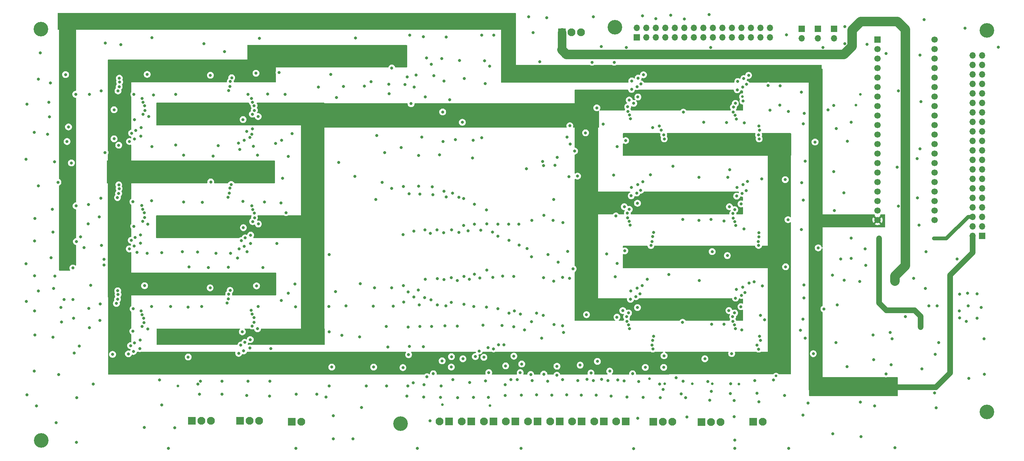
<source format=gbr>
%TF.GenerationSoftware,KiCad,Pcbnew,(6.0.11)*%
%TF.CreationDate,2023-06-01T10:52:31+02:00*%
%TF.ProjectId,Project_V11_Final,50726f6a-6563-4745-9f56-31315f46696e,V11*%
%TF.SameCoordinates,Original*%
%TF.FileFunction,Copper,L3,Inr*%
%TF.FilePolarity,Positive*%
%FSLAX46Y46*%
G04 Gerber Fmt 4.6, Leading zero omitted, Abs format (unit mm)*
G04 Created by KiCad (PCBNEW (6.0.11)) date 2023-06-01 10:52:31*
%MOMM*%
%LPD*%
G01*
G04 APERTURE LIST*
%TA.AperFunction,ComponentPad*%
%ADD10R,2.100000X2.100000*%
%TD*%
%TA.AperFunction,ComponentPad*%
%ADD11C,2.100000*%
%TD*%
%TA.AperFunction,ComponentPad*%
%ADD12R,1.700000X1.700000*%
%TD*%
%TA.AperFunction,ComponentPad*%
%ADD13O,1.700000X1.700000*%
%TD*%
%TA.AperFunction,ComponentPad*%
%ADD14C,3.900000*%
%TD*%
%TA.AperFunction,ComponentPad*%
%ADD15C,1.700000*%
%TD*%
%TA.AperFunction,ViaPad*%
%ADD16C,0.800000*%
%TD*%
%TA.AperFunction,ViaPad*%
%ADD17C,0.700000*%
%TD*%
%TA.AperFunction,Conductor*%
%ADD18C,1.500000*%
%TD*%
%TA.AperFunction,Conductor*%
%ADD19C,2.500000*%
%TD*%
%TA.AperFunction,Conductor*%
%ADD20C,2.300000*%
%TD*%
%TA.AperFunction,Conductor*%
%ADD21C,1.000000*%
%TD*%
G04 APERTURE END LIST*
D10*
%TO.N,/e7_out*%
%TO.C,J5*%
X149220000Y-144750000D03*
D11*
%TO.N,/e6_out*%
X146680000Y-144750000D03*
%TD*%
D12*
%TO.N,Net-(J17-Pad30)*%
%TO.C,JP36*%
X225680000Y-39730000D03*
D13*
%TO.N,/SPI_AD2_SS1*%
X225680000Y-42270000D03*
%TD*%
D10*
%TO.N,GND*%
%TO.C,J10*%
X178690000Y-144750000D03*
D11*
%TO.N,/e16_out*%
X176150000Y-144750000D03*
%TD*%
D10*
%TO.N,/Ch1+_B1_in*%
%TO.C,J11*%
X186060000Y-144800000D03*
D11*
%TO.N,GND*%
X188600000Y-144800000D03*
%TO.N,/Ch1-_B1_in*%
X191140000Y-144800000D03*
%TD*%
D12*
%TO.N,unconnected-(J17-Pad1)*%
%TO.C,J17*%
X181635000Y-42040000D03*
D13*
%TO.N,unconnected-(J17-Pad2)*%
X181635000Y-39500000D03*
%TO.N,unconnected-(J17-Pad3)*%
X184175000Y-42040000D03*
%TO.N,unconnected-(J17-Pad4)*%
X184175000Y-39500000D03*
%TO.N,GND*%
X186715000Y-42040000D03*
X186715000Y-39500000D03*
%TO.N,unconnected-(J17-Pad7)*%
X189255000Y-42040000D03*
%TO.N,unconnected-(J17-Pad8)*%
X189255000Y-39500000D03*
%TO.N,unconnected-(J17-Pad9)*%
X191795000Y-42040000D03*
%TO.N,unconnected-(J17-Pad10)*%
X191795000Y-39500000D03*
%TO.N,GND*%
X194335000Y-42040000D03*
X194335000Y-39500000D03*
%TO.N,Net-(J17-Pad13)*%
X196875000Y-42040000D03*
%TO.N,Net-(J17-Pad14)*%
X196875000Y-39500000D03*
%TO.N,unconnected-(J17-Pad15)*%
X199415000Y-42040000D03*
%TO.N,unconnected-(J17-Pad16)*%
X199415000Y-39500000D03*
%TO.N,unconnected-(J17-Pad17)*%
X201955000Y-42040000D03*
%TO.N,/SPI_AD2_SCK1*%
X201955000Y-39500000D03*
%TO.N,unconnected-(J17-Pad19)*%
X204495000Y-42040000D03*
%TO.N,/SPI_AD2_MOSI1*%
X204495000Y-39500000D03*
%TO.N,unconnected-(J17-Pad21)*%
X207035000Y-42040000D03*
%TO.N,Net-(J17-Pad22)*%
X207035000Y-39500000D03*
%TO.N,unconnected-(J17-Pad23)*%
X209575000Y-42040000D03*
%TO.N,unconnected-(J17-Pad24)*%
X209575000Y-39500000D03*
%TO.N,unconnected-(J17-Pad25)*%
X212115000Y-42040000D03*
%TO.N,unconnected-(J17-Pad26)*%
X212115000Y-39500000D03*
%TO.N,unconnected-(J17-Pad27)*%
X214655000Y-42040000D03*
%TO.N,Net-(J17-Pad28)*%
X214655000Y-39500000D03*
%TO.N,unconnected-(J17-Pad29)*%
X217195000Y-42040000D03*
%TO.N,Net-(J17-Pad30)*%
X217195000Y-39500000D03*
%TD*%
D14*
%TO.N,N/C*%
%TO.C,H4*%
X275056600Y-40223200D03*
%TD*%
D12*
%TO.N,Net-(J17-Pad22)*%
%TO.C,JP34*%
X234260000Y-39730000D03*
D13*
%TO.N,/SPI_AD2_MISO1*%
X234260000Y-42270000D03*
%TD*%
D12*
%TO.N,/RCLK_SS2*%
%TO.C,U20*%
X245880000Y-42620000D03*
D15*
%TO.N,/SRCLK_SCK2*%
X245880000Y-45160000D03*
%TO.N,/PB14*%
X245880000Y-47700000D03*
%TO.N,/SER_MOSI2*%
X245880000Y-50240000D03*
%TO.N,/T1*%
X245880000Y-52780000D03*
%TO.N,/PA9*%
X245880000Y-55320000D03*
%TO.N,/PA10*%
X245880000Y-57860000D03*
%TO.N,/PA11*%
X245880000Y-60400000D03*
%TO.N,/PA12*%
X245880000Y-62940000D03*
%TO.N,/PA15*%
X245880000Y-65480000D03*
%TO.N,/PB3*%
X245880000Y-68020000D03*
%TO.N,/PB4*%
X245880000Y-70560000D03*
%TO.N,/PB5*%
X245880000Y-73100000D03*
%TO.N,/PB6*%
X245880000Y-75640000D03*
%TO.N,/T2*%
X245880000Y-78180000D03*
%TO.N,/ENABLE B2*%
X245880000Y-80720000D03*
%TO.N,/ENABLE B1*%
X245880000Y-83260000D03*
%TO.N,Net-(D5-Pad1)*%
X245880000Y-85800000D03*
%TO.N,GND*%
X245880000Y-88340000D03*
%TO.N,+3V3*%
X245880000Y-90880000D03*
%TO.N,/VBAT*%
X261120000Y-90880000D03*
%TO.N,/PC13*%
X261120000Y-88340000D03*
%TO.N,/PC14*%
X261120000Y-85800000D03*
%TO.N,/PC15*%
X261120000Y-83260000D03*
%TO.N,/RST*%
X261120000Y-80720000D03*
%TO.N,/PA0*%
X261120000Y-78180000D03*
%TO.N,/PA1*%
X261120000Y-75640000D03*
%TO.N,/PA2*%
X261120000Y-73100000D03*
%TO.N,/PA3*%
X261120000Y-70560000D03*
%TO.N,/SPI_AD2_SS1*%
X261120000Y-68020000D03*
%TO.N,/SPI_AD2_SCK1*%
X261120000Y-65480000D03*
%TO.N,/SPI_AD2_MISO1*%
X261120000Y-62940000D03*
%TO.N,/SPI_AD2_MOSI1*%
X261120000Y-60400000D03*
%TO.N,/PB0*%
X261120000Y-57860000D03*
%TO.N,/PB1*%
X261120000Y-55320000D03*
%TO.N,/PB2*%
X261120000Y-52780000D03*
%TO.N,/PB10*%
X261120000Y-50240000D03*
%TO.N,/3.3VOLTS*%
X261120000Y-47700000D03*
%TO.N,GND*%
X261120000Y-45160000D03*
%TO.N,/5VOLTS*%
X261120000Y-42620000D03*
%TD*%
D10*
%TO.N,/Stim-_B2_in*%
%TO.C,J16*%
X89510000Y-144800000D03*
D11*
%TO.N,/Stim+_B2_in*%
X92050000Y-144800000D03*
%TD*%
D10*
%TO.N,/Ch2+_B1_in*%
%TO.C,J12*%
X198860000Y-144900000D03*
D11*
%TO.N,GND*%
X201400000Y-144900000D03*
%TO.N,/Ch2-_B1_in*%
X203940000Y-144900000D03*
%TD*%
D10*
%TO.N,/Stim-_B1_in*%
%TO.C,J13*%
X212730000Y-144800000D03*
D11*
%TO.N,/Stim+_B1_in*%
X215270000Y-144800000D03*
%TD*%
D14*
%TO.N,N/C*%
%TO.C,H3*%
X175742600Y-39308800D03*
%TD*%
D10*
%TO.N,/e5_out*%
%TO.C,J4*%
X143320000Y-144750000D03*
D11*
%TO.N,/e4_out*%
X140780000Y-144750000D03*
%TD*%
D10*
%TO.N,+12V*%
%TO.C,J1*%
X161600000Y-40700000D03*
D11*
%TO.N,GND*%
X164140000Y-40700000D03*
%TO.N,-12V*%
X166680000Y-40700000D03*
%TD*%
D10*
%TO.N,/e13_out*%
%TO.C,J8*%
X166890000Y-144750000D03*
D11*
%TO.N,/e12_out*%
X164350000Y-144750000D03*
%TD*%
D10*
%TO.N,/e1_out*%
%TO.C,J2*%
X131520000Y-144750000D03*
D11*
%TO.N,GND*%
X128980000Y-144750000D03*
%TD*%
D14*
%TO.N,N/C*%
%TO.C,H6*%
X22529800Y-39816800D03*
%TD*%
D12*
%TO.N,/VBAT*%
%TO.C,J18*%
X273850000Y-95100000D03*
D13*
%TO.N,+3V3*%
X271310000Y-95100000D03*
%TO.N,/PC13*%
X273850000Y-92560000D03*
%TO.N,GND*%
X271310000Y-92560000D03*
%TO.N,/PC14*%
X273850000Y-90020000D03*
%TO.N,+5V*%
X271310000Y-90020000D03*
%TO.N,/PC15*%
X273850000Y-87480000D03*
%TO.N,/ENABLE B1*%
X271310000Y-87480000D03*
%TO.N,/RST*%
X273850000Y-84940000D03*
%TO.N,/ENABLE B2*%
X271310000Y-84940000D03*
%TO.N,/PA0*%
X273850000Y-82400000D03*
%TO.N,/T2*%
X271310000Y-82400000D03*
%TO.N,/PA1*%
X273850000Y-79860000D03*
%TO.N,/PB6*%
X271310000Y-79860000D03*
%TO.N,/PA2*%
X273850000Y-77320000D03*
%TO.N,/PB5*%
X271310000Y-77320000D03*
%TO.N,/PA3*%
X273850000Y-74780000D03*
%TO.N,/PB4*%
X271310000Y-74780000D03*
%TO.N,/SPI_AD2_SS1*%
X273850000Y-72240000D03*
%TO.N,/PB3*%
X271310000Y-72240000D03*
%TO.N,/SPI_AD2_SCK1*%
X273850000Y-69700000D03*
%TO.N,/PA15*%
X271310000Y-69700000D03*
%TO.N,/SPI_AD2_MISO1*%
X273850000Y-67160000D03*
%TO.N,/PA12*%
X271310000Y-67160000D03*
%TO.N,/SPI_AD2_MOSI1*%
X273850000Y-64620000D03*
%TO.N,/PA11*%
X271310000Y-64620000D03*
%TO.N,/PB0*%
X273850000Y-62080000D03*
%TO.N,/PA10*%
X271310000Y-62080000D03*
%TO.N,/PB1*%
X273850000Y-59540000D03*
%TO.N,/PA9*%
X271310000Y-59540000D03*
%TO.N,/PB2*%
X273850000Y-57000000D03*
%TO.N,/T1*%
X271310000Y-57000000D03*
%TO.N,/PB10*%
X273850000Y-54460000D03*
%TO.N,/SER_MOSI2*%
X271310000Y-54460000D03*
%TO.N,/3.3VOLTS*%
X273850000Y-51920000D03*
%TO.N,/PB14*%
X271310000Y-51920000D03*
%TO.N,GND*%
X273850000Y-49380000D03*
%TO.N,/SRCLK_SCK2*%
X271310000Y-49380000D03*
%TO.N,/5VOLTS*%
X273850000Y-46840000D03*
%TO.N,/RCLK_SS2*%
X271310000Y-46840000D03*
%TD*%
D14*
%TO.N,N/C*%
%TO.C,H5*%
X118541800Y-145379200D03*
%TD*%
D10*
%TO.N,/e9_out*%
%TO.C,J6*%
X155090000Y-144750000D03*
D11*
%TO.N,/e8_out*%
X152550000Y-144750000D03*
%TD*%
D14*
%TO.N,N/C*%
%TO.C,H1*%
X22656800Y-149798800D03*
%TD*%
D10*
%TO.N,/e11_out*%
%TO.C,J7*%
X161020000Y-144750000D03*
D11*
%TO.N,/e10_out*%
X158480000Y-144750000D03*
%TD*%
D10*
%TO.N,/e3_out*%
%TO.C,J3*%
X137420000Y-144750000D03*
D11*
%TO.N,/e2_out*%
X134880000Y-144750000D03*
%TD*%
D14*
%TO.N,N/C*%
%TO.C,H2*%
X275082000Y-142204200D03*
%TD*%
D10*
%TO.N,/Ch2+_B2_in*%
%TO.C,J15*%
X75720000Y-144600000D03*
D11*
%TO.N,GND*%
X78260000Y-144600000D03*
%TO.N,/Ch2-_B2_in*%
X80800000Y-144600000D03*
%TD*%
D10*
%TO.N,/e15_out*%
%TO.C,J9*%
X172790000Y-144750000D03*
D11*
%TO.N,/e14_out*%
X170250000Y-144750000D03*
%TD*%
D10*
%TO.N,/Ch1+_B2_in*%
%TO.C,J14*%
X62800000Y-144600000D03*
D11*
%TO.N,GND*%
X65340000Y-144600000D03*
%TO.N,/Ch1-_B2_in*%
X67880000Y-144600000D03*
%TD*%
D12*
%TO.N,Net-(J17-Pad28)*%
%TO.C,JP35*%
X229970000Y-39730000D03*
D13*
%TO.N,/SPI_AD2_SS1*%
X229970000Y-42270000D03*
%TD*%
D16*
%TO.N,/e16*%
X179661628Y-119933468D03*
X78688000Y-115056000D03*
X180500000Y-132000000D03*
X78751000Y-58395000D03*
X165795000Y-79145000D03*
X164640000Y-103950000D03*
X78804501Y-87117250D03*
X208025500Y-92315400D03*
X208200540Y-63885835D03*
X49541000Y-58395000D03*
X49267144Y-115202046D03*
X179953346Y-63775979D03*
X49418000Y-87050150D03*
X207982628Y-119933468D03*
X179861520Y-92226500D03*
%TO.N,/e15*%
X179607520Y-91210500D03*
X176500000Y-133700000D03*
X161850000Y-106230000D03*
X79058501Y-88133250D03*
X161920000Y-91590000D03*
X161800000Y-119200000D03*
X49795000Y-59411000D03*
X49672000Y-88066150D03*
X163480000Y-79274500D03*
X49521144Y-116218046D03*
X207901719Y-62887282D03*
X79005000Y-59411000D03*
X179407628Y-118917468D03*
X78942000Y-116072000D03*
X207771500Y-91299400D03*
X207728628Y-118917468D03*
X179699346Y-62759979D03*
%TO.N,/e14*%
X50118991Y-88960133D03*
X79388991Y-116965983D03*
X179252355Y-61865996D03*
X207324509Y-90405417D03*
X179160529Y-90316517D03*
X159420000Y-85420000D03*
X79451991Y-60304983D03*
X79505492Y-89027233D03*
X159280000Y-90990000D03*
X50241991Y-60304983D03*
X172250000Y-133450000D03*
X207391123Y-62028040D03*
X49968135Y-117112029D03*
X207281637Y-118023485D03*
X159410000Y-107230000D03*
X159510000Y-118830000D03*
X178960637Y-118023485D03*
%TO.N,/e13*%
X178899628Y-116758468D03*
X156680000Y-116360000D03*
X79513000Y-61570000D03*
X207438540Y-60710835D03*
X179191346Y-60600979D03*
X50029144Y-118377046D03*
X207220628Y-116758468D03*
X207263500Y-89140400D03*
X79566501Y-90292250D03*
X50180000Y-90225150D03*
X79450000Y-118231000D03*
X179099520Y-89051500D03*
X50303000Y-61570000D03*
X168300000Y-133500000D03*
X156830000Y-89620000D03*
X156760000Y-106350000D03*
%TO.N,/e12*%
X42687499Y-113205650D03*
X72527500Y-84793650D03*
X187650000Y-65750000D03*
X42977500Y-84893650D03*
X214400000Y-122000000D03*
X72237499Y-113105650D03*
X186138044Y-94242055D03*
X43114499Y-56363650D03*
X72664499Y-56263650D03*
X153490000Y-100750000D03*
X214200000Y-94250000D03*
X153600000Y-91020000D03*
X153490000Y-118080000D03*
X214213080Y-65750000D03*
X186148626Y-121967742D03*
X165020000Y-72450000D03*
%TO.N,/e11*%
X151640000Y-120320000D03*
X72827500Y-83693650D03*
X188100000Y-66850000D03*
X42987499Y-112105650D03*
X214184949Y-95388105D03*
X150160000Y-91990000D03*
X185848626Y-123067742D03*
X214379875Y-66850000D03*
X43277500Y-83793650D03*
X185838044Y-95342055D03*
X150550000Y-116030000D03*
X160400000Y-74130000D03*
X72537499Y-112005650D03*
X163880000Y-70590000D03*
X214600000Y-123113792D03*
X43414499Y-55263650D03*
X72964499Y-55163650D03*
X150180000Y-97600000D03*
%TO.N,/e10*%
X214051945Y-96692055D03*
X156450000Y-75200000D03*
X43120503Y-110801700D03*
X43410504Y-82489700D03*
X147390000Y-92010000D03*
X163010000Y-68760000D03*
X43547503Y-53959700D03*
X148760000Y-119470000D03*
X72960504Y-82389700D03*
X214154771Y-68153950D03*
X72670503Y-110701700D03*
X185705040Y-96646005D03*
X188796050Y-68153950D03*
X147510000Y-115800000D03*
X73097503Y-53859700D03*
X185715622Y-124371692D03*
X147490000Y-96290000D03*
X213671692Y-124371692D03*
%TO.N,/e9*%
X188946050Y-69196050D03*
X43327500Y-81493650D03*
X43037499Y-109805650D03*
X163750000Y-65680000D03*
X144540000Y-114570000D03*
X185395989Y-97700000D03*
X185900000Y-125400000D03*
X144510000Y-95200000D03*
X214145531Y-125413792D03*
X144510000Y-92020000D03*
X73327500Y-81393650D03*
X43464499Y-52963650D03*
X145610000Y-119130000D03*
X214283825Y-69196050D03*
X152140000Y-77200000D03*
X214134949Y-97688105D03*
X73037499Y-109705650D03*
X73464499Y-52863650D03*
%TO.N,GND*%
X167940000Y-67590000D03*
X123400000Y-73600000D03*
X267140000Y-101330000D03*
X64900000Y-137500000D03*
X153700000Y-133800000D03*
X214200000Y-139500000D03*
X129540000Y-47740000D03*
X50870000Y-99780000D03*
X70898000Y-133958810D03*
X90340000Y-107970000D03*
X80890000Y-42330000D03*
X34020000Y-98230000D03*
X270230000Y-133230000D03*
X234880000Y-66440000D03*
X125502200Y-47556200D03*
X101400000Y-58110000D03*
X219820000Y-60180000D03*
X112190000Y-68290000D03*
X99950000Y-51940000D03*
X134320000Y-48230000D03*
X225540000Y-56680000D03*
X194700000Y-138400000D03*
X125190000Y-57960000D03*
X158900000Y-137700000D03*
X215120000Y-108510000D03*
X107660000Y-122170000D03*
X183180000Y-36280000D03*
X61850000Y-127534046D03*
X261520000Y-141090000D03*
X54770000Y-99610000D03*
X183300000Y-138300000D03*
X233970000Y-148040000D03*
X129797300Y-62007700D03*
X253300000Y-116700000D03*
X136950000Y-106700000D03*
X139740000Y-106370000D03*
X121347400Y-59787700D03*
X180750000Y-152000000D03*
X65620000Y-86130000D03*
X272460000Y-117150000D03*
X213100000Y-133800000D03*
X25220000Y-101000000D03*
X106510000Y-42250000D03*
X31910000Y-87110000D03*
X42070000Y-61400000D03*
X108130000Y-141030000D03*
X237180000Y-39180000D03*
X256520000Y-84940000D03*
X207820000Y-151930000D03*
X235140000Y-113570000D03*
X258300000Y-37270000D03*
X170000000Y-133800000D03*
X143100000Y-94100000D03*
X24850000Y-63290000D03*
X150710000Y-151920000D03*
X175600000Y-48700000D03*
X50200000Y-108450000D03*
X68530000Y-73780000D03*
X20920000Y-90470000D03*
X171100000Y-128700000D03*
X187700000Y-134800000D03*
X70900000Y-137500000D03*
X213700000Y-137200000D03*
X179000000Y-138200000D03*
X38690000Y-97670000D03*
X146500000Y-134900000D03*
X124200000Y-68690000D03*
X210250000Y-93250000D03*
X99500000Y-135300000D03*
X18840000Y-137620000D03*
X186715000Y-37085000D03*
X105810000Y-149400000D03*
X115130000Y-124820000D03*
X154900000Y-137600000D03*
X194350000Y-37100000D03*
X256490000Y-74520000D03*
X39650500Y-72844096D03*
X99490000Y-120760000D03*
X64420000Y-134760000D03*
X233850000Y-105630000D03*
X201640000Y-118750000D03*
X26260000Y-105890000D03*
X106310000Y-79240000D03*
X26200000Y-75330000D03*
X135550000Y-53080000D03*
X209650000Y-120310000D03*
X261320000Y-126770000D03*
X234170000Y-77960000D03*
X77798000Y-133958810D03*
X157800000Y-134000000D03*
X52550000Y-57470000D03*
X166800000Y-137700000D03*
X38130000Y-90070000D03*
X173600000Y-99930000D03*
X267710000Y-115200000D03*
X201400000Y-90750000D03*
X134100000Y-94200000D03*
X232680000Y-61420000D03*
X225680000Y-80900000D03*
X113660000Y-80840000D03*
X138000000Y-138300000D03*
X65098000Y-134008810D03*
X82200000Y-86100000D03*
X257710000Y-130730000D03*
X124750000Y-138250000D03*
X52050000Y-114030000D03*
X77810000Y-57310000D03*
X219920000Y-55030000D03*
X140180000Y-68870000D03*
X146600000Y-129900000D03*
X67873250Y-80719150D03*
X120311850Y-52666200D03*
X267800000Y-117080000D03*
X258830000Y-99410000D03*
X90580000Y-151970000D03*
X155710000Y-48540000D03*
X87990000Y-88930000D03*
X172680000Y-65250000D03*
X148800000Y-127300000D03*
X111920000Y-85380000D03*
X274420000Y-132100000D03*
X119747300Y-54707700D03*
X243080000Y-43910000D03*
X52140000Y-42120000D03*
X226600000Y-75190000D03*
X99430000Y-114060000D03*
X127200000Y-84100000D03*
X80100000Y-108500000D03*
X102040000Y-75500000D03*
X100610000Y-149440000D03*
X120700000Y-126900000D03*
X188900000Y-127200000D03*
X245090000Y-140590000D03*
X71550000Y-45860000D03*
X248130000Y-132040000D03*
X160600000Y-102200000D03*
X160300000Y-132400000D03*
X182100000Y-134100000D03*
X20860000Y-96520000D03*
X132500000Y-133600000D03*
X127400000Y-52320000D03*
X257470000Y-59280000D03*
X35330000Y-114510000D03*
X217150000Y-61560000D03*
X178200000Y-133900000D03*
X25620000Y-88040000D03*
X142100000Y-131700000D03*
X132100000Y-130200000D03*
X201310000Y-44730000D03*
X67712783Y-109031150D03*
X141160000Y-54410000D03*
X26590000Y-145110000D03*
X67779845Y-52189150D03*
X69250000Y-99770000D03*
X259560000Y-113880000D03*
X116600000Y-113940000D03*
X159750000Y-76220000D03*
X18840000Y-59940000D03*
X201750000Y-99350000D03*
X120500000Y-135250000D03*
X126420000Y-144550000D03*
X124800000Y-134900000D03*
X222000000Y-90800000D03*
X31070000Y-103730000D03*
X205800000Y-100400000D03*
X25900000Y-109230000D03*
X200600000Y-134100000D03*
X123580000Y-113610000D03*
X156760000Y-76360000D03*
X129000000Y-73500000D03*
X174400000Y-131300000D03*
X198250000Y-91000000D03*
X241470000Y-148790000D03*
X29120000Y-52020000D03*
X228744626Y-126638311D03*
X178810000Y-44730000D03*
X244860000Y-128230000D03*
X130150000Y-53770000D03*
X183900000Y-130300000D03*
X20870000Y-115210000D03*
X194050000Y-62050000D03*
X138520000Y-127410000D03*
X140950000Y-48300000D03*
X86590000Y-86300000D03*
X190170000Y-105500000D03*
X226600000Y-122500000D03*
X194990000Y-143580000D03*
X261100000Y-137090000D03*
X176370000Y-71220000D03*
X230060000Y-98340000D03*
X35510000Y-119700000D03*
X234790000Y-123650000D03*
X226100000Y-85530000D03*
X87070000Y-79750000D03*
X143140000Y-106210000D03*
X146500000Y-137800000D03*
X122190000Y-55330000D03*
X111370000Y-130230000D03*
X98610000Y-138240000D03*
X169400000Y-131800000D03*
X270110000Y-113840000D03*
X43300000Y-70900000D03*
X221250000Y-80100000D03*
X35110000Y-91950000D03*
X242590000Y-98610000D03*
X32110000Y-138410000D03*
X136600000Y-93800000D03*
X216710000Y-54940000D03*
X207600000Y-139200000D03*
X80400000Y-73580000D03*
X57190000Y-114030000D03*
X150900000Y-129400000D03*
X115430000Y-54610000D03*
X250580000Y-151770000D03*
X166500000Y-129700000D03*
X126500000Y-94500000D03*
X134100000Y-84800000D03*
X101210000Y-110030000D03*
X52140000Y-71220000D03*
X214640000Y-116370000D03*
X258670000Y-109220000D03*
X273610000Y-114280000D03*
X48150000Y-99500000D03*
X108870000Y-55090000D03*
X178650000Y-69650000D03*
X234340000Y-88390000D03*
X201500000Y-136700000D03*
X104020000Y-113830000D03*
X124640000Y-124760000D03*
X229200000Y-70040000D03*
X172160000Y-44500000D03*
X111610000Y-109030000D03*
X47350000Y-57300000D03*
X29900000Y-66000000D03*
X181900000Y-143900000D03*
X146160000Y-124250000D03*
X135047300Y-64757700D03*
X215700000Y-117600000D03*
X221550000Y-41370000D03*
X133670000Y-119300000D03*
X123050000Y-151920000D03*
X20770000Y-131270000D03*
X257200000Y-71830000D03*
X54770000Y-140380000D03*
X148780000Y-105940000D03*
X205910000Y-79490000D03*
X56560000Y-151970000D03*
X140520000Y-118980000D03*
X140800000Y-127600000D03*
X22360000Y-46170000D03*
X86790000Y-69570000D03*
X35210000Y-86760000D03*
X27079139Y-80786985D03*
X185280000Y-78800000D03*
X67210000Y-103600000D03*
X86110000Y-51440000D03*
X142000000Y-138300000D03*
X173900000Y-133800000D03*
X133730000Y-107040000D03*
X261760000Y-113880000D03*
X187900000Y-138400000D03*
X162900000Y-137600000D03*
X79950000Y-51650000D03*
X41670000Y-126820000D03*
X39350000Y-101400000D03*
X83648000Y-134008810D03*
X25760000Y-94100000D03*
X64330000Y-99490000D03*
X140220000Y-41460000D03*
X176050000Y-89800000D03*
X85170000Y-70390000D03*
X120610000Y-119480000D03*
X39700000Y-43600000D03*
X249540000Y-129630000D03*
X157580000Y-36800000D03*
X69890000Y-71010000D03*
X24330000Y-67960000D03*
X237780000Y-130100000D03*
X119190000Y-130350000D03*
X90490000Y-114120000D03*
X60330000Y-99385250D03*
X160300000Y-130000000D03*
X192100000Y-133100000D03*
X20910000Y-121610000D03*
X205560000Y-64810000D03*
X207770000Y-149770000D03*
X148940000Y-115190000D03*
X73170000Y-99770000D03*
X156800000Y-132100000D03*
X142360000Y-49740000D03*
X39340000Y-102910000D03*
X141200000Y-133900000D03*
X129200000Y-138300000D03*
X210300000Y-64950000D03*
X191260000Y-76500000D03*
X156200000Y-122500000D03*
X161800000Y-133600000D03*
X36540000Y-134760000D03*
X126820000Y-119390000D03*
X204900000Y-91150000D03*
X66050000Y-43780000D03*
X193500000Y-137400000D03*
X96600000Y-55370000D03*
X42070000Y-69180000D03*
X199500000Y-64710000D03*
X126790000Y-49270000D03*
X126660000Y-112280000D03*
X255540000Y-106470000D03*
X129900000Y-69900000D03*
X133150000Y-69360000D03*
X137900000Y-69600000D03*
X130160000Y-106790000D03*
X18520000Y-102620000D03*
X47150000Y-114650000D03*
X96200000Y-137500000D03*
X198220000Y-79470000D03*
X226050000Y-65200000D03*
X20870000Y-105820000D03*
X231350000Y-44730011D03*
X215000000Y-79870000D03*
X52050000Y-85780000D03*
X226200000Y-108300000D03*
X150500000Y-131700000D03*
X153970000Y-40790000D03*
X110630000Y-53920000D03*
X88590000Y-110440000D03*
X236070000Y-101330000D03*
X18660000Y-112660000D03*
X237840000Y-69830000D03*
X143390000Y-125360000D03*
X194000000Y-134000000D03*
X38500000Y-85050000D03*
X121000000Y-41490000D03*
X170060000Y-36570000D03*
X111250000Y-113940000D03*
X143430000Y-41460000D03*
X227370000Y-139880000D03*
X168200000Y-116200000D03*
X248190000Y-46370000D03*
X184450000Y-106730000D03*
X122720000Y-52160000D03*
X25060000Y-54260000D03*
X129400000Y-135300000D03*
X58490000Y-70870000D03*
X206430000Y-77460000D03*
X226320000Y-62400000D03*
X150800000Y-137700000D03*
X61800000Y-114170000D03*
X226000000Y-143100000D03*
X269270000Y-39580000D03*
X50140000Y-146390000D03*
X149700000Y-133600000D03*
X28690000Y-112180000D03*
X225570000Y-93450000D03*
X114300000Y-72900000D03*
X262250000Y-123680000D03*
X18580000Y-74620000D03*
X123700000Y-84000000D03*
X175840000Y-106080000D03*
X47100000Y-86000000D03*
X115482500Y-57117500D03*
X79300000Y-71210000D03*
X200930000Y-35990000D03*
X201100000Y-139100000D03*
X130430000Y-119210000D03*
X116190000Y-82450000D03*
X27280000Y-132200000D03*
X38310000Y-117770000D03*
X118730000Y-71500000D03*
X269610000Y-118030000D03*
X107780000Y-107950000D03*
X99460000Y-100130000D03*
X207610000Y-143500000D03*
X130100000Y-94300000D03*
X222180000Y-151970000D03*
X103310000Y-55160000D03*
X80500000Y-114040000D03*
X249260000Y-121000000D03*
X83090000Y-57200000D03*
X109400000Y-135300000D03*
X163700000Y-106500000D03*
X32010000Y-150330000D03*
X257220000Y-46760000D03*
X38350000Y-113350000D03*
X226000000Y-117400000D03*
X244720000Y-121630000D03*
X174800000Y-138000000D03*
X88570000Y-73890000D03*
X251450500Y-56390000D03*
X178400000Y-99150000D03*
X190680000Y-36090000D03*
X175470000Y-78870000D03*
X176350000Y-102540000D03*
X226250000Y-111700000D03*
X58250000Y-146440000D03*
X163200000Y-99300000D03*
X231590000Y-114680000D03*
X249750000Y-122630000D03*
X206600000Y-137300500D03*
X35790000Y-108310000D03*
X241320000Y-139580000D03*
X83600000Y-138000000D03*
X90700000Y-137500000D03*
X24690000Y-59450000D03*
X153300000Y-132200000D03*
X221100000Y-137800000D03*
X28060000Y-118180000D03*
X35460000Y-57280000D03*
X278100000Y-44670000D03*
X100560000Y-143260000D03*
X218100000Y-133700000D03*
X198290000Y-107079500D03*
X76450000Y-85950000D03*
X154900000Y-115800000D03*
X176325000Y-116875000D03*
X212930000Y-107390000D03*
X170800000Y-137700000D03*
X25770000Y-122260000D03*
X157900000Y-100100000D03*
X185840000Y-66180000D03*
X251450500Y-87190000D03*
X274320000Y-122630000D03*
X50900000Y-51950000D03*
X237130000Y-43730000D03*
X21370000Y-140580000D03*
X86700000Y-112410000D03*
X62050000Y-103450000D03*
X60630000Y-73580000D03*
X135200000Y-128000000D03*
X81830000Y-103600000D03*
X100190000Y-130230000D03*
X204880000Y-118730000D03*
X152300000Y-98500000D03*
X188800000Y-130300000D03*
X137000000Y-134300000D03*
X77590000Y-99380000D03*
X30670000Y-75630000D03*
X222100000Y-61850000D03*
X124670000Y-41910000D03*
X116214900Y-50243500D03*
X152770000Y-36520000D03*
X251170000Y-76790000D03*
X102840000Y-121700000D03*
X130650000Y-113860000D03*
X58520000Y-57300000D03*
X221350000Y-103400000D03*
X31810000Y-57280000D03*
X27850000Y-114250000D03*
X31080000Y-112120000D03*
X133800000Y-138400000D03*
X123310000Y-109610000D03*
X206950000Y-126600000D03*
X170950000Y-60900000D03*
X162100000Y-121000000D03*
X131670000Y-58720000D03*
X193900000Y-90750000D03*
X43840000Y-43990000D03*
X130700000Y-84700000D03*
X120890000Y-124700000D03*
X225280000Y-120390000D03*
X193850000Y-118250000D03*
X188690000Y-136195000D03*
X32770000Y-124590000D03*
X65430000Y-114040000D03*
X20780000Y-67440000D03*
X123670000Y-119350000D03*
X130760000Y-41950000D03*
X145820000Y-105880000D03*
X241100000Y-107320000D03*
X116180000Y-109030000D03*
X272470000Y-110660000D03*
X269950000Y-110480000D03*
X87720000Y-57280000D03*
X267800000Y-110690000D03*
X206700000Y-134700000D03*
X199800000Y-128000000D03*
X38600000Y-56350000D03*
X77500000Y-137800000D03*
X60620000Y-86100000D03*
X72540000Y-103500000D03*
X120800000Y-83900000D03*
X169690000Y-48700000D03*
X31250000Y-117190000D03*
X120250000Y-138000000D03*
X257000000Y-92270000D03*
X54180000Y-133680000D03*
X127300000Y-132000000D03*
X140000000Y-93600000D03*
X114700000Y-119360000D03*
X165900000Y-133800000D03*
X120570000Y-110150000D03*
X33130000Y-95410000D03*
X137760000Y-74310000D03*
%TO.N,/e1*%
X183227020Y-80669500D03*
X119210000Y-94800000D03*
X114800000Y-135300000D03*
X119290000Y-81920000D03*
X183027128Y-108439968D03*
X211600000Y-107740000D03*
X45901644Y-126695546D03*
X183410000Y-52050000D03*
X46119600Y-98610750D03*
X119360000Y-112800000D03*
X75240000Y-70370000D03*
X75322500Y-126549500D03*
X119290000Y-108390000D03*
X211468979Y-52218979D03*
X211205600Y-80600000D03*
X46175500Y-69888500D03*
X75439001Y-98610750D03*
%TO.N,/e2*%
X209900000Y-108869500D03*
X181893520Y-81394000D03*
X122140000Y-111500000D03*
X181985346Y-52943479D03*
X76820000Y-69580000D03*
X123350000Y-81870000D03*
X47235144Y-126034546D03*
X121961500Y-134438500D03*
X181693628Y-109100968D03*
X209968600Y-81394000D03*
X76772501Y-97949750D03*
X47509000Y-69227500D03*
X76656000Y-125888500D03*
X210187719Y-53070782D03*
X122110000Y-93854500D03*
X47386000Y-97882650D03*
%TO.N,/e3*%
X208581540Y-53852835D03*
X78359500Y-125126500D03*
X125180000Y-106710000D03*
X179990128Y-109862968D03*
X48938644Y-125272546D03*
X180190020Y-82156000D03*
X127050000Y-82030000D03*
X78330000Y-68835500D03*
X49212500Y-68465500D03*
X49089500Y-97120650D03*
X180281846Y-53705479D03*
X125600000Y-132800000D03*
X208210000Y-109484500D03*
X125040000Y-93560000D03*
X208391000Y-82207900D03*
X78476001Y-97187750D03*
X125010000Y-111610000D03*
%TO.N,/e4*%
X46758000Y-67675500D03*
X75905000Y-124336500D03*
X210808500Y-83034900D03*
X76021501Y-96397750D03*
X128330000Y-106560000D03*
X46484144Y-124482546D03*
X46635000Y-96330650D03*
X182444628Y-110652968D03*
X210938719Y-54622782D03*
X128330000Y-113600000D03*
X182736346Y-54495479D03*
X129650000Y-128550000D03*
X182644520Y-82946000D03*
X210530000Y-110319000D03*
X128310000Y-93510000D03*
X78876203Y-67998442D03*
X130160000Y-83160000D03*
%TO.N,/e5*%
X47687000Y-95596650D03*
X76957000Y-123602500D03*
X132090000Y-106310000D03*
X132150000Y-127450000D03*
X209756500Y-83768900D03*
X209886719Y-55356782D03*
X47536144Y-123748546D03*
X181684346Y-55229479D03*
X77073501Y-95663750D03*
X77470000Y-67195500D03*
X181592520Y-83680000D03*
X132090000Y-112910000D03*
X132460000Y-83670500D03*
X132150000Y-93500000D03*
X181392628Y-111386968D03*
X209520000Y-111064500D03*
X47810000Y-66941500D03*
%TO.N,/e6*%
X135400000Y-85150000D03*
X180223690Y-55953979D03*
X135450000Y-105970000D03*
X208426063Y-56081282D03*
X78534157Y-94939250D03*
X135480000Y-113400000D03*
X180131864Y-84404500D03*
X135410000Y-92360000D03*
X208295844Y-84493400D03*
X78417656Y-122878000D03*
X49147656Y-94872150D03*
X207980000Y-111784500D03*
X78990000Y-66525500D03*
X49270656Y-66217000D03*
X48996800Y-123024046D03*
X179931972Y-112111468D03*
X139540000Y-125930000D03*
%TO.N,/e7*%
X79005000Y-62586000D03*
X144710000Y-124230000D03*
X179407628Y-115742468D03*
X179607520Y-88035500D03*
X49672000Y-91241150D03*
X141500000Y-114200000D03*
X141550000Y-91930000D03*
X79058501Y-91308250D03*
X141560000Y-104300000D03*
X49521144Y-119393046D03*
X180794835Y-59694835D03*
X49795000Y-62586000D03*
X78942000Y-119247000D03*
X207728628Y-115742468D03*
X207771500Y-88124400D03*
X207946540Y-59694835D03*
X141450000Y-88220000D03*
%TO.N,/e8*%
X51319000Y-63221000D03*
X80529000Y-63221000D03*
X138290000Y-86644500D03*
X138130000Y-114010000D03*
X178281000Y-87337000D03*
X138290000Y-92030000D03*
X138230000Y-105400000D03*
X51069000Y-92003150D03*
X148000000Y-133600000D03*
X209943219Y-59086781D03*
X51045144Y-120028046D03*
X206204628Y-115107468D03*
X80582501Y-91943250D03*
X141900000Y-125050000D03*
X80369499Y-119965650D03*
X179594165Y-58805835D03*
X206348000Y-87337000D03*
X177883628Y-115107468D03*
D17*
%TO.N,/Ch1+_B1*%
X209795852Y-57884812D03*
X185000000Y-133300000D03*
D16*
%TO.N,/Ch1+_B2*%
X47066002Y-120629502D03*
D17*
X59100000Y-135300000D03*
%TO.N,/Ch1-_B1*%
X189100000Y-134700000D03*
D16*
X181900000Y-58000000D03*
%TO.N,/Ch1-_B2*%
X83950000Y-125250000D03*
X76300000Y-120800000D03*
%TO.N,/Ch2+_B1*%
X209450000Y-86586000D03*
D17*
X196400000Y-134700000D03*
D16*
%TO.N,/Ch2+_B2*%
X75000000Y-101100000D03*
X47307172Y-92563025D03*
%TO.N,/Ch2-_B1*%
X181800000Y-86400000D03*
D17*
X201800000Y-134700000D03*
D16*
%TO.N,+12V*%
X250570000Y-107240000D03*
%TO.N,/Ch2-_B2*%
X85500000Y-97200000D03*
X76587500Y-92937500D03*
%TO.N,/Stim+_B1*%
X181800000Y-114292968D03*
D17*
X218800000Y-132600000D03*
D16*
%TO.N,/Stim+_B2*%
X89560000Y-67770000D03*
X76500000Y-64035500D03*
D17*
%TO.N,/T2*%
X241310000Y-57300000D03*
D16*
%TO.N,/Stim-_B1*%
X209430000Y-114070000D03*
D17*
X208900000Y-134800000D03*
D16*
%TO.N,/Stim-_B2*%
X75650000Y-72050000D03*
X47550000Y-64050000D03*
%TO.N,VDD*%
X180550000Y-71500000D03*
X180450000Y-128160000D03*
X208850000Y-100110000D03*
X78420000Y-50300000D03*
X109110000Y-49120000D03*
X78270000Y-79100000D03*
X109050000Y-47840000D03*
X49240000Y-79000000D03*
X208360000Y-128130000D03*
X180550000Y-100440000D03*
X109090000Y-46390000D03*
X49360000Y-50360000D03*
X208760000Y-71890000D03*
X110140000Y-48520000D03*
X109210000Y-45130000D03*
X78110000Y-107170000D03*
X48650000Y-107240000D03*
%TO.N,VSS*%
X110250000Y-60490000D03*
X108950000Y-62090000D03*
X195900000Y-85179000D03*
X90800000Y-92900000D03*
X110250000Y-64770000D03*
X166750000Y-114424500D03*
X109020000Y-63630000D03*
X167150000Y-86250000D03*
X61600000Y-121250000D03*
X195672655Y-113577345D03*
X196450000Y-56900000D03*
X91000000Y-120850000D03*
X62150000Y-64400000D03*
X109110000Y-65240000D03*
X167800000Y-58500000D03*
X61850000Y-92850000D03*
X108950000Y-60580000D03*
X91350000Y-64400000D03*
D17*
%TO.N,/e4_out*%
X129700000Y-140300000D03*
%TO.N,/e6_out*%
X142400000Y-140500000D03*
D16*
%TO.N,+3V3*%
X29400000Y-101400000D03*
X29400000Y-72750000D03*
X29150000Y-43600000D03*
X229450000Y-106200000D03*
X248460000Y-135280000D03*
X250320000Y-137240000D03*
X249950000Y-134910000D03*
X230250000Y-77800000D03*
X249820000Y-135940000D03*
X229850000Y-134800000D03*
X248730000Y-136850000D03*
D17*
%TO.N,/ENABLE B1*%
X240160000Y-60200000D03*
D16*
X234180000Y-60260000D03*
X236950000Y-83650000D03*
X237000000Y-106950000D03*
%TO.N,/ENABLE B2*%
X242750000Y-103000000D03*
X31450000Y-126450000D03*
X29500000Y-69900000D03*
X32000000Y-96650000D03*
%TO.N,+5V*%
X260950000Y-95830000D03*
X246340000Y-95830000D03*
X257390000Y-117970000D03*
X257390000Y-119500000D03*
%TO.N,/RCLK_SS2*%
X238850000Y-95700000D03*
X21850000Y-109900000D03*
X21850000Y-53250000D03*
X238850000Y-64720000D03*
X238850000Y-101150000D03*
X21850000Y-81750000D03*
%TD*%
D18*
%TO.N,+3V3*%
X261470000Y-135580000D02*
X245380000Y-135580000D01*
X265290000Y-105610000D02*
X265290000Y-131760000D01*
X271310000Y-99590000D02*
X265290000Y-105610000D01*
X265290000Y-131760000D02*
X261470000Y-135580000D01*
X271310000Y-95100000D02*
X271310000Y-99590000D01*
D19*
%TO.N,+12V*%
X236916804Y-46629511D02*
X162842505Y-46629511D01*
X253350000Y-103130000D02*
X253350000Y-39950000D01*
X241400000Y-37800000D02*
X239100000Y-40100000D01*
D20*
X161600000Y-45387006D02*
X161600000Y-40700000D01*
D19*
X253350000Y-39950000D02*
X251200000Y-37800000D01*
X250570000Y-105910000D02*
X253350000Y-103130000D01*
X239100000Y-40100000D02*
X239100000Y-44446315D01*
X239100000Y-44446315D02*
X236916804Y-46629511D01*
X250570000Y-107240000D02*
X250570000Y-105910000D01*
X162842505Y-46629511D02*
X161600000Y-45387006D01*
X251200000Y-37800000D02*
X241400000Y-37800000D01*
D21*
%TO.N,+5V*%
X260950000Y-95830000D02*
X264260000Y-95830000D01*
D18*
X257390000Y-116610000D02*
X255773000Y-114993000D01*
X248277000Y-114993000D02*
X246340000Y-113056000D01*
X257390000Y-119500000D02*
X257390000Y-116610000D01*
X246340000Y-113056000D02*
X246340000Y-95830000D01*
D21*
X270070000Y-90020000D02*
X271310000Y-90020000D01*
D18*
X255773000Y-114993000D02*
X248277000Y-114993000D01*
D21*
X264260000Y-95830000D02*
X270070000Y-90020000D01*
%TD*%
%TA.AperFunction,Conductor*%
%TO.N,VDD*%
G36*
X46650000Y-113826104D02*
G01*
X46629998Y-113894225D01*
X46598062Y-113928039D01*
X46538747Y-113971134D01*
X46534326Y-113976044D01*
X46534325Y-113976045D01*
X46519161Y-113992887D01*
X46410960Y-114113056D01*
X46315473Y-114278444D01*
X46256458Y-114460072D01*
X46236496Y-114650000D01*
X46256458Y-114839928D01*
X46315473Y-115021556D01*
X46410960Y-115186944D01*
X46538747Y-115328866D01*
X46544089Y-115332747D01*
X46544091Y-115332749D01*
X46598061Y-115371960D01*
X46641415Y-115428182D01*
X46650000Y-115473896D01*
X46650000Y-119744577D01*
X46629998Y-119812698D01*
X46598061Y-119846513D01*
X46454749Y-119950636D01*
X46326962Y-120092558D01*
X46231475Y-120257946D01*
X46172460Y-120439574D01*
X46152498Y-120629502D01*
X46172460Y-120819430D01*
X46231475Y-121001058D01*
X46326962Y-121166446D01*
X46454749Y-121308368D01*
X46535787Y-121367246D01*
X46598061Y-121412491D01*
X46641415Y-121468714D01*
X46650000Y-121514427D01*
X46650000Y-123448046D01*
X46629998Y-123516167D01*
X46576342Y-123562660D01*
X46524000Y-123574046D01*
X46388657Y-123574046D01*
X46382205Y-123575418D01*
X46382200Y-123575418D01*
X46295257Y-123593899D01*
X46201856Y-123613752D01*
X46195826Y-123616437D01*
X46195825Y-123616437D01*
X46033422Y-123688743D01*
X46033420Y-123688744D01*
X46027392Y-123691428D01*
X45872891Y-123803680D01*
X45745104Y-123945602D01*
X45649617Y-124110990D01*
X45590602Y-124292618D01*
X45570640Y-124482546D01*
X45590602Y-124672474D01*
X45649617Y-124854102D01*
X45745104Y-125019490D01*
X45872891Y-125161412D01*
X46027392Y-125273664D01*
X46033420Y-125276348D01*
X46033422Y-125276349D01*
X46195825Y-125348655D01*
X46201856Y-125351340D01*
X46369523Y-125386979D01*
X46431994Y-125420706D01*
X46466316Y-125482856D01*
X46461588Y-125553695D01*
X46452443Y-125573225D01*
X46400617Y-125662990D01*
X46398576Y-125669272D01*
X46369990Y-125757250D01*
X46329916Y-125815855D01*
X46264519Y-125843492D01*
X46198909Y-125833420D01*
X46189968Y-125829439D01*
X46189965Y-125829438D01*
X46183932Y-125826752D01*
X46132666Y-125815855D01*
X46003588Y-125788418D01*
X46003583Y-125788418D01*
X45997131Y-125787046D01*
X45806157Y-125787046D01*
X45799705Y-125788418D01*
X45799700Y-125788418D01*
X45712757Y-125806899D01*
X45619356Y-125826752D01*
X45613326Y-125829437D01*
X45613325Y-125829437D01*
X45450922Y-125901743D01*
X45450920Y-125901744D01*
X45444892Y-125904428D01*
X45290391Y-126016680D01*
X45285970Y-126021590D01*
X45285969Y-126021591D01*
X45181829Y-126137251D01*
X45162604Y-126158602D01*
X45067117Y-126323990D01*
X45008102Y-126505618D01*
X45007412Y-126512179D01*
X45007412Y-126512181D01*
X44994332Y-126636635D01*
X44988140Y-126695546D01*
X44988830Y-126702111D01*
X45002848Y-126835481D01*
X45008102Y-126885474D01*
X45067117Y-127067102D01*
X45162604Y-127232490D01*
X45290391Y-127374412D01*
X45444892Y-127486664D01*
X45450920Y-127489348D01*
X45450922Y-127489349D01*
X45613325Y-127561655D01*
X45619356Y-127564340D01*
X45712756Y-127584193D01*
X45799700Y-127602674D01*
X45799705Y-127602674D01*
X45806157Y-127604046D01*
X45997131Y-127604046D01*
X46003583Y-127602674D01*
X46003588Y-127602674D01*
X46090532Y-127584193D01*
X46183932Y-127564340D01*
X46189963Y-127561655D01*
X46352366Y-127489349D01*
X46352368Y-127489348D01*
X46358396Y-127486664D01*
X46512897Y-127374412D01*
X46640684Y-127232490D01*
X46650000Y-127216354D01*
X46650000Y-132200000D01*
X40626000Y-132200000D01*
X40557879Y-132179998D01*
X40511386Y-132126342D01*
X40500000Y-132074000D01*
X40500000Y-126820000D01*
X40756496Y-126820000D01*
X40757186Y-126826565D01*
X40769429Y-126943046D01*
X40776458Y-127009928D01*
X40835473Y-127191556D01*
X40930960Y-127356944D01*
X40935378Y-127361851D01*
X40935379Y-127361852D01*
X41044266Y-127482783D01*
X41058747Y-127498866D01*
X41213248Y-127611118D01*
X41219276Y-127613802D01*
X41219278Y-127613803D01*
X41381681Y-127686109D01*
X41387712Y-127688794D01*
X41481112Y-127708647D01*
X41568056Y-127727128D01*
X41568061Y-127727128D01*
X41574513Y-127728500D01*
X41765487Y-127728500D01*
X41771939Y-127727128D01*
X41771944Y-127727128D01*
X41858888Y-127708647D01*
X41952288Y-127688794D01*
X41958319Y-127686109D01*
X42120722Y-127613803D01*
X42120724Y-127613802D01*
X42126752Y-127611118D01*
X42281253Y-127498866D01*
X42295734Y-127482783D01*
X42404621Y-127361852D01*
X42404622Y-127361851D01*
X42409040Y-127356944D01*
X42504527Y-127191556D01*
X42563542Y-127009928D01*
X42570572Y-126943046D01*
X42582814Y-126826565D01*
X42583504Y-126820000D01*
X42563542Y-126630072D01*
X42504527Y-126448444D01*
X42409040Y-126283056D01*
X42281253Y-126141134D01*
X42126752Y-126028882D01*
X42120724Y-126026198D01*
X42120722Y-126026197D01*
X41958319Y-125953891D01*
X41958318Y-125953891D01*
X41952288Y-125951206D01*
X41858887Y-125931353D01*
X41771944Y-125912872D01*
X41771939Y-125912872D01*
X41765487Y-125911500D01*
X41574513Y-125911500D01*
X41568061Y-125912872D01*
X41568056Y-125912872D01*
X41481113Y-125931353D01*
X41387712Y-125951206D01*
X41381682Y-125953891D01*
X41381681Y-125953891D01*
X41219278Y-126026197D01*
X41219276Y-126026198D01*
X41213248Y-126028882D01*
X41058747Y-126141134D01*
X40930960Y-126283056D01*
X40835473Y-126448444D01*
X40776458Y-126630072D01*
X40756496Y-126820000D01*
X40500000Y-126820000D01*
X40500000Y-113205650D01*
X41773995Y-113205650D01*
X41793957Y-113395578D01*
X41852972Y-113577206D01*
X41948459Y-113742594D01*
X42076246Y-113884516D01*
X42230747Y-113996768D01*
X42236775Y-113999452D01*
X42236777Y-113999453D01*
X42399180Y-114071759D01*
X42405211Y-114074444D01*
X42498611Y-114094297D01*
X42585555Y-114112778D01*
X42585560Y-114112778D01*
X42592012Y-114114150D01*
X42782986Y-114114150D01*
X42789438Y-114112778D01*
X42789443Y-114112778D01*
X42876386Y-114094297D01*
X42969787Y-114074444D01*
X42975818Y-114071759D01*
X43138221Y-113999453D01*
X43138223Y-113999452D01*
X43144251Y-113996768D01*
X43298752Y-113884516D01*
X43426539Y-113742594D01*
X43522026Y-113577206D01*
X43581041Y-113395578D01*
X43601003Y-113205650D01*
X43581041Y-113015722D01*
X43551936Y-112926147D01*
X43549908Y-112855180D01*
X43586571Y-112794382D01*
X43588666Y-112792668D01*
X43593406Y-112788400D01*
X43598752Y-112784516D01*
X43726539Y-112642594D01*
X43822026Y-112477206D01*
X43881041Y-112295578D01*
X43901003Y-112105650D01*
X43881041Y-111915722D01*
X43822026Y-111734094D01*
X43743343Y-111597811D01*
X43726605Y-111528817D01*
X43749825Y-111461725D01*
X43758826Y-111450502D01*
X43855124Y-111343552D01*
X43855125Y-111343551D01*
X43859543Y-111338644D01*
X43955030Y-111173256D01*
X44014045Y-110991628D01*
X44034007Y-110801700D01*
X44014045Y-110611772D01*
X43955030Y-110430144D01*
X43876256Y-110293703D01*
X43859518Y-110224709D01*
X43869948Y-110180804D01*
X43872026Y-110177206D01*
X43931041Y-109995578D01*
X43951003Y-109805650D01*
X43931041Y-109615722D01*
X43872026Y-109434094D01*
X43776539Y-109268706D01*
X43648752Y-109126784D01*
X43494251Y-109014532D01*
X43488223Y-109011848D01*
X43488221Y-109011847D01*
X43325818Y-108939541D01*
X43325817Y-108939541D01*
X43319787Y-108936856D01*
X43226387Y-108917003D01*
X43139443Y-108898522D01*
X43139438Y-108898522D01*
X43132986Y-108897150D01*
X42942012Y-108897150D01*
X42935560Y-108898522D01*
X42935555Y-108898522D01*
X42848612Y-108917003D01*
X42755211Y-108936856D01*
X42749181Y-108939541D01*
X42749180Y-108939541D01*
X42586777Y-109011847D01*
X42586775Y-109011848D01*
X42580747Y-109014532D01*
X42426246Y-109126784D01*
X42298459Y-109268706D01*
X42202972Y-109434094D01*
X42143957Y-109615722D01*
X42123995Y-109805650D01*
X42143957Y-109995578D01*
X42202972Y-110177206D01*
X42206275Y-110182928D01*
X42206276Y-110182929D01*
X42281746Y-110313646D01*
X42298484Y-110382641D01*
X42288054Y-110426546D01*
X42285976Y-110430144D01*
X42226961Y-110611772D01*
X42206999Y-110801700D01*
X42226961Y-110991628D01*
X42285976Y-111173256D01*
X42289279Y-111178978D01*
X42289280Y-111178979D01*
X42364659Y-111309538D01*
X42381397Y-111378533D01*
X42358177Y-111445625D01*
X42349176Y-111456848D01*
X42294372Y-111517714D01*
X42248459Y-111568706D01*
X42152972Y-111734094D01*
X42093957Y-111915722D01*
X42073995Y-112105650D01*
X42093957Y-112295578D01*
X42095996Y-112301853D01*
X42123062Y-112385152D01*
X42125090Y-112456120D01*
X42088427Y-112516918D01*
X42086332Y-112518632D01*
X42081592Y-112522900D01*
X42076246Y-112526784D01*
X41948459Y-112668706D01*
X41852972Y-112834094D01*
X41793957Y-113015722D01*
X41773995Y-113205650D01*
X40500000Y-113205650D01*
X40500000Y-106950000D01*
X46650000Y-106950000D01*
X46650000Y-113826104D01*
G37*
%TD.AperFunction*%
%TD*%
%TA.AperFunction,Conductor*%
%TO.N,+3V3*%
G36*
X149302121Y-35530002D02*
G01*
X149348614Y-35583658D01*
X149360000Y-35636000D01*
X149360000Y-54110000D01*
X145417886Y-54110000D01*
X145417879Y-54109998D01*
X145371386Y-54056342D01*
X145360000Y-54004000D01*
X145360000Y-35510000D01*
X149234000Y-35510000D01*
X149302121Y-35530002D01*
G37*
%TD.AperFunction*%
%TD*%
%TA.AperFunction,Conductor*%
%TO.N,VDD*%
G36*
X185350956Y-126124064D02*
G01*
X185398893Y-126158892D01*
X185443248Y-126191118D01*
X185449276Y-126193802D01*
X185449278Y-126193803D01*
X185584331Y-126253932D01*
X185617712Y-126268794D01*
X185689053Y-126283958D01*
X185798056Y-126307128D01*
X185798061Y-126307128D01*
X185804513Y-126308500D01*
X185995487Y-126308500D01*
X186001939Y-126307128D01*
X186001944Y-126307128D01*
X186110947Y-126283958D01*
X186182288Y-126268794D01*
X186215669Y-126253932D01*
X186350722Y-126193803D01*
X186350724Y-126193802D01*
X186356752Y-126191118D01*
X186401107Y-126158892D01*
X186449044Y-126124064D01*
X186492328Y-126110000D01*
X188578282Y-126110000D01*
X188612346Y-126120002D01*
X188658839Y-126173658D01*
X188668943Y-126243932D01*
X188639449Y-126308512D01*
X188595474Y-126341107D01*
X188449278Y-126406197D01*
X188449276Y-126406198D01*
X188443248Y-126408882D01*
X188288747Y-126521134D01*
X188160960Y-126663056D01*
X188065473Y-126828444D01*
X188006458Y-127010072D01*
X188005768Y-127016633D01*
X188005768Y-127016635D01*
X187987186Y-127193435D01*
X187986496Y-127200000D01*
X187987186Y-127206565D01*
X187999228Y-127321134D01*
X188006458Y-127389928D01*
X188065473Y-127571556D01*
X188160960Y-127736944D01*
X188288747Y-127878866D01*
X188443248Y-127991118D01*
X188449276Y-127993802D01*
X188449278Y-127993803D01*
X188611681Y-128066109D01*
X188617712Y-128068794D01*
X188711113Y-128088647D01*
X188798056Y-128107128D01*
X188798061Y-128107128D01*
X188804513Y-128108500D01*
X188995487Y-128108500D01*
X189001939Y-128107128D01*
X189001944Y-128107128D01*
X189088887Y-128088647D01*
X189182288Y-128068794D01*
X189188319Y-128066109D01*
X189336803Y-128000000D01*
X198886496Y-128000000D01*
X198906458Y-128189928D01*
X198965473Y-128371556D01*
X199060960Y-128536944D01*
X199188747Y-128678866D01*
X199343248Y-128791118D01*
X199349276Y-128793802D01*
X199349278Y-128793803D01*
X199511681Y-128866109D01*
X199517712Y-128868794D01*
X199611113Y-128888647D01*
X199698056Y-128907128D01*
X199698061Y-128907128D01*
X199704513Y-128908500D01*
X199895487Y-128908500D01*
X199901939Y-128907128D01*
X199901944Y-128907128D01*
X199988887Y-128888647D01*
X200082288Y-128868794D01*
X200088319Y-128866109D01*
X200250722Y-128793803D01*
X200250724Y-128793802D01*
X200256752Y-128791118D01*
X200411253Y-128678866D01*
X200539040Y-128536944D01*
X200634527Y-128371556D01*
X200693542Y-128189928D01*
X200713504Y-128000000D01*
X200701181Y-127882749D01*
X200694232Y-127816635D01*
X200694232Y-127816633D01*
X200693542Y-127810072D01*
X200634527Y-127628444D01*
X200539040Y-127463056D01*
X200476685Y-127393803D01*
X200415675Y-127326045D01*
X200415674Y-127326044D01*
X200411253Y-127321134D01*
X200256752Y-127208882D01*
X200250724Y-127206198D01*
X200250722Y-127206197D01*
X200088319Y-127133891D01*
X200088318Y-127133891D01*
X200082288Y-127131206D01*
X199988888Y-127111353D01*
X199901944Y-127092872D01*
X199901939Y-127092872D01*
X199895487Y-127091500D01*
X199704513Y-127091500D01*
X199698061Y-127092872D01*
X199698056Y-127092872D01*
X199611112Y-127111353D01*
X199517712Y-127131206D01*
X199511682Y-127133891D01*
X199511681Y-127133891D01*
X199349278Y-127206197D01*
X199349276Y-127206198D01*
X199343248Y-127208882D01*
X199188747Y-127321134D01*
X199184326Y-127326044D01*
X199184325Y-127326045D01*
X199123316Y-127393803D01*
X199060960Y-127463056D01*
X198965473Y-127628444D01*
X198906458Y-127810072D01*
X198905768Y-127816633D01*
X198905768Y-127816635D01*
X198898819Y-127882749D01*
X198886496Y-128000000D01*
X189336803Y-128000000D01*
X189350722Y-127993803D01*
X189350724Y-127993802D01*
X189356752Y-127991118D01*
X189511253Y-127878866D01*
X189639040Y-127736944D01*
X189734527Y-127571556D01*
X189793542Y-127389928D01*
X189800773Y-127321134D01*
X189812814Y-127206565D01*
X189813504Y-127200000D01*
X189812814Y-127193435D01*
X189794232Y-127016635D01*
X189794232Y-127016633D01*
X189793542Y-127010072D01*
X189734527Y-126828444D01*
X189639040Y-126663056D01*
X189511253Y-126521134D01*
X189356752Y-126408882D01*
X189350724Y-126406198D01*
X189350722Y-126406197D01*
X189204526Y-126341107D01*
X189150431Y-126295127D01*
X189129781Y-126227200D01*
X189149133Y-126158892D01*
X189202344Y-126111890D01*
X189210837Y-126110000D01*
X205980534Y-126110000D01*
X206048655Y-126130002D01*
X206095148Y-126183658D01*
X206105252Y-126253932D01*
X206100369Y-126274930D01*
X206056458Y-126410072D01*
X206036496Y-126600000D01*
X206037186Y-126606565D01*
X206042608Y-126658148D01*
X206056458Y-126789928D01*
X206115473Y-126971556D01*
X206210960Y-127136944D01*
X206215378Y-127141851D01*
X206215379Y-127141852D01*
X206273647Y-127206565D01*
X206338747Y-127278866D01*
X206493248Y-127391118D01*
X206499276Y-127393802D01*
X206499278Y-127393803D01*
X206654824Y-127463056D01*
X206667712Y-127468794D01*
X206761113Y-127488647D01*
X206848056Y-127507128D01*
X206848061Y-127507128D01*
X206854513Y-127508500D01*
X207045487Y-127508500D01*
X207051939Y-127507128D01*
X207051944Y-127507128D01*
X207138887Y-127488647D01*
X207232288Y-127468794D01*
X207245176Y-127463056D01*
X207400722Y-127393803D01*
X207400724Y-127393802D01*
X207406752Y-127391118D01*
X207561253Y-127278866D01*
X207626353Y-127206565D01*
X207684621Y-127141852D01*
X207684622Y-127141851D01*
X207689040Y-127136944D01*
X207784527Y-126971556D01*
X207843542Y-126789928D01*
X207857393Y-126658148D01*
X207862814Y-126606565D01*
X207863504Y-126600000D01*
X207843542Y-126410072D01*
X207799633Y-126274935D01*
X207797605Y-126203969D01*
X207834268Y-126143171D01*
X207897980Y-126111846D01*
X207919466Y-126110000D01*
X213517207Y-126110000D01*
X213585328Y-126130002D01*
X213591268Y-126134064D01*
X213673492Y-126193803D01*
X213688779Y-126204910D01*
X213694807Y-126207594D01*
X213694809Y-126207595D01*
X213835347Y-126270166D01*
X213863243Y-126282586D01*
X213956643Y-126302439D01*
X214043587Y-126320920D01*
X214043592Y-126320920D01*
X214050044Y-126322292D01*
X214241018Y-126322292D01*
X214247470Y-126320920D01*
X214247475Y-126320920D01*
X214334419Y-126302439D01*
X214427819Y-126282586D01*
X214455715Y-126270166D01*
X214596253Y-126207595D01*
X214596255Y-126207594D01*
X214602283Y-126204910D01*
X214617571Y-126193803D01*
X214699794Y-126134064D01*
X214766662Y-126110205D01*
X214773855Y-126110000D01*
X222684000Y-126110000D01*
X222752121Y-126130002D01*
X222798614Y-126183658D01*
X222810000Y-126236000D01*
X222810000Y-132044000D01*
X222789998Y-132112121D01*
X222736342Y-132158614D01*
X222684000Y-132170000D01*
X219615796Y-132170000D01*
X219547675Y-132149998D01*
X219506677Y-132107001D01*
X219498367Y-132092607D01*
X219420895Y-132006565D01*
X219382035Y-131963407D01*
X219382034Y-131963406D01*
X219377613Y-131958496D01*
X219231615Y-131852422D01*
X219225587Y-131849738D01*
X219225585Y-131849737D01*
X219072783Y-131781705D01*
X219072781Y-131781705D01*
X219066752Y-131779020D01*
X218978492Y-131760260D01*
X218896689Y-131742872D01*
X218896685Y-131742872D01*
X218890232Y-131741500D01*
X218709768Y-131741500D01*
X218703315Y-131742872D01*
X218703311Y-131742872D01*
X218621508Y-131760260D01*
X218533248Y-131779020D01*
X218527219Y-131781704D01*
X218527217Y-131781705D01*
X218374416Y-131849737D01*
X218374414Y-131849738D01*
X218368386Y-131852422D01*
X218363045Y-131856302D01*
X218363044Y-131856303D01*
X218227731Y-131954613D01*
X218227729Y-131954615D01*
X218222387Y-131958496D01*
X218217966Y-131963406D01*
X218217965Y-131963407D01*
X218179106Y-132006565D01*
X218101633Y-132092607D01*
X218093323Y-132107001D01*
X218041939Y-132155994D01*
X217984204Y-132170000D01*
X181455637Y-132170000D01*
X181417807Y-132126342D01*
X181407111Y-132060830D01*
X181412814Y-132006565D01*
X181413504Y-132000000D01*
X181393542Y-131810072D01*
X181334527Y-131628444D01*
X181239040Y-131463056D01*
X181111253Y-131321134D01*
X180956752Y-131208882D01*
X180950724Y-131206198D01*
X180950722Y-131206197D01*
X180788319Y-131133891D01*
X180788318Y-131133891D01*
X180782288Y-131131206D01*
X180688888Y-131111353D01*
X180601944Y-131092872D01*
X180601939Y-131092872D01*
X180595487Y-131091500D01*
X180404513Y-131091500D01*
X180398061Y-131092872D01*
X180398056Y-131092872D01*
X180311112Y-131111353D01*
X180217712Y-131131206D01*
X180211682Y-131133891D01*
X180211681Y-131133891D01*
X180049278Y-131206197D01*
X180049276Y-131206198D01*
X180043248Y-131208882D01*
X179888747Y-131321134D01*
X179760960Y-131463056D01*
X179665473Y-131628444D01*
X179606458Y-131810072D01*
X179586496Y-132000000D01*
X179587186Y-132006565D01*
X179592889Y-132060830D01*
X179580116Y-132130669D01*
X179543322Y-132170000D01*
X177910000Y-132170000D01*
X177910000Y-130300000D01*
X182986496Y-130300000D01*
X183006458Y-130489928D01*
X183065473Y-130671556D01*
X183160960Y-130836944D01*
X183288747Y-130978866D01*
X183443248Y-131091118D01*
X183449276Y-131093802D01*
X183449278Y-131093803D01*
X183539318Y-131133891D01*
X183617712Y-131168794D01*
X183711112Y-131188647D01*
X183798056Y-131207128D01*
X183798061Y-131207128D01*
X183804513Y-131208500D01*
X183995487Y-131208500D01*
X184001939Y-131207128D01*
X184001944Y-131207128D01*
X184088888Y-131188647D01*
X184182288Y-131168794D01*
X184260682Y-131133891D01*
X184350722Y-131093803D01*
X184350724Y-131093802D01*
X184356752Y-131091118D01*
X184511253Y-130978866D01*
X184639040Y-130836944D01*
X184734527Y-130671556D01*
X184793542Y-130489928D01*
X184813504Y-130300000D01*
X187886496Y-130300000D01*
X187906458Y-130489928D01*
X187965473Y-130671556D01*
X188060960Y-130836944D01*
X188188747Y-130978866D01*
X188343248Y-131091118D01*
X188349276Y-131093802D01*
X188349278Y-131093803D01*
X188439318Y-131133891D01*
X188517712Y-131168794D01*
X188611112Y-131188647D01*
X188698056Y-131207128D01*
X188698061Y-131207128D01*
X188704513Y-131208500D01*
X188895487Y-131208500D01*
X188901939Y-131207128D01*
X188901944Y-131207128D01*
X188988888Y-131188647D01*
X189082288Y-131168794D01*
X189160682Y-131133891D01*
X189250722Y-131093803D01*
X189250724Y-131093802D01*
X189256752Y-131091118D01*
X189411253Y-130978866D01*
X189539040Y-130836944D01*
X189634527Y-130671556D01*
X189693542Y-130489928D01*
X189713504Y-130300000D01*
X189693542Y-130110072D01*
X189634527Y-129928444D01*
X189539040Y-129763056D01*
X189411253Y-129621134D01*
X189256752Y-129508882D01*
X189250724Y-129506198D01*
X189250722Y-129506197D01*
X189088319Y-129433891D01*
X189088318Y-129433891D01*
X189082288Y-129431206D01*
X188988887Y-129411353D01*
X188901944Y-129392872D01*
X188901939Y-129392872D01*
X188895487Y-129391500D01*
X188704513Y-129391500D01*
X188698061Y-129392872D01*
X188698056Y-129392872D01*
X188611113Y-129411353D01*
X188517712Y-129431206D01*
X188511682Y-129433891D01*
X188511681Y-129433891D01*
X188349278Y-129506197D01*
X188349276Y-129506198D01*
X188343248Y-129508882D01*
X188188747Y-129621134D01*
X188060960Y-129763056D01*
X187965473Y-129928444D01*
X187906458Y-130110072D01*
X187886496Y-130300000D01*
X184813504Y-130300000D01*
X184793542Y-130110072D01*
X184734527Y-129928444D01*
X184639040Y-129763056D01*
X184511253Y-129621134D01*
X184356752Y-129508882D01*
X184350724Y-129506198D01*
X184350722Y-129506197D01*
X184188319Y-129433891D01*
X184188318Y-129433891D01*
X184182288Y-129431206D01*
X184088887Y-129411353D01*
X184001944Y-129392872D01*
X184001939Y-129392872D01*
X183995487Y-129391500D01*
X183804513Y-129391500D01*
X183798061Y-129392872D01*
X183798056Y-129392872D01*
X183711113Y-129411353D01*
X183617712Y-129431206D01*
X183611682Y-129433891D01*
X183611681Y-129433891D01*
X183449278Y-129506197D01*
X183449276Y-129506198D01*
X183443248Y-129508882D01*
X183288747Y-129621134D01*
X183160960Y-129763056D01*
X183065473Y-129928444D01*
X183006458Y-130110072D01*
X182986496Y-130300000D01*
X177910000Y-130300000D01*
X177910000Y-126110000D01*
X185307672Y-126110000D01*
X185350956Y-126124064D01*
G37*
%TD.AperFunction*%
%TD*%
%TA.AperFunction,Conductor*%
%TO.N,+3V3*%
G36*
X31900000Y-56245500D02*
G01*
X31879998Y-56313621D01*
X31826342Y-56360114D01*
X31774000Y-56371500D01*
X31714513Y-56371500D01*
X31708061Y-56372872D01*
X31708056Y-56372872D01*
X31621113Y-56391353D01*
X31527712Y-56411206D01*
X31521682Y-56413891D01*
X31521681Y-56413891D01*
X31359278Y-56486197D01*
X31359276Y-56486198D01*
X31353248Y-56488882D01*
X31198747Y-56601134D01*
X31070960Y-56743056D01*
X30975473Y-56908444D01*
X30916458Y-57090072D01*
X30896496Y-57280000D01*
X30916458Y-57469928D01*
X30975473Y-57651556D01*
X31070960Y-57816944D01*
X31198747Y-57958866D01*
X31353248Y-58071118D01*
X31359276Y-58073802D01*
X31359278Y-58073803D01*
X31521681Y-58146109D01*
X31527712Y-58148794D01*
X31621112Y-58168647D01*
X31708056Y-58187128D01*
X31708061Y-58187128D01*
X31714513Y-58188500D01*
X31774000Y-58188500D01*
X31842121Y-58208502D01*
X31888614Y-58262158D01*
X31900000Y-58314500D01*
X31900000Y-86081296D01*
X31879998Y-86149417D01*
X31826342Y-86195910D01*
X31800197Y-86204543D01*
X31627712Y-86241206D01*
X31621682Y-86243891D01*
X31621681Y-86243891D01*
X31459278Y-86316197D01*
X31459276Y-86316198D01*
X31453248Y-86318882D01*
X31298747Y-86431134D01*
X31170960Y-86573056D01*
X31075473Y-86738444D01*
X31016458Y-86920072D01*
X30996496Y-87110000D01*
X31016458Y-87299928D01*
X31075473Y-87481556D01*
X31170960Y-87646944D01*
X31298747Y-87788866D01*
X31453248Y-87901118D01*
X31459276Y-87903802D01*
X31459278Y-87903803D01*
X31621681Y-87976109D01*
X31627712Y-87978794D01*
X31800197Y-88015457D01*
X31862670Y-88049186D01*
X31896992Y-88111335D01*
X31900000Y-88138704D01*
X31900000Y-95640426D01*
X31879998Y-95708547D01*
X31826342Y-95755040D01*
X31800197Y-95763673D01*
X31780126Y-95767940D01*
X31717712Y-95781206D01*
X31711682Y-95783891D01*
X31711681Y-95783891D01*
X31549278Y-95856197D01*
X31549276Y-95856198D01*
X31543248Y-95858882D01*
X31388747Y-95971134D01*
X31260960Y-96113056D01*
X31165473Y-96278444D01*
X31106458Y-96460072D01*
X31086496Y-96650000D01*
X31106458Y-96839928D01*
X31165473Y-97021556D01*
X31260960Y-97186944D01*
X31388747Y-97328866D01*
X31543248Y-97441118D01*
X31549276Y-97443802D01*
X31549278Y-97443803D01*
X31711681Y-97516109D01*
X31717712Y-97518794D01*
X31780126Y-97532060D01*
X31800197Y-97536327D01*
X31862671Y-97570056D01*
X31896992Y-97632205D01*
X31900000Y-97659574D01*
X31900000Y-102966024D01*
X31879998Y-103034145D01*
X31826342Y-103080638D01*
X31756068Y-103090742D01*
X31689687Y-103059658D01*
X31685677Y-103056047D01*
X31681253Y-103051134D01*
X31526752Y-102938882D01*
X31520724Y-102936198D01*
X31520722Y-102936197D01*
X31358319Y-102863891D01*
X31358318Y-102863891D01*
X31352288Y-102861206D01*
X31258888Y-102841353D01*
X31171944Y-102822872D01*
X31171939Y-102822872D01*
X31165487Y-102821500D01*
X30974513Y-102821500D01*
X30968061Y-102822872D01*
X30968056Y-102822872D01*
X30881112Y-102841353D01*
X30787712Y-102861206D01*
X30781682Y-102863891D01*
X30781681Y-102863891D01*
X30619278Y-102936197D01*
X30619276Y-102936198D01*
X30613248Y-102938882D01*
X30458747Y-103051134D01*
X30454326Y-103056044D01*
X30454325Y-103056045D01*
X30432182Y-103080638D01*
X30330960Y-103193056D01*
X30235473Y-103358444D01*
X30176458Y-103540072D01*
X30156496Y-103730000D01*
X30176458Y-103919928D01*
X30235473Y-104101556D01*
X30238776Y-104107278D01*
X30238777Y-104107279D01*
X30327528Y-104261000D01*
X30344266Y-104329995D01*
X30321046Y-104397087D01*
X30265238Y-104440974D01*
X30218409Y-104450000D01*
X27526000Y-104450000D01*
X27457879Y-104429998D01*
X27411386Y-104376342D01*
X27400000Y-104324000D01*
X27400000Y-81720431D01*
X27420002Y-81652310D01*
X27474751Y-81605324D01*
X27535891Y-81578103D01*
X27690392Y-81465851D01*
X27818179Y-81323929D01*
X27913666Y-81158541D01*
X27972681Y-80976913D01*
X27992643Y-80786985D01*
X27972681Y-80597057D01*
X27913666Y-80415429D01*
X27818179Y-80250041D01*
X27690392Y-80108119D01*
X27535891Y-79995867D01*
X27474751Y-79968646D01*
X27420655Y-79922666D01*
X27400000Y-79853539D01*
X27400000Y-75630000D01*
X29756496Y-75630000D01*
X29776458Y-75819928D01*
X29835473Y-76001556D01*
X29930960Y-76166944D01*
X30058747Y-76308866D01*
X30213248Y-76421118D01*
X30219276Y-76423802D01*
X30219278Y-76423803D01*
X30381681Y-76496109D01*
X30387712Y-76498794D01*
X30481113Y-76518647D01*
X30568056Y-76537128D01*
X30568061Y-76537128D01*
X30574513Y-76538500D01*
X30765487Y-76538500D01*
X30771939Y-76537128D01*
X30771944Y-76537128D01*
X30858887Y-76518647D01*
X30952288Y-76498794D01*
X30958319Y-76496109D01*
X31120722Y-76423803D01*
X31120724Y-76423802D01*
X31126752Y-76421118D01*
X31281253Y-76308866D01*
X31409040Y-76166944D01*
X31504527Y-76001556D01*
X31563542Y-75819928D01*
X31583504Y-75630000D01*
X31563542Y-75440072D01*
X31504527Y-75258444D01*
X31409040Y-75093056D01*
X31281253Y-74951134D01*
X31126752Y-74838882D01*
X31120724Y-74836198D01*
X31120722Y-74836197D01*
X30958319Y-74763891D01*
X30958318Y-74763891D01*
X30952288Y-74761206D01*
X30858887Y-74741353D01*
X30771944Y-74722872D01*
X30771939Y-74722872D01*
X30765487Y-74721500D01*
X30574513Y-74721500D01*
X30568061Y-74722872D01*
X30568056Y-74722872D01*
X30481113Y-74741353D01*
X30387712Y-74761206D01*
X30381682Y-74763891D01*
X30381681Y-74763891D01*
X30219278Y-74836197D01*
X30219276Y-74836198D01*
X30213248Y-74838882D01*
X30058747Y-74951134D01*
X29930960Y-75093056D01*
X29835473Y-75258444D01*
X29776458Y-75440072D01*
X29756496Y-75630000D01*
X27400000Y-75630000D01*
X27400000Y-69900000D01*
X28586496Y-69900000D01*
X28606458Y-70089928D01*
X28665473Y-70271556D01*
X28760960Y-70436944D01*
X28888747Y-70578866D01*
X29043248Y-70691118D01*
X29049276Y-70693802D01*
X29049278Y-70693803D01*
X29211681Y-70766109D01*
X29217712Y-70768794D01*
X29311112Y-70788647D01*
X29398056Y-70807128D01*
X29398061Y-70807128D01*
X29404513Y-70808500D01*
X29595487Y-70808500D01*
X29601939Y-70807128D01*
X29601944Y-70807128D01*
X29688888Y-70788647D01*
X29782288Y-70768794D01*
X29788319Y-70766109D01*
X29950722Y-70693803D01*
X29950724Y-70693802D01*
X29956752Y-70691118D01*
X30111253Y-70578866D01*
X30239040Y-70436944D01*
X30334527Y-70271556D01*
X30393542Y-70089928D01*
X30413504Y-69900000D01*
X30393542Y-69710072D01*
X30334527Y-69528444D01*
X30239040Y-69363056D01*
X30111253Y-69221134D01*
X29956752Y-69108882D01*
X29950724Y-69106198D01*
X29950722Y-69106197D01*
X29788319Y-69033891D01*
X29788318Y-69033891D01*
X29782288Y-69031206D01*
X29688888Y-69011353D01*
X29601944Y-68992872D01*
X29601939Y-68992872D01*
X29595487Y-68991500D01*
X29404513Y-68991500D01*
X29398061Y-68992872D01*
X29398056Y-68992872D01*
X29311112Y-69011353D01*
X29217712Y-69031206D01*
X29211682Y-69033891D01*
X29211681Y-69033891D01*
X29049278Y-69106197D01*
X29049276Y-69106198D01*
X29043248Y-69108882D01*
X28888747Y-69221134D01*
X28760960Y-69363056D01*
X28665473Y-69528444D01*
X28606458Y-69710072D01*
X28586496Y-69900000D01*
X27400000Y-69900000D01*
X27400000Y-66000000D01*
X28986496Y-66000000D01*
X29006458Y-66189928D01*
X29065473Y-66371556D01*
X29160960Y-66536944D01*
X29288747Y-66678866D01*
X29443248Y-66791118D01*
X29449276Y-66793802D01*
X29449278Y-66793803D01*
X29611681Y-66866109D01*
X29617712Y-66868794D01*
X29711113Y-66888647D01*
X29798056Y-66907128D01*
X29798061Y-66907128D01*
X29804513Y-66908500D01*
X29995487Y-66908500D01*
X30001939Y-66907128D01*
X30001944Y-66907128D01*
X30088887Y-66888647D01*
X30182288Y-66868794D01*
X30188319Y-66866109D01*
X30350722Y-66793803D01*
X30350724Y-66793802D01*
X30356752Y-66791118D01*
X30511253Y-66678866D01*
X30639040Y-66536944D01*
X30734527Y-66371556D01*
X30793542Y-66189928D01*
X30813504Y-66000000D01*
X30793542Y-65810072D01*
X30734527Y-65628444D01*
X30639040Y-65463056D01*
X30511253Y-65321134D01*
X30356752Y-65208882D01*
X30350724Y-65206198D01*
X30350722Y-65206197D01*
X30188319Y-65133891D01*
X30188318Y-65133891D01*
X30182288Y-65131206D01*
X30088888Y-65111353D01*
X30001944Y-65092872D01*
X30001939Y-65092872D01*
X29995487Y-65091500D01*
X29804513Y-65091500D01*
X29798061Y-65092872D01*
X29798056Y-65092872D01*
X29711112Y-65111353D01*
X29617712Y-65131206D01*
X29611682Y-65133891D01*
X29611681Y-65133891D01*
X29449278Y-65206197D01*
X29449276Y-65206198D01*
X29443248Y-65208882D01*
X29288747Y-65321134D01*
X29160960Y-65463056D01*
X29065473Y-65628444D01*
X29006458Y-65810072D01*
X28986496Y-66000000D01*
X27400000Y-66000000D01*
X27400000Y-52020000D01*
X28206496Y-52020000D01*
X28226458Y-52209928D01*
X28285473Y-52391556D01*
X28380960Y-52556944D01*
X28508747Y-52698866D01*
X28663248Y-52811118D01*
X28669276Y-52813802D01*
X28669278Y-52813803D01*
X28831681Y-52886109D01*
X28837712Y-52888794D01*
X28931113Y-52908647D01*
X29018056Y-52927128D01*
X29018061Y-52927128D01*
X29024513Y-52928500D01*
X29215487Y-52928500D01*
X29221939Y-52927128D01*
X29221944Y-52927128D01*
X29308887Y-52908647D01*
X29402288Y-52888794D01*
X29408319Y-52886109D01*
X29570722Y-52813803D01*
X29570724Y-52813802D01*
X29576752Y-52811118D01*
X29731253Y-52698866D01*
X29859040Y-52556944D01*
X29954527Y-52391556D01*
X30013542Y-52209928D01*
X30033504Y-52020000D01*
X30013542Y-51830072D01*
X29954527Y-51648444D01*
X29859040Y-51483056D01*
X29731253Y-51341134D01*
X29576752Y-51228882D01*
X29570724Y-51226198D01*
X29570722Y-51226197D01*
X29408319Y-51153891D01*
X29408318Y-51153891D01*
X29402288Y-51151206D01*
X29308887Y-51131353D01*
X29221944Y-51112872D01*
X29221939Y-51112872D01*
X29215487Y-51111500D01*
X29024513Y-51111500D01*
X29018061Y-51112872D01*
X29018056Y-51112872D01*
X28931113Y-51131353D01*
X28837712Y-51151206D01*
X28831682Y-51153891D01*
X28831681Y-51153891D01*
X28669278Y-51226197D01*
X28669276Y-51226198D01*
X28663248Y-51228882D01*
X28508747Y-51341134D01*
X28380960Y-51483056D01*
X28285473Y-51648444D01*
X28226458Y-51830072D01*
X28206496Y-52020000D01*
X27400000Y-52020000D01*
X27400000Y-35630000D01*
X31900000Y-35630000D01*
X31900000Y-56245500D01*
G37*
%TD.AperFunction*%
%TD*%
%TA.AperFunction,Conductor*%
%TO.N,VSS*%
G36*
X78743916Y-89660002D02*
G01*
X78790409Y-89713658D01*
X78800513Y-89783932D01*
X78784915Y-89828999D01*
X78731974Y-89920694D01*
X78672959Y-90102322D01*
X78652997Y-90292250D01*
X78653687Y-90298814D01*
X78663875Y-90395745D01*
X78651103Y-90465584D01*
X78602905Y-90516617D01*
X78601749Y-90517132D01*
X78596407Y-90521014D01*
X78596404Y-90521015D01*
X78524498Y-90573258D01*
X78447248Y-90629384D01*
X78319461Y-90771306D01*
X78223974Y-90936694D01*
X78164959Y-91118322D01*
X78164269Y-91124883D01*
X78164269Y-91124885D01*
X78150016Y-91260501D01*
X78144997Y-91308250D01*
X78164959Y-91498178D01*
X78223974Y-91679806D01*
X78319461Y-91845194D01*
X78447248Y-91987116D01*
X78504896Y-92029000D01*
X78559547Y-92068706D01*
X78601749Y-92099368D01*
X78607777Y-92102052D01*
X78607779Y-92102053D01*
X78737208Y-92159678D01*
X78776213Y-92177044D01*
X78869613Y-92196897D01*
X78956557Y-92215378D01*
X78956562Y-92215378D01*
X78963014Y-92216750D01*
X79153988Y-92216750D01*
X79160440Y-92215378D01*
X79160445Y-92215378D01*
X79247389Y-92196897D01*
X79340789Y-92177044D01*
X79400941Y-92150263D01*
X79509220Y-92102054D01*
X79509222Y-92102053D01*
X79515253Y-92099368D01*
X79518316Y-92097142D01*
X79586295Y-92080651D01*
X79653387Y-92103871D01*
X79697275Y-92159678D01*
X79700134Y-92167571D01*
X79747974Y-92314806D01*
X79843461Y-92480194D01*
X79847879Y-92485101D01*
X79847880Y-92485102D01*
X79966826Y-92617205D01*
X79971248Y-92622116D01*
X80125749Y-92734368D01*
X80131777Y-92737052D01*
X80131779Y-92737053D01*
X80294182Y-92809359D01*
X80300213Y-92812044D01*
X80393614Y-92831897D01*
X80480557Y-92850378D01*
X80480562Y-92850378D01*
X80487014Y-92851750D01*
X80677988Y-92851750D01*
X80684440Y-92850378D01*
X80684445Y-92850378D01*
X80771388Y-92831897D01*
X80864789Y-92812044D01*
X80870820Y-92809359D01*
X81033223Y-92737053D01*
X81033225Y-92737052D01*
X81039253Y-92734368D01*
X81193754Y-92622116D01*
X81198176Y-92617205D01*
X81317122Y-92485102D01*
X81317123Y-92485101D01*
X81321541Y-92480194D01*
X81417028Y-92314806D01*
X81476043Y-92133178D01*
X81479315Y-92102053D01*
X81495315Y-91949815D01*
X81496005Y-91943250D01*
X81476043Y-91753322D01*
X81417028Y-91571694D01*
X81321541Y-91406306D01*
X81193754Y-91264384D01*
X81039253Y-91152132D01*
X81033225Y-91149448D01*
X81033223Y-91149447D01*
X80870820Y-91077141D01*
X80870819Y-91077141D01*
X80864789Y-91074456D01*
X80751987Y-91050479D01*
X80684445Y-91036122D01*
X80684440Y-91036122D01*
X80677988Y-91034750D01*
X80487014Y-91034750D01*
X80480559Y-91036122D01*
X80480550Y-91036123D01*
X80413014Y-91050479D01*
X80342223Y-91045078D01*
X80285590Y-91002262D01*
X80261096Y-90935624D01*
X80276517Y-90866323D01*
X80293178Y-90842925D01*
X80301122Y-90834102D01*
X80301123Y-90834101D01*
X80305541Y-90829194D01*
X80401028Y-90663806D01*
X80460043Y-90482178D01*
X80480005Y-90292250D01*
X80460043Y-90102322D01*
X80401028Y-89920694D01*
X80348088Y-89828999D01*
X80331350Y-89760005D01*
X80354570Y-89692913D01*
X80410377Y-89649026D01*
X80457207Y-89640000D01*
X87380659Y-89640000D01*
X87448780Y-89660002D01*
X87454720Y-89664064D01*
X87533248Y-89721118D01*
X87539276Y-89723802D01*
X87539278Y-89723803D01*
X87620590Y-89760005D01*
X87707712Y-89798794D01*
X87801112Y-89818647D01*
X87888056Y-89837128D01*
X87888061Y-89837128D01*
X87894513Y-89838500D01*
X88085487Y-89838500D01*
X88091939Y-89837128D01*
X88091944Y-89837128D01*
X88178888Y-89818647D01*
X88272288Y-89798794D01*
X88359410Y-89760005D01*
X88440722Y-89723803D01*
X88440724Y-89723802D01*
X88446752Y-89721118D01*
X88525280Y-89664064D01*
X88592148Y-89640205D01*
X88599341Y-89640000D01*
X98190000Y-89640000D01*
X98190000Y-95700000D01*
X79354681Y-95700000D01*
X79286560Y-95679998D01*
X79240067Y-95626342D01*
X79229963Y-95556068D01*
X79261044Y-95489691D01*
X79273197Y-95476194D01*
X79368684Y-95310806D01*
X79427699Y-95129178D01*
X79447661Y-94939250D01*
X79434857Y-94817423D01*
X79428389Y-94755885D01*
X79428389Y-94755883D01*
X79427699Y-94749322D01*
X79368684Y-94567694D01*
X79273197Y-94402306D01*
X79145410Y-94260384D01*
X78990909Y-94148132D01*
X78984881Y-94145448D01*
X78984879Y-94145447D01*
X78822476Y-94073141D01*
X78822475Y-94073141D01*
X78816445Y-94070456D01*
X78723045Y-94050603D01*
X78636101Y-94032122D01*
X78636096Y-94032122D01*
X78629644Y-94030750D01*
X78438670Y-94030750D01*
X78432218Y-94032122D01*
X78432213Y-94032122D01*
X78345269Y-94050603D01*
X78251869Y-94070456D01*
X78245839Y-94073141D01*
X78245838Y-94073141D01*
X78083435Y-94145447D01*
X78083433Y-94145448D01*
X78077405Y-94148132D01*
X77922904Y-94260384D01*
X77795117Y-94402306D01*
X77699630Y-94567694D01*
X77640615Y-94749322D01*
X77639999Y-94755183D01*
X77606397Y-94817423D01*
X77544247Y-94851745D01*
X77473408Y-94847017D01*
X77465637Y-94843863D01*
X77355789Y-94794956D01*
X77262389Y-94775103D01*
X77175445Y-94756622D01*
X77175440Y-94756622D01*
X77168988Y-94755250D01*
X76978014Y-94755250D01*
X76971562Y-94756622D01*
X76971557Y-94756622D01*
X76884613Y-94775103D01*
X76791213Y-94794956D01*
X76785183Y-94797641D01*
X76785182Y-94797641D01*
X76622779Y-94869947D01*
X76622777Y-94869948D01*
X76616749Y-94872632D01*
X76462248Y-94984884D01*
X76334461Y-95126806D01*
X76238974Y-95292194D01*
X76236933Y-95298476D01*
X76203235Y-95402187D01*
X76163161Y-95460792D01*
X76097764Y-95488429D01*
X76083402Y-95489250D01*
X75926014Y-95489250D01*
X75919562Y-95490622D01*
X75919557Y-95490622D01*
X75832614Y-95509103D01*
X75739213Y-95528956D01*
X75733183Y-95531641D01*
X75733182Y-95531641D01*
X75570779Y-95603947D01*
X75570777Y-95603948D01*
X75564749Y-95606632D01*
X75559408Y-95610512D01*
X75559407Y-95610513D01*
X75469360Y-95675936D01*
X75395299Y-95700000D01*
X53416000Y-95700000D01*
X53347879Y-95679998D01*
X53301386Y-95626342D01*
X53290000Y-95574000D01*
X53290000Y-92937500D01*
X75673996Y-92937500D01*
X75693958Y-93127428D01*
X75752973Y-93309056D01*
X75848460Y-93474444D01*
X75976247Y-93616366D01*
X76130748Y-93728618D01*
X76136776Y-93731302D01*
X76136778Y-93731303D01*
X76299181Y-93803609D01*
X76305212Y-93806294D01*
X76398613Y-93826147D01*
X76485556Y-93844628D01*
X76485561Y-93844628D01*
X76492013Y-93846000D01*
X76682987Y-93846000D01*
X76689439Y-93844628D01*
X76689444Y-93844628D01*
X76776387Y-93826147D01*
X76869788Y-93806294D01*
X76875819Y-93803609D01*
X77038222Y-93731303D01*
X77038224Y-93731302D01*
X77044252Y-93728618D01*
X77198753Y-93616366D01*
X77326540Y-93474444D01*
X77422027Y-93309056D01*
X77481042Y-93127428D01*
X77501004Y-92937500D01*
X77500314Y-92930935D01*
X77481732Y-92754135D01*
X77481732Y-92754133D01*
X77481042Y-92747572D01*
X77422027Y-92565944D01*
X77326540Y-92400556D01*
X77254484Y-92320529D01*
X77203175Y-92263545D01*
X77203174Y-92263544D01*
X77198753Y-92258634D01*
X77088343Y-92178416D01*
X77049594Y-92150263D01*
X77049593Y-92150262D01*
X77044252Y-92146382D01*
X77038224Y-92143698D01*
X77038222Y-92143697D01*
X76875819Y-92071391D01*
X76875818Y-92071391D01*
X76869788Y-92068706D01*
X76776388Y-92048853D01*
X76689444Y-92030372D01*
X76689439Y-92030372D01*
X76682987Y-92029000D01*
X76492013Y-92029000D01*
X76485561Y-92030372D01*
X76485556Y-92030372D01*
X76398612Y-92048853D01*
X76305212Y-92068706D01*
X76299182Y-92071391D01*
X76299181Y-92071391D01*
X76136778Y-92143697D01*
X76136776Y-92143698D01*
X76130748Y-92146382D01*
X76125407Y-92150262D01*
X76125406Y-92150263D01*
X76086657Y-92178416D01*
X75976247Y-92258634D01*
X75971826Y-92263544D01*
X75971825Y-92263545D01*
X75920517Y-92320529D01*
X75848460Y-92400556D01*
X75752973Y-92565944D01*
X75693958Y-92747572D01*
X75693268Y-92754133D01*
X75693268Y-92754135D01*
X75674686Y-92930935D01*
X75673996Y-92937500D01*
X53290000Y-92937500D01*
X53290000Y-89766000D01*
X53310002Y-89697879D01*
X53363658Y-89651386D01*
X53416000Y-89640000D01*
X78675795Y-89640000D01*
X78743916Y-89660002D01*
G37*
%TD.AperFunction*%
%TD*%
%TA.AperFunction,Conductor*%
%TO.N,VSS*%
G36*
X75664147Y-119930002D02*
G01*
X75710640Y-119983658D01*
X75720744Y-120053932D01*
X75691250Y-120118512D01*
X75688710Y-120121101D01*
X75688747Y-120121134D01*
X75657734Y-120155578D01*
X75560960Y-120263056D01*
X75465473Y-120428444D01*
X75406458Y-120610072D01*
X75386496Y-120800000D01*
X75406458Y-120989928D01*
X75465473Y-121171556D01*
X75560960Y-121336944D01*
X75688747Y-121478866D01*
X75843248Y-121591118D01*
X75849276Y-121593802D01*
X75849278Y-121593803D01*
X76011681Y-121666109D01*
X76017712Y-121668794D01*
X76111112Y-121688647D01*
X76198056Y-121707128D01*
X76198061Y-121707128D01*
X76204513Y-121708500D01*
X76395487Y-121708500D01*
X76401939Y-121707128D01*
X76401944Y-121707128D01*
X76488888Y-121688647D01*
X76582288Y-121668794D01*
X76588319Y-121666109D01*
X76750722Y-121593803D01*
X76750724Y-121593802D01*
X76756752Y-121591118D01*
X76911253Y-121478866D01*
X77039040Y-121336944D01*
X77134527Y-121171556D01*
X77193542Y-120989928D01*
X77213504Y-120800000D01*
X77193542Y-120610072D01*
X77134527Y-120428444D01*
X77039040Y-120263056D01*
X76942267Y-120155578D01*
X76911253Y-120121134D01*
X76913292Y-120119298D01*
X76882421Y-120069181D01*
X76883779Y-119998197D01*
X76923297Y-119939216D01*
X76988430Y-119910962D01*
X77003974Y-119910000D01*
X78267970Y-119910000D01*
X78336091Y-119930002D01*
X78342023Y-119934059D01*
X78485248Y-120038118D01*
X78491276Y-120040802D01*
X78491278Y-120040803D01*
X78578980Y-120079850D01*
X78659712Y-120115794D01*
X78753112Y-120135647D01*
X78840056Y-120154128D01*
X78840061Y-120154128D01*
X78846513Y-120155500D01*
X79037487Y-120155500D01*
X79043939Y-120154128D01*
X79043944Y-120154128D01*
X79130888Y-120135647D01*
X79224288Y-120115794D01*
X79305020Y-120079850D01*
X79375386Y-120070416D01*
X79439683Y-120100522D01*
X79476101Y-120156021D01*
X79534972Y-120337206D01*
X79630459Y-120502594D01*
X79634877Y-120507501D01*
X79634878Y-120507502D01*
X79733142Y-120616635D01*
X79758246Y-120644516D01*
X79912747Y-120756768D01*
X79918775Y-120759452D01*
X79918777Y-120759453D01*
X80009848Y-120800000D01*
X80087211Y-120834444D01*
X80180611Y-120854297D01*
X80267555Y-120872778D01*
X80267560Y-120872778D01*
X80274012Y-120874150D01*
X80464986Y-120874150D01*
X80471438Y-120872778D01*
X80471443Y-120872778D01*
X80558387Y-120854297D01*
X80651787Y-120834444D01*
X80729150Y-120800000D01*
X80820221Y-120759453D01*
X80820223Y-120759452D01*
X80826251Y-120756768D01*
X80980752Y-120644516D01*
X81005856Y-120616635D01*
X81104120Y-120507502D01*
X81104121Y-120507501D01*
X81108539Y-120502594D01*
X81204026Y-120337206D01*
X81263041Y-120155578D01*
X81267223Y-120115794D01*
X81276993Y-120022830D01*
X81304006Y-119957173D01*
X81362227Y-119916543D01*
X81402303Y-119910000D01*
X98184000Y-119910000D01*
X98252121Y-119930002D01*
X98298614Y-119983658D01*
X98310000Y-120036000D01*
X98310000Y-124154000D01*
X98289998Y-124222121D01*
X98236342Y-124268614D01*
X98184000Y-124280000D01*
X78718644Y-124280000D01*
X78667395Y-124269107D01*
X78647819Y-124260391D01*
X78647818Y-124260391D01*
X78641788Y-124257706D01*
X78548388Y-124237853D01*
X78461444Y-124219372D01*
X78461439Y-124219372D01*
X78454987Y-124218000D01*
X78264013Y-124218000D01*
X78257561Y-124219372D01*
X78257556Y-124219372D01*
X78170612Y-124237853D01*
X78077212Y-124257706D01*
X78071182Y-124260391D01*
X78071181Y-124260391D01*
X78051605Y-124269107D01*
X78000356Y-124280000D01*
X77833128Y-124280000D01*
X77765007Y-124259998D01*
X77718514Y-124206342D01*
X77708410Y-124136068D01*
X77724009Y-124091000D01*
X77788223Y-123979779D01*
X77788224Y-123979778D01*
X77791527Y-123974056D01*
X77850542Y-123792428D01*
X77851158Y-123786567D01*
X77884760Y-123724327D01*
X77946910Y-123690005D01*
X78017749Y-123694733D01*
X78025520Y-123697887D01*
X78135368Y-123746794D01*
X78228769Y-123766647D01*
X78315712Y-123785128D01*
X78315717Y-123785128D01*
X78322169Y-123786500D01*
X78513143Y-123786500D01*
X78519595Y-123785128D01*
X78519600Y-123785128D01*
X78606543Y-123766647D01*
X78699944Y-123746794D01*
X78809785Y-123697890D01*
X78868378Y-123671803D01*
X78868380Y-123671802D01*
X78874408Y-123669118D01*
X78890215Y-123657634D01*
X78964899Y-123603372D01*
X79028909Y-123556866D01*
X79041667Y-123542697D01*
X79152277Y-123419852D01*
X79152278Y-123419851D01*
X79156696Y-123414944D01*
X79252183Y-123249556D01*
X79311198Y-123067928D01*
X79331160Y-122878000D01*
X79318356Y-122756173D01*
X79311888Y-122694635D01*
X79311888Y-122694633D01*
X79311198Y-122688072D01*
X79252183Y-122506444D01*
X79156696Y-122341056D01*
X79028909Y-122199134D01*
X78874408Y-122086882D01*
X78868380Y-122084198D01*
X78868378Y-122084197D01*
X78705975Y-122011891D01*
X78705974Y-122011891D01*
X78699944Y-122009206D01*
X78606543Y-121989353D01*
X78519600Y-121970872D01*
X78519595Y-121970872D01*
X78513143Y-121969500D01*
X78322169Y-121969500D01*
X78315717Y-121970872D01*
X78315712Y-121970872D01*
X78228769Y-121989353D01*
X78135368Y-122009206D01*
X78129338Y-122011891D01*
X78129337Y-122011891D01*
X77966934Y-122084197D01*
X77966932Y-122084198D01*
X77960904Y-122086882D01*
X77806403Y-122199134D01*
X77678616Y-122341056D01*
X77583129Y-122506444D01*
X77524114Y-122688072D01*
X77523498Y-122693933D01*
X77489896Y-122756173D01*
X77427746Y-122790495D01*
X77356907Y-122785767D01*
X77349136Y-122782613D01*
X77239288Y-122733706D01*
X77145887Y-122713853D01*
X77058944Y-122695372D01*
X77058939Y-122695372D01*
X77052487Y-122694000D01*
X76861513Y-122694000D01*
X76855061Y-122695372D01*
X76855056Y-122695372D01*
X76768113Y-122713853D01*
X76674712Y-122733706D01*
X76668682Y-122736391D01*
X76668681Y-122736391D01*
X76506278Y-122808697D01*
X76506276Y-122808698D01*
X76500248Y-122811382D01*
X76345747Y-122923634D01*
X76217960Y-123065556D01*
X76122473Y-123230944D01*
X76120432Y-123237226D01*
X76086734Y-123340937D01*
X76046660Y-123399542D01*
X75981263Y-123427179D01*
X75966901Y-123428000D01*
X75809513Y-123428000D01*
X75803061Y-123429372D01*
X75803056Y-123429372D01*
X75716113Y-123447853D01*
X75622712Y-123467706D01*
X75616682Y-123470391D01*
X75616681Y-123470391D01*
X75454278Y-123542697D01*
X75454276Y-123542698D01*
X75448248Y-123545382D01*
X75442907Y-123549262D01*
X75442906Y-123549263D01*
X75427097Y-123560749D01*
X75293747Y-123657634D01*
X75289326Y-123662544D01*
X75289325Y-123662545D01*
X75177446Y-123786800D01*
X75165960Y-123799556D01*
X75070473Y-123964944D01*
X75068431Y-123971229D01*
X75029515Y-124091000D01*
X75011458Y-124146572D01*
X75010768Y-124153137D01*
X75009293Y-124167170D01*
X74982280Y-124232827D01*
X74924058Y-124273457D01*
X74883983Y-124280000D01*
X53536000Y-124280000D01*
X53467879Y-124259998D01*
X53421386Y-124206342D01*
X53410000Y-124154000D01*
X53410000Y-120036000D01*
X53430002Y-119967879D01*
X53483658Y-119921386D01*
X53536000Y-119910000D01*
X75596026Y-119910000D01*
X75664147Y-119930002D01*
G37*
%TD.AperFunction*%
%TD*%
%TA.AperFunction,Conductor*%
%TO.N,+3V3*%
G36*
X245004366Y-89380002D02*
G01*
X245016730Y-89389056D01*
X245098126Y-89456632D01*
X245148384Y-89486000D01*
X245171955Y-89499774D01*
X245220679Y-89551412D01*
X245233750Y-89621195D01*
X245207019Y-89686967D01*
X245166562Y-89720327D01*
X245158460Y-89724544D01*
X245149734Y-89730039D01*
X245129677Y-89745099D01*
X245121223Y-89756427D01*
X245127968Y-89768758D01*
X245867188Y-90507978D01*
X245881132Y-90515592D01*
X245882965Y-90515461D01*
X245889580Y-90511210D01*
X246633389Y-89767401D01*
X246640410Y-89754544D01*
X246633611Y-89745213D01*
X246629559Y-89742521D01*
X246592602Y-89722120D01*
X246542631Y-89671687D01*
X246527859Y-89602245D01*
X246552975Y-89535839D01*
X246580327Y-89509232D01*
X246756708Y-89383421D01*
X246829876Y-89360000D01*
X247824000Y-89360000D01*
X247892121Y-89380002D01*
X247938614Y-89433658D01*
X247950000Y-89486000D01*
X247950000Y-92734000D01*
X247929998Y-92802121D01*
X247876342Y-92848614D01*
X247824000Y-92860000D01*
X227560000Y-92860000D01*
X227560000Y-92004853D01*
X245119977Y-92004853D01*
X245125258Y-92011907D01*
X245286756Y-92106279D01*
X245296042Y-92110729D01*
X245495001Y-92186703D01*
X245504899Y-92189579D01*
X245713595Y-92232038D01*
X245723823Y-92233257D01*
X245936650Y-92241062D01*
X245946936Y-92240595D01*
X246158185Y-92213534D01*
X246168262Y-92211392D01*
X246372255Y-92150191D01*
X246381842Y-92146433D01*
X246573098Y-92052738D01*
X246581944Y-92047465D01*
X246629247Y-92013723D01*
X246637648Y-92003023D01*
X246630660Y-91989870D01*
X245892812Y-91252022D01*
X245878868Y-91244408D01*
X245877035Y-91244539D01*
X245870420Y-91248790D01*
X245126737Y-91992473D01*
X245119977Y-92004853D01*
X227560000Y-92004853D01*
X227560000Y-90851863D01*
X244518050Y-90851863D01*
X244530309Y-91064477D01*
X244531745Y-91074697D01*
X244578565Y-91282446D01*
X244581645Y-91292275D01*
X244661770Y-91489603D01*
X244666413Y-91498794D01*
X244746460Y-91629420D01*
X244756916Y-91638880D01*
X244765694Y-91635096D01*
X245507978Y-90892812D01*
X245514356Y-90881132D01*
X246244408Y-90881132D01*
X246244539Y-90882965D01*
X246248790Y-90889580D01*
X246990474Y-91631264D01*
X247002484Y-91637823D01*
X247014223Y-91628855D01*
X247045004Y-91586019D01*
X247050315Y-91577180D01*
X247144670Y-91386267D01*
X247148469Y-91376672D01*
X247210376Y-91172915D01*
X247212555Y-91162834D01*
X247240590Y-90949887D01*
X247241109Y-90943212D01*
X247242572Y-90883364D01*
X247242378Y-90876646D01*
X247224781Y-90662604D01*
X247223096Y-90652424D01*
X247171214Y-90445875D01*
X247167894Y-90436124D01*
X247082972Y-90240814D01*
X247078105Y-90231739D01*
X247013063Y-90131197D01*
X247002377Y-90121995D01*
X246992812Y-90126398D01*
X246252022Y-90867188D01*
X246244408Y-90881132D01*
X245514356Y-90881132D01*
X245515592Y-90878868D01*
X245515461Y-90877035D01*
X245511210Y-90870420D01*
X244769849Y-90129059D01*
X244758313Y-90122759D01*
X244746031Y-90132382D01*
X244698089Y-90202662D01*
X244693004Y-90211613D01*
X244603338Y-90404783D01*
X244599775Y-90414470D01*
X244542864Y-90619681D01*
X244540933Y-90629800D01*
X244518302Y-90841574D01*
X244518050Y-90851863D01*
X227560000Y-90851863D01*
X227560000Y-89360000D01*
X244936245Y-89360000D01*
X245004366Y-89380002D01*
G37*
%TD.AperFunction*%
%TD*%
%TA.AperFunction,Conductor*%
%TO.N,VDD*%
G36*
X85300000Y-50992201D02*
G01*
X85283120Y-51055200D01*
X85275473Y-51068444D01*
X85216458Y-51250072D01*
X85215768Y-51256633D01*
X85215768Y-51256635D01*
X85213728Y-51276045D01*
X85196496Y-51440000D01*
X85216458Y-51629928D01*
X85275473Y-51811556D01*
X85283120Y-51824800D01*
X85300000Y-51887799D01*
X85300000Y-53924000D01*
X85279998Y-53992121D01*
X85226342Y-54038614D01*
X85174000Y-54050000D01*
X74130943Y-54050000D01*
X74062822Y-54029998D01*
X74016329Y-53976342D01*
X74005633Y-53910829D01*
X74010317Y-53866264D01*
X74011007Y-53859700D01*
X73992232Y-53681068D01*
X74005004Y-53611230D01*
X74043480Y-53565963D01*
X74075752Y-53542516D01*
X74139564Y-53471646D01*
X74199120Y-53405502D01*
X74199121Y-53405501D01*
X74203539Y-53400594D01*
X74299026Y-53235206D01*
X74358041Y-53053578D01*
X74359229Y-53042281D01*
X74377313Y-52870215D01*
X74377313Y-52870214D01*
X74378003Y-52863650D01*
X74368551Y-52773722D01*
X74358731Y-52680285D01*
X74358731Y-52680283D01*
X74358041Y-52673722D01*
X74299026Y-52492094D01*
X74292752Y-52481226D01*
X74261274Y-52426706D01*
X74203539Y-52326706D01*
X74075752Y-52184784D01*
X73921251Y-52072532D01*
X73915223Y-52069848D01*
X73915221Y-52069847D01*
X73752818Y-51997541D01*
X73752817Y-51997541D01*
X73746787Y-51994856D01*
X73653386Y-51975003D01*
X73566443Y-51956522D01*
X73566438Y-51956522D01*
X73559986Y-51955150D01*
X73369012Y-51955150D01*
X73362560Y-51956522D01*
X73362555Y-51956522D01*
X73275612Y-51975003D01*
X73182211Y-51994856D01*
X73176181Y-51997541D01*
X73176180Y-51997541D01*
X73013777Y-52069847D01*
X73013775Y-52069848D01*
X73007747Y-52072532D01*
X72853246Y-52184784D01*
X72725459Y-52326706D01*
X72667724Y-52426706D01*
X72636247Y-52481226D01*
X72629972Y-52492094D01*
X72570957Y-52673722D01*
X72570267Y-52680283D01*
X72570267Y-52680285D01*
X72560447Y-52773722D01*
X72550995Y-52863650D01*
X72562196Y-52970215D01*
X72569770Y-53042281D01*
X72556998Y-53112120D01*
X72518522Y-53157387D01*
X72486250Y-53180834D01*
X72358463Y-53322756D01*
X72262976Y-53488144D01*
X72203961Y-53669772D01*
X72203271Y-53676333D01*
X72203271Y-53676335D01*
X72193451Y-53769772D01*
X72183999Y-53859700D01*
X72184689Y-53866264D01*
X72189373Y-53910829D01*
X72176601Y-53980668D01*
X72128099Y-54032514D01*
X72064063Y-54050000D01*
X44451516Y-54050000D01*
X44460317Y-53966265D01*
X44461007Y-53959700D01*
X44441045Y-53769772D01*
X44382030Y-53588144D01*
X44303256Y-53451703D01*
X44286518Y-53382709D01*
X44296948Y-53338804D01*
X44299026Y-53335206D01*
X44358041Y-53153578D01*
X44362399Y-53112120D01*
X44377313Y-52970215D01*
X44378003Y-52963650D01*
X44367493Y-52863650D01*
X44358731Y-52780285D01*
X44358731Y-52780283D01*
X44358041Y-52773722D01*
X44299026Y-52592094D01*
X44279631Y-52558500D01*
X44255156Y-52516109D01*
X44203539Y-52426706D01*
X44075752Y-52284784D01*
X43944124Y-52189150D01*
X43926593Y-52176413D01*
X43926592Y-52176412D01*
X43921251Y-52172532D01*
X43915223Y-52169848D01*
X43915221Y-52169847D01*
X43752818Y-52097541D01*
X43752817Y-52097541D01*
X43746787Y-52094856D01*
X43653386Y-52075003D01*
X43566443Y-52056522D01*
X43566438Y-52056522D01*
X43559986Y-52055150D01*
X43369012Y-52055150D01*
X43362560Y-52056522D01*
X43362555Y-52056522D01*
X43275612Y-52075003D01*
X43182211Y-52094856D01*
X43176181Y-52097541D01*
X43176180Y-52097541D01*
X43013777Y-52169847D01*
X43013775Y-52169848D01*
X43007747Y-52172532D01*
X43002406Y-52176412D01*
X43002405Y-52176413D01*
X42984874Y-52189150D01*
X42853246Y-52284784D01*
X42725459Y-52426706D01*
X42673842Y-52516109D01*
X42649368Y-52558500D01*
X42629972Y-52592094D01*
X42570957Y-52773722D01*
X42570267Y-52780283D01*
X42570267Y-52780285D01*
X42561505Y-52863650D01*
X42550995Y-52963650D01*
X42551685Y-52970215D01*
X42566600Y-53112120D01*
X42570957Y-53153578D01*
X42629972Y-53335206D01*
X42633275Y-53340928D01*
X42633276Y-53340929D01*
X42708746Y-53471646D01*
X42725484Y-53540641D01*
X42715054Y-53584546D01*
X42712976Y-53588144D01*
X42653961Y-53769772D01*
X42633999Y-53959700D01*
X42634689Y-53966265D01*
X42643490Y-54050000D01*
X40400000Y-54050000D01*
X40400000Y-51950000D01*
X49986496Y-51950000D01*
X49987186Y-51956565D01*
X50001577Y-52093484D01*
X50006458Y-52139928D01*
X50065473Y-52321556D01*
X50068776Y-52327278D01*
X50068777Y-52327279D01*
X50071935Y-52332749D01*
X50160960Y-52486944D01*
X50165378Y-52491851D01*
X50165379Y-52491852D01*
X50250484Y-52586371D01*
X50288747Y-52628866D01*
X50341845Y-52667444D01*
X50429325Y-52731002D01*
X50443248Y-52741118D01*
X50449276Y-52743802D01*
X50449278Y-52743803D01*
X50611681Y-52816109D01*
X50617712Y-52818794D01*
X50711113Y-52838647D01*
X50798056Y-52857128D01*
X50798061Y-52857128D01*
X50804513Y-52858500D01*
X50995487Y-52858500D01*
X51001939Y-52857128D01*
X51001944Y-52857128D01*
X51088887Y-52838647D01*
X51182288Y-52818794D01*
X51188319Y-52816109D01*
X51350722Y-52743803D01*
X51350724Y-52743802D01*
X51356752Y-52741118D01*
X51370676Y-52731002D01*
X51458155Y-52667444D01*
X51511253Y-52628866D01*
X51549516Y-52586371D01*
X51634621Y-52491852D01*
X51634622Y-52491851D01*
X51639040Y-52486944D01*
X51728065Y-52332749D01*
X51731223Y-52327279D01*
X51731224Y-52327278D01*
X51734527Y-52321556D01*
X51777549Y-52189150D01*
X66866341Y-52189150D01*
X66867031Y-52195715D01*
X66881400Y-52332424D01*
X66886303Y-52379078D01*
X66945318Y-52560706D01*
X66948621Y-52566428D01*
X66948622Y-52566429D01*
X66981835Y-52623955D01*
X67040805Y-52726094D01*
X67045223Y-52731001D01*
X67045224Y-52731002D01*
X67056750Y-52743803D01*
X67168592Y-52868016D01*
X67323093Y-52980268D01*
X67329121Y-52982952D01*
X67329123Y-52982953D01*
X67491526Y-53055259D01*
X67497557Y-53057944D01*
X67590957Y-53077797D01*
X67677901Y-53096278D01*
X67677906Y-53096278D01*
X67684358Y-53097650D01*
X67875332Y-53097650D01*
X67881784Y-53096278D01*
X67881789Y-53096278D01*
X67968733Y-53077797D01*
X68062133Y-53057944D01*
X68068164Y-53055259D01*
X68230567Y-52982953D01*
X68230569Y-52982952D01*
X68236597Y-52980268D01*
X68391098Y-52868016D01*
X68502940Y-52743803D01*
X68514466Y-52731002D01*
X68514467Y-52731001D01*
X68518885Y-52726094D01*
X68577855Y-52623955D01*
X68611068Y-52566429D01*
X68611069Y-52566428D01*
X68614372Y-52560706D01*
X68673387Y-52379078D01*
X68678291Y-52332424D01*
X68692659Y-52195715D01*
X68693349Y-52189150D01*
X68691320Y-52169847D01*
X68674077Y-52005785D01*
X68674077Y-52005783D01*
X68673387Y-51999222D01*
X68614372Y-51817594D01*
X68518885Y-51652206D01*
X68516899Y-51650000D01*
X79036496Y-51650000D01*
X79037186Y-51656565D01*
X79054111Y-51817594D01*
X79056458Y-51839928D01*
X79115473Y-52021556D01*
X79118776Y-52027278D01*
X79118777Y-52027279D01*
X79135661Y-52056522D01*
X79210960Y-52186944D01*
X79338747Y-52328866D01*
X79407858Y-52379078D01*
X79473412Y-52426706D01*
X79493248Y-52441118D01*
X79499276Y-52443802D01*
X79499278Y-52443803D01*
X79621859Y-52498379D01*
X79667712Y-52518794D01*
X79761112Y-52538647D01*
X79848056Y-52557128D01*
X79848061Y-52557128D01*
X79854513Y-52558500D01*
X80045487Y-52558500D01*
X80051939Y-52557128D01*
X80051944Y-52557128D01*
X80138888Y-52538647D01*
X80232288Y-52518794D01*
X80278141Y-52498379D01*
X80400722Y-52443803D01*
X80400724Y-52443802D01*
X80406752Y-52441118D01*
X80426589Y-52426706D01*
X80492142Y-52379078D01*
X80561253Y-52328866D01*
X80689040Y-52186944D01*
X80764339Y-52056522D01*
X80781223Y-52027279D01*
X80781224Y-52027278D01*
X80784527Y-52021556D01*
X80843542Y-51839928D01*
X80845890Y-51817594D01*
X80862814Y-51656565D01*
X80863504Y-51650000D01*
X80849336Y-51515195D01*
X80844232Y-51466635D01*
X80844232Y-51466633D01*
X80843542Y-51460072D01*
X80784527Y-51278444D01*
X80689040Y-51113056D01*
X80561253Y-50971134D01*
X80406752Y-50858882D01*
X80400724Y-50856198D01*
X80400722Y-50856197D01*
X80238319Y-50783891D01*
X80238318Y-50783891D01*
X80232288Y-50781206D01*
X80137857Y-50761134D01*
X80051944Y-50742872D01*
X80051939Y-50742872D01*
X80045487Y-50741500D01*
X79854513Y-50741500D01*
X79848061Y-50742872D01*
X79848056Y-50742872D01*
X79762143Y-50761134D01*
X79667712Y-50781206D01*
X79661682Y-50783891D01*
X79661681Y-50783891D01*
X79499278Y-50856197D01*
X79499276Y-50856198D01*
X79493248Y-50858882D01*
X79338747Y-50971134D01*
X79210960Y-51113056D01*
X79115473Y-51278444D01*
X79056458Y-51460072D01*
X79055768Y-51466633D01*
X79055768Y-51466635D01*
X79050664Y-51515195D01*
X79036496Y-51650000D01*
X68516899Y-51650000D01*
X68492917Y-51623365D01*
X68395520Y-51515195D01*
X68395519Y-51515194D01*
X68391098Y-51510284D01*
X68257276Y-51413056D01*
X68241939Y-51401913D01*
X68241938Y-51401912D01*
X68236597Y-51398032D01*
X68230569Y-51395348D01*
X68230567Y-51395347D01*
X68068164Y-51323041D01*
X68068163Y-51323041D01*
X68062133Y-51320356D01*
X67968732Y-51300503D01*
X67881789Y-51282022D01*
X67881784Y-51282022D01*
X67875332Y-51280650D01*
X67684358Y-51280650D01*
X67677906Y-51282022D01*
X67677901Y-51282022D01*
X67590958Y-51300503D01*
X67497557Y-51320356D01*
X67491527Y-51323041D01*
X67491526Y-51323041D01*
X67329123Y-51395347D01*
X67329121Y-51395348D01*
X67323093Y-51398032D01*
X67317752Y-51401912D01*
X67317751Y-51401913D01*
X67302414Y-51413056D01*
X67168592Y-51510284D01*
X67164171Y-51515194D01*
X67164170Y-51515195D01*
X67066774Y-51623365D01*
X67040805Y-51652206D01*
X66945318Y-51817594D01*
X66886303Y-51999222D01*
X66885613Y-52005783D01*
X66885613Y-52005785D01*
X66868370Y-52169847D01*
X66866341Y-52189150D01*
X51777549Y-52189150D01*
X51793542Y-52139928D01*
X51798424Y-52093484D01*
X51812814Y-51956565D01*
X51813504Y-51950000D01*
X51812814Y-51943435D01*
X51794232Y-51766635D01*
X51794232Y-51766633D01*
X51793542Y-51760072D01*
X51734527Y-51578444D01*
X51639040Y-51413056D01*
X51625513Y-51398032D01*
X51515675Y-51276045D01*
X51515674Y-51276044D01*
X51511253Y-51271134D01*
X51356752Y-51158882D01*
X51350724Y-51156198D01*
X51350722Y-51156197D01*
X51188319Y-51083891D01*
X51188318Y-51083891D01*
X51182288Y-51081206D01*
X51088888Y-51061353D01*
X51001944Y-51042872D01*
X51001939Y-51042872D01*
X50995487Y-51041500D01*
X50804513Y-51041500D01*
X50798061Y-51042872D01*
X50798056Y-51042872D01*
X50711113Y-51061353D01*
X50617712Y-51081206D01*
X50611682Y-51083891D01*
X50611681Y-51083891D01*
X50449278Y-51156197D01*
X50449276Y-51156198D01*
X50443248Y-51158882D01*
X50288747Y-51271134D01*
X50284326Y-51276044D01*
X50284325Y-51276045D01*
X50174488Y-51398032D01*
X50160960Y-51413056D01*
X50065473Y-51578444D01*
X50006458Y-51760072D01*
X50005768Y-51766633D01*
X50005768Y-51766635D01*
X49987186Y-51943435D01*
X49986496Y-51950000D01*
X40400000Y-51950000D01*
X40400000Y-48116000D01*
X40420002Y-48047879D01*
X40473658Y-48001386D01*
X40526000Y-47990000D01*
X85300000Y-47990000D01*
X85300000Y-50992201D01*
G37*
%TD.AperFunction*%
%TD*%
%TA.AperFunction,Conductor*%
%TO.N,+3V3*%
G36*
X155387505Y-49390893D02*
G01*
X155421676Y-49406107D01*
X155421679Y-49406108D01*
X155427712Y-49408794D01*
X155469340Y-49417642D01*
X155608056Y-49447128D01*
X155608061Y-49447128D01*
X155614513Y-49448500D01*
X155805487Y-49448500D01*
X155811939Y-49447128D01*
X155811944Y-49447128D01*
X155950660Y-49417642D01*
X155992288Y-49408794D01*
X155998321Y-49406108D01*
X155998324Y-49406107D01*
X156032495Y-49390893D01*
X156083743Y-49380000D01*
X169039368Y-49380000D01*
X169107489Y-49400002D01*
X169113429Y-49404064D01*
X169174590Y-49448500D01*
X169233248Y-49491118D01*
X169239276Y-49493802D01*
X169239278Y-49493803D01*
X169401681Y-49566109D01*
X169407712Y-49568794D01*
X169501112Y-49588647D01*
X169588056Y-49607128D01*
X169588061Y-49607128D01*
X169594513Y-49608500D01*
X169785487Y-49608500D01*
X169791939Y-49607128D01*
X169791944Y-49607128D01*
X169878887Y-49588647D01*
X169972288Y-49568794D01*
X169978319Y-49566109D01*
X170140722Y-49493803D01*
X170140724Y-49493802D01*
X170146752Y-49491118D01*
X170205411Y-49448500D01*
X170266571Y-49404064D01*
X170333439Y-49380206D01*
X170340632Y-49380000D01*
X174949368Y-49380000D01*
X175017489Y-49400002D01*
X175023429Y-49404064D01*
X175084590Y-49448500D01*
X175143248Y-49491118D01*
X175149276Y-49493802D01*
X175149278Y-49493803D01*
X175311681Y-49566109D01*
X175317712Y-49568794D01*
X175411112Y-49588647D01*
X175498056Y-49607128D01*
X175498061Y-49607128D01*
X175504513Y-49608500D01*
X175695487Y-49608500D01*
X175701939Y-49607128D01*
X175701944Y-49607128D01*
X175788887Y-49588647D01*
X175882288Y-49568794D01*
X175888319Y-49566109D01*
X176050722Y-49493803D01*
X176050724Y-49493802D01*
X176056752Y-49491118D01*
X176115411Y-49448500D01*
X176176571Y-49404064D01*
X176243439Y-49380206D01*
X176250632Y-49380000D01*
X230884000Y-49380000D01*
X230952121Y-49400002D01*
X230998614Y-49453658D01*
X231010000Y-49506000D01*
X231010000Y-54130000D01*
X220068721Y-54130000D01*
X220042524Y-54127246D01*
X220021953Y-54122873D01*
X220021940Y-54122872D01*
X220015487Y-54121500D01*
X219824513Y-54121500D01*
X219818060Y-54122872D01*
X219818047Y-54122873D01*
X219797476Y-54127246D01*
X219771279Y-54130000D01*
X217151125Y-54130000D01*
X217099876Y-54119107D01*
X216998319Y-54073891D01*
X216998318Y-54073891D01*
X216992288Y-54071206D01*
X216898888Y-54051353D01*
X216811944Y-54032872D01*
X216811939Y-54032872D01*
X216805487Y-54031500D01*
X216614513Y-54031500D01*
X216608061Y-54032872D01*
X216608056Y-54032872D01*
X216521113Y-54051353D01*
X216427712Y-54071206D01*
X216421682Y-54073891D01*
X216421681Y-54073891D01*
X216320124Y-54119107D01*
X216268875Y-54130000D01*
X211773191Y-54130000D01*
X211705070Y-54109998D01*
X211678645Y-54085040D01*
X211677759Y-54085838D01*
X211554394Y-53948827D01*
X211554393Y-53948826D01*
X211549972Y-53943916D01*
X211431741Y-53858016D01*
X211400813Y-53835545D01*
X211400812Y-53835544D01*
X211395471Y-53831664D01*
X211389443Y-53828980D01*
X211389441Y-53828979D01*
X211227038Y-53756673D01*
X211227037Y-53756673D01*
X211221007Y-53753988D01*
X211053340Y-53718349D01*
X210990869Y-53684622D01*
X210956547Y-53622472D01*
X210961275Y-53551633D01*
X210970420Y-53532103D01*
X211018942Y-53448061D01*
X211018943Y-53448060D01*
X211022246Y-53442338D01*
X211081261Y-53260710D01*
X211086717Y-53208802D01*
X211113731Y-53143146D01*
X211171953Y-53102517D01*
X211238224Y-53098727D01*
X211367035Y-53126107D01*
X211367040Y-53126107D01*
X211373492Y-53127479D01*
X211564466Y-53127479D01*
X211570918Y-53126107D01*
X211570923Y-53126107D01*
X211681902Y-53102517D01*
X211751267Y-53087773D01*
X211790690Y-53070221D01*
X211919701Y-53012782D01*
X211919703Y-53012781D01*
X211925731Y-53010097D01*
X211933347Y-53004564D01*
X212052158Y-52918242D01*
X212080232Y-52897845D01*
X212088426Y-52888745D01*
X212203600Y-52760831D01*
X212203601Y-52760830D01*
X212208019Y-52755923D01*
X212303506Y-52590535D01*
X212362521Y-52408907D01*
X212382483Y-52218979D01*
X212367977Y-52080959D01*
X212363211Y-52035614D01*
X212363211Y-52035612D01*
X212362521Y-52029051D01*
X212303506Y-51847423D01*
X212208019Y-51682035D01*
X212080232Y-51540113D01*
X211925731Y-51427861D01*
X211919703Y-51425177D01*
X211919701Y-51425176D01*
X211757298Y-51352870D01*
X211757297Y-51352870D01*
X211751267Y-51350185D01*
X211657866Y-51330332D01*
X211570923Y-51311851D01*
X211570918Y-51311851D01*
X211564466Y-51310479D01*
X211373492Y-51310479D01*
X211367040Y-51311851D01*
X211367035Y-51311851D01*
X211280092Y-51330332D01*
X211186691Y-51350185D01*
X211180661Y-51352870D01*
X211180660Y-51352870D01*
X211018257Y-51425176D01*
X211018255Y-51425177D01*
X211012227Y-51427861D01*
X210857726Y-51540113D01*
X210729939Y-51682035D01*
X210634452Y-51847423D01*
X210575437Y-52029051D01*
X210574748Y-52035610D01*
X210574747Y-52035613D01*
X210569981Y-52080959D01*
X210542967Y-52146615D01*
X210484745Y-52187244D01*
X210418474Y-52191034D01*
X210289663Y-52163654D01*
X210289658Y-52163654D01*
X210283206Y-52162282D01*
X210092232Y-52162282D01*
X210085780Y-52163654D01*
X210085775Y-52163654D01*
X209998831Y-52182135D01*
X209905431Y-52201988D01*
X209899401Y-52204673D01*
X209899400Y-52204673D01*
X209736997Y-52276979D01*
X209736995Y-52276980D01*
X209730967Y-52279664D01*
X209576466Y-52391916D01*
X209572045Y-52396826D01*
X209572044Y-52396827D01*
X209555515Y-52415185D01*
X209448679Y-52533838D01*
X209353192Y-52699226D01*
X209294177Y-52880854D01*
X209293487Y-52887415D01*
X209293487Y-52887417D01*
X209281175Y-53004564D01*
X209254162Y-53070221D01*
X209195941Y-53110851D01*
X209124995Y-53113554D01*
X209081805Y-53093330D01*
X209043639Y-53065601D01*
X209043633Y-53065598D01*
X209038292Y-53061717D01*
X209032264Y-53059033D01*
X209032262Y-53059032D01*
X208869859Y-52986726D01*
X208869858Y-52986726D01*
X208863828Y-52984041D01*
X208743668Y-52958500D01*
X208683484Y-52945707D01*
X208683479Y-52945707D01*
X208677027Y-52944335D01*
X208486053Y-52944335D01*
X208479601Y-52945707D01*
X208479596Y-52945707D01*
X208419412Y-52958500D01*
X208299252Y-52984041D01*
X208293222Y-52986726D01*
X208293221Y-52986726D01*
X208130818Y-53059032D01*
X208130816Y-53059033D01*
X208124788Y-53061717D01*
X207970287Y-53173969D01*
X207965866Y-53178879D01*
X207965865Y-53178880D01*
X207855758Y-53301167D01*
X207842500Y-53315891D01*
X207747013Y-53481279D01*
X207687998Y-53662907D01*
X207687308Y-53669468D01*
X207687308Y-53669470D01*
X207682598Y-53714282D01*
X207668036Y-53852835D01*
X207682040Y-53986068D01*
X207682540Y-53990829D01*
X207669768Y-54060668D01*
X207621266Y-54112514D01*
X207557230Y-54130000D01*
X183647127Y-54130000D01*
X183579006Y-54109998D01*
X183538008Y-54067000D01*
X183538008Y-54066999D01*
X183475386Y-53958535D01*
X183418546Y-53895407D01*
X183352021Y-53821524D01*
X183352020Y-53821523D01*
X183347599Y-53816613D01*
X183234714Y-53734597D01*
X183198440Y-53708242D01*
X183198439Y-53708241D01*
X183193098Y-53704361D01*
X183187070Y-53701677D01*
X183187068Y-53701676D01*
X183024665Y-53629370D01*
X183024664Y-53629370D01*
X183018634Y-53626685D01*
X182850967Y-53591046D01*
X182788496Y-53557319D01*
X182754174Y-53495169D01*
X182758902Y-53424330D01*
X182768047Y-53404800D01*
X182816569Y-53320758D01*
X182816570Y-53320757D01*
X182819873Y-53315035D01*
X182878888Y-53133407D01*
X182883684Y-53087773D01*
X182893432Y-52995031D01*
X182920445Y-52929374D01*
X182978667Y-52888745D01*
X183049612Y-52886042D01*
X183069991Y-52893095D01*
X183111725Y-52911676D01*
X183127712Y-52918794D01*
X183221112Y-52938647D01*
X183308056Y-52957128D01*
X183308061Y-52957128D01*
X183314513Y-52958500D01*
X183505487Y-52958500D01*
X183511939Y-52957128D01*
X183511944Y-52957128D01*
X183598887Y-52938647D01*
X183692288Y-52918794D01*
X183702245Y-52914361D01*
X183860722Y-52843803D01*
X183860724Y-52843802D01*
X183866752Y-52841118D01*
X183872854Y-52836685D01*
X183987277Y-52753551D01*
X184021253Y-52728866D01*
X184149040Y-52586944D01*
X184244527Y-52421556D01*
X184303542Y-52239928D01*
X184307248Y-52204673D01*
X184322814Y-52056565D01*
X184323504Y-52050000D01*
X184303542Y-51860072D01*
X184244527Y-51678444D01*
X184149040Y-51513056D01*
X184021253Y-51371134D01*
X183866752Y-51258882D01*
X183860724Y-51256198D01*
X183860722Y-51256197D01*
X183698319Y-51183891D01*
X183698318Y-51183891D01*
X183692288Y-51181206D01*
X183598887Y-51161353D01*
X183511944Y-51142872D01*
X183511939Y-51142872D01*
X183505487Y-51141500D01*
X183314513Y-51141500D01*
X183308061Y-51142872D01*
X183308056Y-51142872D01*
X183221112Y-51161353D01*
X183127712Y-51181206D01*
X183121682Y-51183891D01*
X183121681Y-51183891D01*
X182959278Y-51256197D01*
X182959276Y-51256198D01*
X182953248Y-51258882D01*
X182798747Y-51371134D01*
X182670960Y-51513056D01*
X182575473Y-51678444D01*
X182516458Y-51860072D01*
X182515768Y-51866633D01*
X182515768Y-51866635D01*
X182501914Y-51998448D01*
X182474901Y-52064105D01*
X182416679Y-52104734D01*
X182345734Y-52107437D01*
X182325355Y-52100384D01*
X182273665Y-52077370D01*
X182273664Y-52077370D01*
X182267634Y-52074685D01*
X182151501Y-52050000D01*
X182087290Y-52036351D01*
X182087285Y-52036351D01*
X182080833Y-52034979D01*
X181889859Y-52034979D01*
X181883407Y-52036351D01*
X181883402Y-52036351D01*
X181819191Y-52050000D01*
X181703058Y-52074685D01*
X181697028Y-52077370D01*
X181697027Y-52077370D01*
X181534624Y-52149676D01*
X181534622Y-52149677D01*
X181528594Y-52152361D01*
X181523253Y-52156241D01*
X181523252Y-52156242D01*
X181480582Y-52187244D01*
X181374093Y-52264613D01*
X181369672Y-52269523D01*
X181369671Y-52269524D01*
X181357047Y-52283545D01*
X181246306Y-52406535D01*
X181150819Y-52571923D01*
X181091804Y-52753551D01*
X181091115Y-52760110D01*
X181091114Y-52760113D01*
X181073855Y-52924324D01*
X181046842Y-52989980D01*
X180988620Y-53030610D01*
X180917675Y-53033313D01*
X180874486Y-53013090D01*
X180746588Y-52920166D01*
X180743940Y-52918242D01*
X180743939Y-52918241D01*
X180738598Y-52914361D01*
X180732570Y-52911677D01*
X180732568Y-52911676D01*
X180570165Y-52839370D01*
X180570164Y-52839370D01*
X180564134Y-52836685D01*
X180470733Y-52816832D01*
X180383790Y-52798351D01*
X180383785Y-52798351D01*
X180377333Y-52796979D01*
X180186359Y-52796979D01*
X180179907Y-52798351D01*
X180179902Y-52798351D01*
X180092958Y-52816832D01*
X179999558Y-52836685D01*
X179993528Y-52839370D01*
X179993527Y-52839370D01*
X179831124Y-52911676D01*
X179831122Y-52911677D01*
X179825094Y-52914361D01*
X179819753Y-52918241D01*
X179819752Y-52918242D01*
X179817104Y-52920166D01*
X179670593Y-53026613D01*
X179666172Y-53031523D01*
X179666171Y-53031524D01*
X179568783Y-53139685D01*
X179542806Y-53168535D01*
X179519558Y-53208802D01*
X179454429Y-53321609D01*
X179447319Y-53333923D01*
X179388304Y-53515551D01*
X179387614Y-53522112D01*
X179387614Y-53522114D01*
X179383914Y-53557319D01*
X179368342Y-53705479D01*
X179369032Y-53712044D01*
X179383889Y-53853396D01*
X179388304Y-53895407D01*
X179390344Y-53901685D01*
X179410937Y-53965064D01*
X179412965Y-54036031D01*
X179376302Y-54096829D01*
X179312590Y-54128155D01*
X179291104Y-54130000D01*
X145486000Y-54130000D01*
X145417879Y-54109998D01*
X145390000Y-54077824D01*
X145390000Y-49380000D01*
X155336257Y-49380000D01*
X155387505Y-49390893D01*
G37*
%TD.AperFunction*%
%TD*%
%TA.AperFunction,Conductor*%
%TO.N,VDD*%
G36*
X222800000Y-67713717D02*
G01*
X222800000Y-90010978D01*
X222779998Y-90079099D01*
X222726342Y-90125592D01*
X222656068Y-90135696D01*
X222599939Y-90112914D01*
X222462094Y-90012763D01*
X222462093Y-90012762D01*
X222456752Y-90008882D01*
X222450724Y-90006198D01*
X222450722Y-90006197D01*
X222288319Y-89933891D01*
X222288318Y-89933891D01*
X222282288Y-89931206D01*
X222188888Y-89911353D01*
X222101944Y-89892872D01*
X222101939Y-89892872D01*
X222095487Y-89891500D01*
X221904513Y-89891500D01*
X221898061Y-89892872D01*
X221898056Y-89892872D01*
X221811112Y-89911353D01*
X221717712Y-89931206D01*
X221711682Y-89933891D01*
X221711681Y-89933891D01*
X221549278Y-90006197D01*
X221549276Y-90006198D01*
X221543248Y-90008882D01*
X221388747Y-90121134D01*
X221260960Y-90263056D01*
X221165473Y-90428444D01*
X221106458Y-90610072D01*
X221086496Y-90800000D01*
X221106458Y-90989928D01*
X221165473Y-91171556D01*
X221260960Y-91336944D01*
X221388747Y-91478866D01*
X221543248Y-91591118D01*
X221549276Y-91593802D01*
X221549278Y-91593803D01*
X221711681Y-91666109D01*
X221717712Y-91668794D01*
X221811112Y-91688647D01*
X221898056Y-91707128D01*
X221898061Y-91707128D01*
X221904513Y-91708500D01*
X222095487Y-91708500D01*
X222101939Y-91707128D01*
X222101944Y-91707128D01*
X222188888Y-91688647D01*
X222282288Y-91668794D01*
X222288319Y-91666109D01*
X222450722Y-91593803D01*
X222450724Y-91593802D01*
X222456752Y-91591118D01*
X222599939Y-91487086D01*
X222666806Y-91463228D01*
X222735958Y-91479308D01*
X222785438Y-91530222D01*
X222800000Y-91589022D01*
X222800000Y-132078057D01*
X222789998Y-132112121D01*
X222746283Y-132150000D01*
X219547682Y-132150000D01*
X219547675Y-132149998D01*
X219506677Y-132107001D01*
X219498367Y-132092607D01*
X219377613Y-131958496D01*
X219231615Y-131852422D01*
X219225587Y-131849738D01*
X219225585Y-131849737D01*
X219072783Y-131781705D01*
X219072781Y-131781705D01*
X219066752Y-131779020D01*
X218978492Y-131760260D01*
X218896689Y-131742872D01*
X218896685Y-131742872D01*
X218890232Y-131741500D01*
X218709768Y-131741500D01*
X218703315Y-131742872D01*
X218703311Y-131742872D01*
X218621508Y-131760260D01*
X218533248Y-131779020D01*
X218527219Y-131781704D01*
X218527217Y-131781705D01*
X218374416Y-131849737D01*
X218374414Y-131849738D01*
X218368386Y-131852422D01*
X218363045Y-131856302D01*
X218363044Y-131856303D01*
X218227731Y-131954613D01*
X218227729Y-131954615D01*
X218222387Y-131958496D01*
X218101633Y-132092607D01*
X218093323Y-132107001D01*
X218048226Y-132150000D01*
X216550000Y-132150000D01*
X216550000Y-117943892D01*
X216556167Y-117904955D01*
X216593542Y-117789928D01*
X216613504Y-117600000D01*
X216593542Y-117410072D01*
X216556167Y-117295044D01*
X216550000Y-117256108D01*
X216550000Y-103400000D01*
X220436496Y-103400000D01*
X220456458Y-103589928D01*
X220515473Y-103771556D01*
X220610960Y-103936944D01*
X220738747Y-104078866D01*
X220893248Y-104191118D01*
X220899276Y-104193802D01*
X220899278Y-104193803D01*
X221061681Y-104266109D01*
X221067712Y-104268794D01*
X221161112Y-104288647D01*
X221248056Y-104307128D01*
X221248061Y-104307128D01*
X221254513Y-104308500D01*
X221445487Y-104308500D01*
X221451939Y-104307128D01*
X221451944Y-104307128D01*
X221538888Y-104288647D01*
X221632288Y-104268794D01*
X221638319Y-104266109D01*
X221800722Y-104193803D01*
X221800724Y-104193802D01*
X221806752Y-104191118D01*
X221961253Y-104078866D01*
X222089040Y-103936944D01*
X222184527Y-103771556D01*
X222243542Y-103589928D01*
X222263504Y-103400000D01*
X222243542Y-103210072D01*
X222184527Y-103028444D01*
X222089040Y-102863056D01*
X221961253Y-102721134D01*
X221806752Y-102608882D01*
X221800724Y-102606198D01*
X221800722Y-102606197D01*
X221638319Y-102533891D01*
X221638318Y-102533891D01*
X221632288Y-102531206D01*
X221538887Y-102511353D01*
X221451944Y-102492872D01*
X221451939Y-102492872D01*
X221445487Y-102491500D01*
X221254513Y-102491500D01*
X221248061Y-102492872D01*
X221248056Y-102492872D01*
X221161112Y-102511353D01*
X221067712Y-102531206D01*
X221061682Y-102533891D01*
X221061681Y-102533891D01*
X220899278Y-102606197D01*
X220899276Y-102606198D01*
X220893248Y-102608882D01*
X220738747Y-102721134D01*
X220610960Y-102863056D01*
X220515473Y-103028444D01*
X220456458Y-103210072D01*
X220436496Y-103400000D01*
X216550000Y-103400000D01*
X216550000Y-80100000D01*
X220336496Y-80100000D01*
X220356458Y-80289928D01*
X220415473Y-80471556D01*
X220510960Y-80636944D01*
X220638747Y-80778866D01*
X220793248Y-80891118D01*
X220799276Y-80893802D01*
X220799278Y-80893803D01*
X220961681Y-80966109D01*
X220967712Y-80968794D01*
X221061113Y-80988647D01*
X221148056Y-81007128D01*
X221148061Y-81007128D01*
X221154513Y-81008500D01*
X221345487Y-81008500D01*
X221351939Y-81007128D01*
X221351944Y-81007128D01*
X221438887Y-80988647D01*
X221532288Y-80968794D01*
X221538319Y-80966109D01*
X221700722Y-80893803D01*
X221700724Y-80893802D01*
X221706752Y-80891118D01*
X221861253Y-80778866D01*
X221989040Y-80636944D01*
X222084527Y-80471556D01*
X222143542Y-80289928D01*
X222163504Y-80100000D01*
X222143542Y-79910072D01*
X222084527Y-79728444D01*
X221989040Y-79563056D01*
X221861253Y-79421134D01*
X221706752Y-79308882D01*
X221700724Y-79306198D01*
X221700722Y-79306197D01*
X221538319Y-79233891D01*
X221538318Y-79233891D01*
X221532288Y-79231206D01*
X221438888Y-79211353D01*
X221351944Y-79192872D01*
X221351939Y-79192872D01*
X221345487Y-79191500D01*
X221154513Y-79191500D01*
X221148061Y-79192872D01*
X221148056Y-79192872D01*
X221061112Y-79211353D01*
X220967712Y-79231206D01*
X220961682Y-79233891D01*
X220961681Y-79233891D01*
X220799278Y-79306197D01*
X220799276Y-79306198D01*
X220793248Y-79308882D01*
X220638747Y-79421134D01*
X220510960Y-79563056D01*
X220415473Y-79728444D01*
X220356458Y-79910072D01*
X220336496Y-80100000D01*
X216550000Y-80100000D01*
X216550000Y-67680000D01*
X222770784Y-67680000D01*
X222800000Y-67713717D01*
G37*
%TD.AperFunction*%
%TD*%
%TA.AperFunction,Conductor*%
%TO.N,VSS*%
G36*
X178981745Y-111800002D02*
G01*
X179028238Y-111853658D01*
X179037991Y-111921494D01*
X179038430Y-111921540D01*
X179037944Y-111926167D01*
X179037943Y-111926171D01*
X179033021Y-111973000D01*
X179018468Y-112111468D01*
X179019158Y-112118033D01*
X179033352Y-112253077D01*
X179038430Y-112301396D01*
X179097445Y-112483024D01*
X179192932Y-112648412D01*
X179320719Y-112790334D01*
X179475220Y-112902586D01*
X179481248Y-112905270D01*
X179481250Y-112905271D01*
X179643653Y-112977577D01*
X179649684Y-112980262D01*
X179743085Y-113000115D01*
X179830028Y-113018596D01*
X179830033Y-113018596D01*
X179836485Y-113019968D01*
X180027459Y-113019968D01*
X180033911Y-113018596D01*
X180033916Y-113018596D01*
X180120859Y-113000115D01*
X180214260Y-112980262D01*
X180220291Y-112977577D01*
X180382694Y-112905271D01*
X180382696Y-112905270D01*
X180388724Y-112902586D01*
X180543225Y-112790334D01*
X180671012Y-112648412D01*
X180766499Y-112483024D01*
X180825514Y-112301396D01*
X180826130Y-112295535D01*
X180859732Y-112233295D01*
X180921882Y-112198973D01*
X180992721Y-112203701D01*
X181000492Y-112206855D01*
X181110340Y-112255762D01*
X181203741Y-112275615D01*
X181290684Y-112294096D01*
X181290689Y-112294096D01*
X181297141Y-112295468D01*
X181488115Y-112295468D01*
X181494567Y-112294096D01*
X181494572Y-112294096D01*
X181581515Y-112275615D01*
X181674916Y-112255762D01*
X181784757Y-112206858D01*
X181843350Y-112180771D01*
X181843352Y-112180770D01*
X181849380Y-112178086D01*
X182003881Y-112065834D01*
X182027781Y-112039290D01*
X182127249Y-111928820D01*
X182127250Y-111928819D01*
X182131668Y-111923912D01*
X182134967Y-111918199D01*
X182134970Y-111918194D01*
X182178383Y-111843000D01*
X182229766Y-111794007D01*
X182287502Y-111780000D01*
X206952572Y-111780000D01*
X207020693Y-111800002D01*
X207067186Y-111853658D01*
X207077882Y-111892829D01*
X207086458Y-111974428D01*
X207145473Y-112156056D01*
X207240960Y-112321444D01*
X207368747Y-112463366D01*
X207523248Y-112575618D01*
X207529276Y-112578302D01*
X207529278Y-112578303D01*
X207691681Y-112650609D01*
X207697712Y-112653294D01*
X207791113Y-112673147D01*
X207878056Y-112691628D01*
X207878061Y-112691628D01*
X207884513Y-112693000D01*
X208075487Y-112693000D01*
X208081939Y-112691628D01*
X208081944Y-112691628D01*
X208168888Y-112673147D01*
X208262288Y-112653294D01*
X208268319Y-112650609D01*
X208430722Y-112578303D01*
X208430724Y-112578302D01*
X208436752Y-112575618D01*
X208591253Y-112463366D01*
X208719040Y-112321444D01*
X208814527Y-112156056D01*
X208873542Y-111974428D01*
X208875966Y-111951364D01*
X208902979Y-111885707D01*
X208961200Y-111845077D01*
X209032145Y-111842374D01*
X209061313Y-111854212D01*
X209063248Y-111855618D01*
X209069281Y-111858304D01*
X209217251Y-111924184D01*
X209237712Y-111933294D01*
X209322724Y-111951364D01*
X209418056Y-111971628D01*
X209418061Y-111971628D01*
X209424513Y-111973000D01*
X209615487Y-111973000D01*
X209621939Y-111971628D01*
X209621944Y-111971628D01*
X209717276Y-111951364D01*
X209802288Y-111933294D01*
X209808315Y-111930611D01*
X209808323Y-111930608D01*
X209822750Y-111924184D01*
X209893117Y-111914749D01*
X209957414Y-111944854D01*
X209995228Y-112004943D01*
X210000000Y-112039290D01*
X210000000Y-113135280D01*
X209979998Y-113203401D01*
X209926342Y-113249894D01*
X209856068Y-113259998D01*
X209822751Y-113250387D01*
X209718319Y-113203891D01*
X209718318Y-113203891D01*
X209712288Y-113201206D01*
X209618888Y-113181353D01*
X209531944Y-113162872D01*
X209531939Y-113162872D01*
X209525487Y-113161500D01*
X209334513Y-113161500D01*
X209328061Y-113162872D01*
X209328056Y-113162872D01*
X209241112Y-113181353D01*
X209147712Y-113201206D01*
X209141682Y-113203891D01*
X209141681Y-113203891D01*
X208979278Y-113276197D01*
X208979276Y-113276198D01*
X208973248Y-113278882D01*
X208818747Y-113391134D01*
X208814326Y-113396044D01*
X208814325Y-113396045D01*
X208715564Y-113505731D01*
X208690960Y-113533056D01*
X208595473Y-113698444D01*
X208536458Y-113880072D01*
X208535768Y-113886633D01*
X208535768Y-113886635D01*
X208532113Y-113921412D01*
X208516496Y-114070000D01*
X208536458Y-114259928D01*
X208595473Y-114441556D01*
X208598776Y-114447278D01*
X208598777Y-114447279D01*
X208619341Y-114482896D01*
X208690960Y-114606944D01*
X208695378Y-114611851D01*
X208695379Y-114611852D01*
X208812742Y-114742197D01*
X208818747Y-114748866D01*
X208973248Y-114861118D01*
X208979276Y-114863802D01*
X208979278Y-114863803D01*
X209114715Y-114924103D01*
X209147712Y-114938794D01*
X209225042Y-114955231D01*
X209328056Y-114977128D01*
X209328061Y-114977128D01*
X209334513Y-114978500D01*
X209525487Y-114978500D01*
X209531939Y-114977128D01*
X209531944Y-114977128D01*
X209634958Y-114955231D01*
X209712288Y-114938794D01*
X209760026Y-114917540D01*
X209822751Y-114889613D01*
X209893118Y-114880179D01*
X209957415Y-114910286D01*
X209995229Y-114970374D01*
X210000000Y-115004720D01*
X210000000Y-117714000D01*
X209979998Y-117782121D01*
X209926342Y-117828614D01*
X209874000Y-117840000D01*
X208268816Y-117840000D01*
X208200695Y-117819998D01*
X208154202Y-117766342D01*
X208148983Y-117752936D01*
X208144463Y-117739023D01*
X208116164Y-117651929D01*
X208020677Y-117486541D01*
X207977522Y-117438612D01*
X207946806Y-117374607D01*
X207955569Y-117304154D01*
X207962040Y-117291304D01*
X208051851Y-117135747D01*
X208051852Y-117135746D01*
X208055155Y-117130024D01*
X208114170Y-116948396D01*
X208134132Y-116758468D01*
X208123254Y-116654972D01*
X208136026Y-116585134D01*
X208184224Y-116534101D01*
X208185380Y-116533586D01*
X208190722Y-116529704D01*
X208190725Y-116529703D01*
X208262631Y-116477460D01*
X208339881Y-116421334D01*
X208370875Y-116386912D01*
X208463249Y-116284320D01*
X208463250Y-116284319D01*
X208467668Y-116279412D01*
X208563155Y-116114024D01*
X208622170Y-115932396D01*
X208625442Y-115901271D01*
X208641442Y-115749033D01*
X208642132Y-115742468D01*
X208622170Y-115552540D01*
X208563155Y-115370912D01*
X208467668Y-115205524D01*
X208360743Y-115086771D01*
X208344303Y-115068513D01*
X208344302Y-115068512D01*
X208339881Y-115063602D01*
X208211142Y-114970067D01*
X208190722Y-114955231D01*
X208190721Y-114955230D01*
X208185380Y-114951350D01*
X208179352Y-114948666D01*
X208179350Y-114948665D01*
X208016947Y-114876359D01*
X208016946Y-114876359D01*
X208010916Y-114873674D01*
X207917515Y-114853821D01*
X207830572Y-114835340D01*
X207830567Y-114835340D01*
X207824115Y-114833968D01*
X207633141Y-114833968D01*
X207626689Y-114835340D01*
X207626684Y-114835340D01*
X207539741Y-114853821D01*
X207446340Y-114873674D01*
X207440310Y-114876359D01*
X207440309Y-114876359D01*
X207347815Y-114917540D01*
X207271876Y-114951350D01*
X207268813Y-114953576D01*
X207200834Y-114970067D01*
X207133742Y-114946847D01*
X207089854Y-114891040D01*
X207086995Y-114883147D01*
X207041196Y-114742194D01*
X207039155Y-114735912D01*
X206943668Y-114570524D01*
X206864768Y-114482896D01*
X206820303Y-114433513D01*
X206820302Y-114433512D01*
X206815881Y-114428602D01*
X206661380Y-114316350D01*
X206655352Y-114313666D01*
X206655350Y-114313665D01*
X206492947Y-114241359D01*
X206492946Y-114241359D01*
X206486916Y-114238674D01*
X206393515Y-114218821D01*
X206306572Y-114200340D01*
X206306567Y-114200340D01*
X206300115Y-114198968D01*
X206109141Y-114198968D01*
X206102689Y-114200340D01*
X206102684Y-114200340D01*
X206015741Y-114218821D01*
X205922340Y-114238674D01*
X205916310Y-114241359D01*
X205916309Y-114241359D01*
X205753906Y-114313665D01*
X205753904Y-114313666D01*
X205747876Y-114316350D01*
X205593375Y-114428602D01*
X205588954Y-114433512D01*
X205588953Y-114433513D01*
X205544489Y-114482896D01*
X205465588Y-114570524D01*
X205370101Y-114735912D01*
X205311086Y-114917540D01*
X205310396Y-114924101D01*
X205310396Y-114924103D01*
X205293299Y-115086771D01*
X205291124Y-115107468D01*
X205311086Y-115297396D01*
X205370101Y-115479024D01*
X205465588Y-115644412D01*
X205470006Y-115649319D01*
X205470007Y-115649320D01*
X205547967Y-115735903D01*
X205593375Y-115786334D01*
X205747876Y-115898586D01*
X205753904Y-115901270D01*
X205753906Y-115901271D01*
X205916309Y-115973577D01*
X205922340Y-115976262D01*
X206015740Y-115996115D01*
X206102684Y-116014596D01*
X206102689Y-116014596D01*
X206109141Y-116015968D01*
X206300115Y-116015968D01*
X206306570Y-116014596D01*
X206306579Y-116014595D01*
X206374115Y-116000239D01*
X206444906Y-116005640D01*
X206501539Y-116048456D01*
X206526033Y-116115094D01*
X206510612Y-116184395D01*
X206493951Y-116207793D01*
X206481588Y-116221524D01*
X206386101Y-116386912D01*
X206327086Y-116568540D01*
X206326396Y-116575101D01*
X206326396Y-116575103D01*
X206325342Y-116585134D01*
X206307124Y-116758468D01*
X206327086Y-116948396D01*
X206386101Y-117130024D01*
X206481588Y-117295412D01*
X206524743Y-117343341D01*
X206555459Y-117407346D01*
X206546696Y-117477799D01*
X206540225Y-117490649D01*
X206450414Y-117646206D01*
X206447110Y-117651929D01*
X206418812Y-117739023D01*
X206414291Y-117752936D01*
X206374218Y-117811542D01*
X206308821Y-117839179D01*
X206294458Y-117840000D01*
X205075767Y-117840000D01*
X205049570Y-117837247D01*
X204981944Y-117822872D01*
X204981939Y-117822872D01*
X204975487Y-117821500D01*
X204784513Y-117821500D01*
X204778061Y-117822872D01*
X204778056Y-117822872D01*
X204710430Y-117837247D01*
X204684233Y-117840000D01*
X194735077Y-117840000D01*
X194666956Y-117819998D01*
X194625958Y-117777000D01*
X194612065Y-117752936D01*
X194589040Y-117713056D01*
X194498107Y-117612064D01*
X194465675Y-117576045D01*
X194465674Y-117576044D01*
X194461253Y-117571134D01*
X194306752Y-117458882D01*
X194300724Y-117456198D01*
X194300722Y-117456197D01*
X194138319Y-117383891D01*
X194138318Y-117383891D01*
X194132288Y-117381206D01*
X194038888Y-117361353D01*
X193951944Y-117342872D01*
X193951939Y-117342872D01*
X193945487Y-117341500D01*
X193754513Y-117341500D01*
X193748061Y-117342872D01*
X193748056Y-117342872D01*
X193661112Y-117361353D01*
X193567712Y-117381206D01*
X193561682Y-117383891D01*
X193561681Y-117383891D01*
X193399278Y-117456197D01*
X193399276Y-117456198D01*
X193393248Y-117458882D01*
X193238747Y-117571134D01*
X193234326Y-117576044D01*
X193234325Y-117576045D01*
X193201894Y-117612064D01*
X193110960Y-117713056D01*
X193087935Y-117752936D01*
X193074042Y-117777000D01*
X193022660Y-117825993D01*
X192964923Y-117840000D01*
X179947816Y-117840000D01*
X179879695Y-117819998D01*
X179833202Y-117766342D01*
X179827983Y-117752936D01*
X179823463Y-117739023D01*
X179795164Y-117651929D01*
X179699677Y-117486541D01*
X179656522Y-117438612D01*
X179625806Y-117374607D01*
X179634569Y-117304154D01*
X179641040Y-117291304D01*
X179730851Y-117135747D01*
X179730852Y-117135746D01*
X179734155Y-117130024D01*
X179793170Y-116948396D01*
X179813132Y-116758468D01*
X179802254Y-116654972D01*
X179815026Y-116585134D01*
X179863224Y-116534101D01*
X179864380Y-116533586D01*
X179869722Y-116529704D01*
X179869725Y-116529703D01*
X179941631Y-116477460D01*
X180018881Y-116421334D01*
X180049875Y-116386912D01*
X180142249Y-116284320D01*
X180142250Y-116284319D01*
X180146668Y-116279412D01*
X180242155Y-116114024D01*
X180301170Y-115932396D01*
X180304442Y-115901271D01*
X180320442Y-115749033D01*
X180321132Y-115742468D01*
X180301170Y-115552540D01*
X180242155Y-115370912D01*
X180146668Y-115205524D01*
X180039743Y-115086771D01*
X180023303Y-115068513D01*
X180023302Y-115068512D01*
X180018881Y-115063602D01*
X179890142Y-114970067D01*
X179869722Y-114955231D01*
X179869721Y-114955230D01*
X179864380Y-114951350D01*
X179858352Y-114948666D01*
X179858350Y-114948665D01*
X179695947Y-114876359D01*
X179695946Y-114876359D01*
X179689916Y-114873674D01*
X179596515Y-114853821D01*
X179509572Y-114835340D01*
X179509567Y-114835340D01*
X179503115Y-114833968D01*
X179312141Y-114833968D01*
X179305689Y-114835340D01*
X179305684Y-114835340D01*
X179218741Y-114853821D01*
X179125340Y-114873674D01*
X179119310Y-114876359D01*
X179119309Y-114876359D01*
X179026815Y-114917540D01*
X178950876Y-114951350D01*
X178947813Y-114953576D01*
X178879834Y-114970067D01*
X178812742Y-114946847D01*
X178768854Y-114891040D01*
X178765995Y-114883147D01*
X178720196Y-114742194D01*
X178718155Y-114735912D01*
X178622668Y-114570524D01*
X178543768Y-114482896D01*
X178499303Y-114433513D01*
X178499302Y-114433512D01*
X178494881Y-114428602D01*
X178340380Y-114316350D01*
X178334352Y-114313666D01*
X178334350Y-114313665D01*
X178287863Y-114292968D01*
X180886496Y-114292968D01*
X180887186Y-114299533D01*
X180902715Y-114447279D01*
X180906458Y-114482896D01*
X180965473Y-114664524D01*
X181060960Y-114829912D01*
X181065378Y-114834819D01*
X181065379Y-114834820D01*
X181184325Y-114966923D01*
X181188747Y-114971834D01*
X181196034Y-114977128D01*
X181321814Y-115068513D01*
X181343248Y-115084086D01*
X181349276Y-115086770D01*
X181349278Y-115086771D01*
X181395765Y-115107468D01*
X181517712Y-115161762D01*
X181611112Y-115181615D01*
X181698056Y-115200096D01*
X181698061Y-115200096D01*
X181704513Y-115201468D01*
X181895487Y-115201468D01*
X181901939Y-115200096D01*
X181901944Y-115200096D01*
X181988888Y-115181615D01*
X182082288Y-115161762D01*
X182204235Y-115107468D01*
X182250722Y-115086771D01*
X182250724Y-115086770D01*
X182256752Y-115084086D01*
X182278187Y-115068513D01*
X182403966Y-114977128D01*
X182411253Y-114971834D01*
X182415675Y-114966923D01*
X182534621Y-114834820D01*
X182534622Y-114834819D01*
X182539040Y-114829912D01*
X182634527Y-114664524D01*
X182693542Y-114482896D01*
X182697286Y-114447279D01*
X182712814Y-114299533D01*
X182713504Y-114292968D01*
X182693542Y-114103040D01*
X182634527Y-113921412D01*
X182614449Y-113886635D01*
X182542341Y-113761742D01*
X182539040Y-113756024D01*
X182411253Y-113614102D01*
X182256752Y-113501850D01*
X182250724Y-113499166D01*
X182250722Y-113499165D01*
X182088319Y-113426859D01*
X182088318Y-113426859D01*
X182082288Y-113424174D01*
X181988887Y-113404321D01*
X181901944Y-113385840D01*
X181901939Y-113385840D01*
X181895487Y-113384468D01*
X181704513Y-113384468D01*
X181698061Y-113385840D01*
X181698056Y-113385840D01*
X181611112Y-113404321D01*
X181517712Y-113424174D01*
X181511682Y-113426859D01*
X181511681Y-113426859D01*
X181349278Y-113499165D01*
X181349276Y-113499166D01*
X181343248Y-113501850D01*
X181188747Y-113614102D01*
X181060960Y-113756024D01*
X181057659Y-113761742D01*
X180985552Y-113886635D01*
X180965473Y-113921412D01*
X180906458Y-114103040D01*
X180886496Y-114292968D01*
X178287863Y-114292968D01*
X178171947Y-114241359D01*
X178171946Y-114241359D01*
X178165916Y-114238674D01*
X178072515Y-114218821D01*
X177985572Y-114200340D01*
X177985567Y-114200340D01*
X177979115Y-114198968D01*
X177788141Y-114198968D01*
X177781689Y-114200340D01*
X177781684Y-114200340D01*
X177694741Y-114218821D01*
X177601340Y-114238674D01*
X177595310Y-114241359D01*
X177595309Y-114241359D01*
X177432906Y-114313665D01*
X177432904Y-114313666D01*
X177426876Y-114316350D01*
X177272375Y-114428602D01*
X177267954Y-114433512D01*
X177267953Y-114433513D01*
X177223489Y-114482896D01*
X177144588Y-114570524D01*
X177049101Y-114735912D01*
X176990086Y-114917540D01*
X176989396Y-114924101D01*
X176989396Y-114924103D01*
X176972299Y-115086771D01*
X176970124Y-115107468D01*
X176990086Y-115297396D01*
X177049101Y-115479024D01*
X177144588Y-115644412D01*
X177149006Y-115649319D01*
X177149007Y-115649320D01*
X177226967Y-115735903D01*
X177272375Y-115786334D01*
X177426876Y-115898586D01*
X177432904Y-115901270D01*
X177432906Y-115901271D01*
X177595309Y-115973577D01*
X177601340Y-115976262D01*
X177694740Y-115996115D01*
X177781684Y-116014596D01*
X177781689Y-116014596D01*
X177788141Y-116015968D01*
X177979115Y-116015968D01*
X177985570Y-116014596D01*
X177985579Y-116014595D01*
X178053115Y-116000239D01*
X178123906Y-116005640D01*
X178180539Y-116048456D01*
X178205033Y-116115094D01*
X178189612Y-116184395D01*
X178172951Y-116207793D01*
X178160588Y-116221524D01*
X178065101Y-116386912D01*
X178006086Y-116568540D01*
X178005396Y-116575101D01*
X178005396Y-116575103D01*
X178004342Y-116585134D01*
X177986124Y-116758468D01*
X178006086Y-116948396D01*
X178065101Y-117130024D01*
X178160588Y-117295412D01*
X178203743Y-117343341D01*
X178234459Y-117407346D01*
X178225696Y-117477799D01*
X178219225Y-117490649D01*
X178129414Y-117646206D01*
X178126110Y-117651929D01*
X178097812Y-117739023D01*
X178093291Y-117752936D01*
X178053218Y-117811542D01*
X177987821Y-117839179D01*
X177973458Y-117840000D01*
X176930212Y-117840000D01*
X176862091Y-117819998D01*
X176815598Y-117766342D01*
X176805494Y-117696068D01*
X176834988Y-117631488D01*
X176856151Y-117612064D01*
X176905726Y-117576045D01*
X176936253Y-117553866D01*
X177004744Y-117477799D01*
X177059621Y-117416852D01*
X177059622Y-117416851D01*
X177064040Y-117411944D01*
X177159527Y-117246556D01*
X177218542Y-117064928D01*
X177226018Y-116993803D01*
X177237814Y-116881565D01*
X177238504Y-116875000D01*
X177218542Y-116685072D01*
X177159527Y-116503444D01*
X177064040Y-116338056D01*
X176936253Y-116196134D01*
X176831116Y-116119747D01*
X176787094Y-116087763D01*
X176787093Y-116087762D01*
X176781752Y-116083882D01*
X176775724Y-116081198D01*
X176775722Y-116081197D01*
X176613319Y-116008891D01*
X176613318Y-116008891D01*
X176607288Y-116006206D01*
X176513887Y-115986353D01*
X176426944Y-115967872D01*
X176426939Y-115967872D01*
X176420487Y-115966500D01*
X176229513Y-115966500D01*
X176223061Y-115967872D01*
X176223056Y-115967872D01*
X176136113Y-115986353D01*
X176042712Y-116006206D01*
X176036682Y-116008891D01*
X176036681Y-116008891D01*
X175874278Y-116081197D01*
X175874276Y-116081198D01*
X175868248Y-116083882D01*
X175862907Y-116087762D01*
X175862906Y-116087763D01*
X175818884Y-116119747D01*
X175713747Y-116196134D01*
X175585960Y-116338056D01*
X175490473Y-116503444D01*
X175431458Y-116685072D01*
X175411496Y-116875000D01*
X175412186Y-116881565D01*
X175423983Y-116993803D01*
X175431458Y-117064928D01*
X175490473Y-117246556D01*
X175585960Y-117411944D01*
X175590378Y-117416851D01*
X175590379Y-117416852D01*
X175645256Y-117477799D01*
X175713747Y-117553866D01*
X175744274Y-117576045D01*
X175793849Y-117612064D01*
X175837203Y-117668287D01*
X175843278Y-117739023D01*
X175810146Y-117801814D01*
X175748326Y-117836726D01*
X175719788Y-117840000D01*
X165141943Y-117840000D01*
X165107879Y-117829998D01*
X165100000Y-117820905D01*
X165100000Y-116200000D01*
X167286496Y-116200000D01*
X167287186Y-116206565D01*
X167305540Y-116381189D01*
X167306458Y-116389928D01*
X167365473Y-116571556D01*
X167460960Y-116736944D01*
X167588747Y-116878866D01*
X167743248Y-116991118D01*
X167749276Y-116993802D01*
X167749278Y-116993803D01*
X167911681Y-117066109D01*
X167917712Y-117068794D01*
X168011113Y-117088647D01*
X168098056Y-117107128D01*
X168098061Y-117107128D01*
X168104513Y-117108500D01*
X168295487Y-117108500D01*
X168301939Y-117107128D01*
X168301944Y-117107128D01*
X168388887Y-117088647D01*
X168482288Y-117068794D01*
X168488319Y-117066109D01*
X168650722Y-116993803D01*
X168650724Y-116993802D01*
X168656752Y-116991118D01*
X168811253Y-116878866D01*
X168939040Y-116736944D01*
X169034527Y-116571556D01*
X169093542Y-116389928D01*
X169094461Y-116381189D01*
X169112814Y-116206565D01*
X169113504Y-116200000D01*
X169101300Y-116083882D01*
X169094232Y-116016635D01*
X169094232Y-116016633D01*
X169093542Y-116010072D01*
X169034527Y-115828444D01*
X168939040Y-115663056D01*
X168917105Y-115638694D01*
X168815675Y-115526045D01*
X168815674Y-115526044D01*
X168811253Y-115521134D01*
X168656752Y-115408882D01*
X168650724Y-115406198D01*
X168650722Y-115406197D01*
X168488319Y-115333891D01*
X168488318Y-115333891D01*
X168482288Y-115331206D01*
X168388888Y-115311353D01*
X168301944Y-115292872D01*
X168301939Y-115292872D01*
X168295487Y-115291500D01*
X168104513Y-115291500D01*
X168098061Y-115292872D01*
X168098056Y-115292872D01*
X168011112Y-115311353D01*
X167917712Y-115331206D01*
X167911682Y-115333891D01*
X167911681Y-115333891D01*
X167749278Y-115406197D01*
X167749276Y-115406198D01*
X167743248Y-115408882D01*
X167588747Y-115521134D01*
X167584326Y-115526044D01*
X167584325Y-115526045D01*
X167482896Y-115638694D01*
X167460960Y-115663056D01*
X167365473Y-115828444D01*
X167306458Y-116010072D01*
X167305768Y-116016633D01*
X167305768Y-116016635D01*
X167298700Y-116083882D01*
X167286496Y-116200000D01*
X165100000Y-116200000D01*
X165100000Y-111780000D01*
X178913624Y-111780000D01*
X178981745Y-111800002D01*
G37*
%TD.AperFunction*%
%TD*%
%TA.AperFunction,Conductor*%
%TO.N,VSS*%
G36*
X120376707Y-59670002D02*
G01*
X120423200Y-59723658D01*
X120434586Y-59776000D01*
X120434586Y-59781135D01*
X120433896Y-59787700D01*
X120453858Y-59977628D01*
X120512873Y-60159256D01*
X120516176Y-60164978D01*
X120516177Y-60164979D01*
X120546356Y-60217251D01*
X120608360Y-60324644D01*
X120736147Y-60466566D01*
X120890648Y-60578818D01*
X120896676Y-60581502D01*
X120896678Y-60581503D01*
X121059081Y-60653809D01*
X121065112Y-60656494D01*
X121158513Y-60676347D01*
X121245456Y-60694828D01*
X121245461Y-60694828D01*
X121251913Y-60696200D01*
X121442887Y-60696200D01*
X121449339Y-60694828D01*
X121449344Y-60694828D01*
X121536287Y-60676347D01*
X121629688Y-60656494D01*
X121635719Y-60653809D01*
X121798122Y-60581503D01*
X121798124Y-60581502D01*
X121804152Y-60578818D01*
X121958653Y-60466566D01*
X122086440Y-60324644D01*
X122148444Y-60217251D01*
X122178623Y-60164979D01*
X122178624Y-60164978D01*
X122181927Y-60159256D01*
X122240942Y-59977628D01*
X122260904Y-59787700D01*
X122260214Y-59781135D01*
X122260214Y-59776000D01*
X122280216Y-59707879D01*
X122333872Y-59661386D01*
X122386214Y-59650000D01*
X171550000Y-59650000D01*
X171550000Y-60212958D01*
X171406752Y-60108882D01*
X171400724Y-60106198D01*
X171400722Y-60106197D01*
X171238319Y-60033891D01*
X171238318Y-60033891D01*
X171232288Y-60031206D01*
X171138888Y-60011353D01*
X171051944Y-59992872D01*
X171051939Y-59992872D01*
X171045487Y-59991500D01*
X170854513Y-59991500D01*
X170848061Y-59992872D01*
X170848056Y-59992872D01*
X170761112Y-60011353D01*
X170667712Y-60031206D01*
X170661682Y-60033891D01*
X170661681Y-60033891D01*
X170499278Y-60106197D01*
X170499276Y-60106198D01*
X170493248Y-60108882D01*
X170338747Y-60221134D01*
X170210960Y-60363056D01*
X170115473Y-60528444D01*
X170056458Y-60710072D01*
X170036496Y-60900000D01*
X170056458Y-61089928D01*
X170115473Y-61271556D01*
X170210960Y-61436944D01*
X170338747Y-61578866D01*
X170493248Y-61691118D01*
X170499276Y-61693802D01*
X170499278Y-61693803D01*
X170661681Y-61766109D01*
X170667712Y-61768794D01*
X170753444Y-61787017D01*
X170848056Y-61807128D01*
X170848061Y-61807128D01*
X170854513Y-61808500D01*
X171045487Y-61808500D01*
X171051939Y-61807128D01*
X171051944Y-61807128D01*
X171146556Y-61787017D01*
X171232288Y-61768794D01*
X171372751Y-61706256D01*
X171443118Y-61696822D01*
X171507415Y-61726928D01*
X171545229Y-61787017D01*
X171550000Y-61821363D01*
X171550000Y-66074000D01*
X171529998Y-66142121D01*
X171476342Y-66188614D01*
X171424000Y-66200000D01*
X164709719Y-66200000D01*
X164641598Y-66179998D01*
X164595105Y-66126342D01*
X164585001Y-66056068D01*
X164589886Y-66035064D01*
X164641502Y-65876206D01*
X164643542Y-65869928D01*
X164663504Y-65680000D01*
X164649999Y-65551503D01*
X164644232Y-65496635D01*
X164644232Y-65496633D01*
X164643542Y-65490072D01*
X164584527Y-65308444D01*
X164489040Y-65143056D01*
X164481768Y-65134979D01*
X164365675Y-65006045D01*
X164365674Y-65006044D01*
X164361253Y-65001134D01*
X164206752Y-64888882D01*
X164200724Y-64886198D01*
X164200722Y-64886197D01*
X164038319Y-64813891D01*
X164038318Y-64813891D01*
X164032288Y-64811206D01*
X163938887Y-64791353D01*
X163851944Y-64772872D01*
X163851939Y-64772872D01*
X163845487Y-64771500D01*
X163654513Y-64771500D01*
X163648061Y-64772872D01*
X163648056Y-64772872D01*
X163561113Y-64791353D01*
X163467712Y-64811206D01*
X163461682Y-64813891D01*
X163461681Y-64813891D01*
X163299278Y-64886197D01*
X163299276Y-64886198D01*
X163293248Y-64888882D01*
X163138747Y-65001134D01*
X163134326Y-65006044D01*
X163134325Y-65006045D01*
X163018233Y-65134979D01*
X163010960Y-65143056D01*
X162915473Y-65308444D01*
X162856458Y-65490072D01*
X162855768Y-65496633D01*
X162855768Y-65496635D01*
X162850001Y-65551503D01*
X162836496Y-65680000D01*
X162856458Y-65869928D01*
X162858498Y-65876206D01*
X162910114Y-66035064D01*
X162912142Y-66106031D01*
X162875479Y-66166829D01*
X162811767Y-66198155D01*
X162790281Y-66200000D01*
X92250000Y-66200000D01*
X92250000Y-64757700D01*
X134133796Y-64757700D01*
X134134486Y-64764265D01*
X134147992Y-64892763D01*
X134153758Y-64947628D01*
X134212773Y-65129256D01*
X134308260Y-65294644D01*
X134312678Y-65299551D01*
X134312679Y-65299552D01*
X134431625Y-65431655D01*
X134436047Y-65436566D01*
X134590548Y-65548818D01*
X134596576Y-65551502D01*
X134596578Y-65551503D01*
X134758981Y-65623809D01*
X134765012Y-65626494D01*
X134858412Y-65646347D01*
X134945356Y-65664828D01*
X134945361Y-65664828D01*
X134951813Y-65666200D01*
X135142787Y-65666200D01*
X135149239Y-65664828D01*
X135149244Y-65664828D01*
X135236188Y-65646347D01*
X135329588Y-65626494D01*
X135335619Y-65623809D01*
X135498022Y-65551503D01*
X135498024Y-65551502D01*
X135504052Y-65548818D01*
X135658553Y-65436566D01*
X135662975Y-65431655D01*
X135781921Y-65299552D01*
X135781922Y-65299551D01*
X135786340Y-65294644D01*
X135881827Y-65129256D01*
X135940842Y-64947628D01*
X135946609Y-64892763D01*
X135960114Y-64764265D01*
X135960804Y-64757700D01*
X135940842Y-64567772D01*
X135881827Y-64386144D01*
X135786340Y-64220756D01*
X135658553Y-64078834D01*
X135504052Y-63966582D01*
X135498024Y-63963898D01*
X135498022Y-63963897D01*
X135335619Y-63891591D01*
X135335618Y-63891591D01*
X135329588Y-63888906D01*
X135236188Y-63869053D01*
X135149244Y-63850572D01*
X135149239Y-63850572D01*
X135142787Y-63849200D01*
X134951813Y-63849200D01*
X134945361Y-63850572D01*
X134945356Y-63850572D01*
X134858412Y-63869053D01*
X134765012Y-63888906D01*
X134758982Y-63891591D01*
X134758981Y-63891591D01*
X134596578Y-63963897D01*
X134596576Y-63963898D01*
X134590548Y-63966582D01*
X134436047Y-64078834D01*
X134308260Y-64220756D01*
X134212773Y-64386144D01*
X134153758Y-64567772D01*
X134133796Y-64757700D01*
X92250000Y-64757700D01*
X92250000Y-62007700D01*
X128883796Y-62007700D01*
X128903758Y-62197628D01*
X128962773Y-62379256D01*
X129058260Y-62544644D01*
X129186047Y-62686566D01*
X129340548Y-62798818D01*
X129346576Y-62801502D01*
X129346578Y-62801503D01*
X129508981Y-62873809D01*
X129515012Y-62876494D01*
X129608412Y-62896347D01*
X129695356Y-62914828D01*
X129695361Y-62914828D01*
X129701813Y-62916200D01*
X129892787Y-62916200D01*
X129899239Y-62914828D01*
X129899244Y-62914828D01*
X129986188Y-62896347D01*
X130079588Y-62876494D01*
X130085619Y-62873809D01*
X130248022Y-62801503D01*
X130248024Y-62801502D01*
X130254052Y-62798818D01*
X130408553Y-62686566D01*
X130536340Y-62544644D01*
X130631827Y-62379256D01*
X130690842Y-62197628D01*
X130710804Y-62007700D01*
X130690842Y-61817772D01*
X130631827Y-61636144D01*
X130536340Y-61470756D01*
X130408553Y-61328834D01*
X130254052Y-61216582D01*
X130248024Y-61213898D01*
X130248022Y-61213897D01*
X130085619Y-61141591D01*
X130085618Y-61141591D01*
X130079588Y-61138906D01*
X129986188Y-61119053D01*
X129899244Y-61100572D01*
X129899239Y-61100572D01*
X129892787Y-61099200D01*
X129701813Y-61099200D01*
X129695361Y-61100572D01*
X129695356Y-61100572D01*
X129608412Y-61119053D01*
X129515012Y-61138906D01*
X129508982Y-61141591D01*
X129508981Y-61141591D01*
X129346578Y-61213897D01*
X129346576Y-61213898D01*
X129340548Y-61216582D01*
X129186047Y-61328834D01*
X129058260Y-61470756D01*
X128962773Y-61636144D01*
X128903758Y-61817772D01*
X128883796Y-62007700D01*
X92250000Y-62007700D01*
X92250000Y-59650000D01*
X120308586Y-59650000D01*
X120376707Y-59670002D01*
G37*
%TD.AperFunction*%
%TD*%
%TA.AperFunction,Conductor*%
%TO.N,VDD*%
G36*
X120252121Y-44130002D02*
G01*
X120298614Y-44183658D01*
X120310000Y-44236000D01*
X120310000Y-49934000D01*
X120289998Y-50002121D01*
X120236342Y-50048614D01*
X120184000Y-50060000D01*
X117202075Y-50060000D01*
X117133954Y-50039998D01*
X117087461Y-49986342D01*
X117082242Y-49972937D01*
X117051468Y-49878226D01*
X117049427Y-49871944D01*
X116953940Y-49706556D01*
X116826153Y-49564634D01*
X116671652Y-49452382D01*
X116665624Y-49449698D01*
X116665622Y-49449697D01*
X116503219Y-49377391D01*
X116503218Y-49377391D01*
X116497188Y-49374706D01*
X116403788Y-49354853D01*
X116316844Y-49336372D01*
X116316839Y-49336372D01*
X116310387Y-49335000D01*
X116119413Y-49335000D01*
X116112961Y-49336372D01*
X116112956Y-49336372D01*
X116026013Y-49354853D01*
X115932612Y-49374706D01*
X115926582Y-49377391D01*
X115926581Y-49377391D01*
X115764178Y-49449697D01*
X115764176Y-49449698D01*
X115758148Y-49452382D01*
X115603647Y-49564634D01*
X115475860Y-49706556D01*
X115380373Y-49871944D01*
X115378332Y-49878226D01*
X115347558Y-49972937D01*
X115307484Y-50031542D01*
X115242087Y-50059179D01*
X115227725Y-50060000D01*
X77610000Y-50060000D01*
X77610000Y-44236000D01*
X77630002Y-44167879D01*
X77683658Y-44121386D01*
X77736000Y-44110000D01*
X120184000Y-44110000D01*
X120252121Y-44130002D01*
G37*
%TD.AperFunction*%
%TD*%
%TA.AperFunction,Conductor*%
%TO.N,VDD*%
G36*
X187687663Y-67660893D02*
G01*
X187811676Y-67716107D01*
X187811679Y-67716108D01*
X187817712Y-67718794D01*
X187824173Y-67720167D01*
X187824175Y-67720168D01*
X187834681Y-67722401D01*
X187897155Y-67756128D01*
X187931477Y-67818277D01*
X187928319Y-67884584D01*
X187902508Y-67964022D01*
X187882546Y-68153950D01*
X187902508Y-68343878D01*
X187961523Y-68525506D01*
X188057010Y-68690894D01*
X188061425Y-68695797D01*
X188080291Y-68716750D01*
X188111007Y-68780759D01*
X188106486Y-68839995D01*
X188083072Y-68912056D01*
X188052508Y-69006122D01*
X188032546Y-69196050D01*
X188052508Y-69385978D01*
X188111523Y-69567606D01*
X188207010Y-69732994D01*
X188334797Y-69874916D01*
X188489298Y-69987168D01*
X188495326Y-69989852D01*
X188495328Y-69989853D01*
X188566535Y-70021556D01*
X188663762Y-70064844D01*
X188757163Y-70084697D01*
X188844106Y-70103178D01*
X188844111Y-70103178D01*
X188850563Y-70104550D01*
X189041537Y-70104550D01*
X189047989Y-70103178D01*
X189047994Y-70103178D01*
X189134937Y-70084697D01*
X189228338Y-70064844D01*
X189325565Y-70021556D01*
X189396772Y-69989853D01*
X189396774Y-69989852D01*
X189402802Y-69987168D01*
X189557303Y-69874916D01*
X189685090Y-69732994D01*
X189780577Y-69567606D01*
X189839592Y-69385978D01*
X189859554Y-69196050D01*
X189839592Y-69006122D01*
X189780577Y-68824494D01*
X189754793Y-68779834D01*
X189718371Y-68716750D01*
X189685090Y-68659106D01*
X189661809Y-68633249D01*
X189631093Y-68569241D01*
X189635614Y-68510005D01*
X189687552Y-68350156D01*
X189689592Y-68343878D01*
X189709554Y-68153950D01*
X189689592Y-67964022D01*
X189663781Y-67884584D01*
X189641151Y-67814936D01*
X189639123Y-67743969D01*
X189675786Y-67683171D01*
X189739498Y-67651845D01*
X189760984Y-67650000D01*
X213189837Y-67650000D01*
X213257958Y-67670002D01*
X213304451Y-67723658D01*
X213314555Y-67793932D01*
X213309670Y-67814936D01*
X213287040Y-67884584D01*
X213261229Y-67964022D01*
X213241267Y-68153950D01*
X213261229Y-68343878D01*
X213320244Y-68525506D01*
X213415731Y-68690894D01*
X213423750Y-68699800D01*
X213454465Y-68763806D01*
X213446730Y-68823660D01*
X213449298Y-68824494D01*
X213390283Y-69006122D01*
X213370321Y-69196050D01*
X213390283Y-69385978D01*
X213449298Y-69567606D01*
X213544785Y-69732994D01*
X213672572Y-69874916D01*
X213827073Y-69987168D01*
X213833101Y-69989852D01*
X213833103Y-69989853D01*
X213904310Y-70021556D01*
X214001537Y-70064844D01*
X214094938Y-70084697D01*
X214181881Y-70103178D01*
X214181886Y-70103178D01*
X214188338Y-70104550D01*
X214379312Y-70104550D01*
X214385764Y-70103178D01*
X214385769Y-70103178D01*
X214472712Y-70084697D01*
X214566113Y-70064844D01*
X214663340Y-70021556D01*
X214734547Y-69989853D01*
X214734549Y-69989852D01*
X214740577Y-69987168D01*
X214895078Y-69874916D01*
X215022865Y-69732994D01*
X215118352Y-69567606D01*
X215177367Y-69385978D01*
X215197329Y-69196050D01*
X215177367Y-69006122D01*
X215118352Y-68824494D01*
X215092568Y-68779834D01*
X215056146Y-68716750D01*
X215022865Y-68659106D01*
X215014846Y-68650200D01*
X214984131Y-68586194D01*
X214991866Y-68526340D01*
X214989298Y-68525506D01*
X215046273Y-68350156D01*
X215048313Y-68343878D01*
X215068275Y-68153950D01*
X215048313Y-67964022D01*
X215022502Y-67884584D01*
X214999872Y-67814936D01*
X214997844Y-67743969D01*
X215034507Y-67683171D01*
X215098219Y-67651845D01*
X215119705Y-67650000D01*
X222694000Y-67650000D01*
X222762121Y-67670002D01*
X222808614Y-67723658D01*
X222820000Y-67776000D01*
X222820000Y-73584000D01*
X222799998Y-73652121D01*
X222746342Y-73698614D01*
X222694000Y-73710000D01*
X178046000Y-73710000D01*
X177977879Y-73689998D01*
X177931386Y-73636342D01*
X177920000Y-73584000D01*
X177920000Y-70489880D01*
X177940002Y-70421759D01*
X177993658Y-70375266D01*
X178063932Y-70365162D01*
X178120060Y-70387944D01*
X178193248Y-70441118D01*
X178199276Y-70443802D01*
X178199278Y-70443803D01*
X178361681Y-70516109D01*
X178367712Y-70518794D01*
X178461112Y-70538647D01*
X178548056Y-70557128D01*
X178548061Y-70557128D01*
X178554513Y-70558500D01*
X178745487Y-70558500D01*
X178751939Y-70557128D01*
X178751944Y-70557128D01*
X178838888Y-70538647D01*
X178932288Y-70518794D01*
X178938319Y-70516109D01*
X179100722Y-70443803D01*
X179100724Y-70443802D01*
X179106752Y-70441118D01*
X179261253Y-70328866D01*
X179389040Y-70186944D01*
X179447314Y-70086010D01*
X179481223Y-70027279D01*
X179481224Y-70027278D01*
X179484527Y-70021556D01*
X179543542Y-69839928D01*
X179563504Y-69650000D01*
X179543542Y-69460072D01*
X179484527Y-69278444D01*
X179389040Y-69113056D01*
X179261253Y-68971134D01*
X179162157Y-68899136D01*
X179112094Y-68862763D01*
X179112093Y-68862762D01*
X179106752Y-68858882D01*
X179100724Y-68856198D01*
X179100722Y-68856197D01*
X178938319Y-68783891D01*
X178938318Y-68783891D01*
X178932288Y-68781206D01*
X178838887Y-68761353D01*
X178751944Y-68742872D01*
X178751939Y-68742872D01*
X178745487Y-68741500D01*
X178554513Y-68741500D01*
X178548061Y-68742872D01*
X178548056Y-68742872D01*
X178461113Y-68761353D01*
X178367712Y-68781206D01*
X178361682Y-68783891D01*
X178361681Y-68783891D01*
X178199278Y-68856197D01*
X178199276Y-68856198D01*
X178193248Y-68858882D01*
X178187907Y-68862762D01*
X178187906Y-68862763D01*
X178120061Y-68912056D01*
X178053194Y-68935914D01*
X177984042Y-68919834D01*
X177934562Y-68868921D01*
X177920000Y-68810120D01*
X177920000Y-67776000D01*
X177940002Y-67707879D01*
X177993658Y-67661386D01*
X178046000Y-67650000D01*
X187636415Y-67650000D01*
X187687663Y-67660893D01*
G37*
%TD.AperFunction*%
%TD*%
%TA.AperFunction,Conductor*%
%TO.N,+3V3*%
G36*
X247841787Y-132906156D02*
G01*
X247847712Y-132908794D01*
X247854168Y-132910166D01*
X247854167Y-132910166D01*
X248028056Y-132947128D01*
X248028061Y-132947128D01*
X248034513Y-132948500D01*
X248225487Y-132948500D01*
X248231939Y-132947128D01*
X248231944Y-132947128D01*
X248405833Y-132910166D01*
X248405832Y-132910166D01*
X248412288Y-132908794D01*
X248418213Y-132906156D01*
X248457076Y-132900000D01*
X251184000Y-132900000D01*
X251252121Y-132920002D01*
X251298614Y-132973658D01*
X251310000Y-133026000D01*
X251310000Y-137824000D01*
X251289998Y-137892121D01*
X251236342Y-137938614D01*
X251184000Y-137950000D01*
X227716000Y-137950000D01*
X227647879Y-137929998D01*
X227601386Y-137876342D01*
X227590000Y-137824000D01*
X227590000Y-132900000D01*
X247802924Y-132900000D01*
X247841787Y-132906156D01*
G37*
%TD.AperFunction*%
%TD*%
%TA.AperFunction,Conductor*%
%TO.N,VSS*%
G36*
X179269693Y-56020002D02*
G01*
X179316186Y-56073658D01*
X179326882Y-56112830D01*
X179330148Y-56143907D01*
X179389163Y-56325535D01*
X179484650Y-56490923D01*
X179489068Y-56495830D01*
X179489069Y-56495831D01*
X179599274Y-56618226D01*
X179612437Y-56632845D01*
X179766938Y-56745097D01*
X179772966Y-56747781D01*
X179772968Y-56747782D01*
X179935371Y-56820088D01*
X179941402Y-56822773D01*
X180034803Y-56842626D01*
X180121746Y-56861107D01*
X180121751Y-56861107D01*
X180128203Y-56862479D01*
X180319177Y-56862479D01*
X180325629Y-56861107D01*
X180325634Y-56861107D01*
X180412578Y-56842626D01*
X180505978Y-56822773D01*
X180512009Y-56820088D01*
X180674412Y-56747782D01*
X180674414Y-56747781D01*
X180680442Y-56745097D01*
X180834943Y-56632845D01*
X180848106Y-56618226D01*
X180958311Y-56495831D01*
X180958312Y-56495830D01*
X180962730Y-56490923D01*
X181058217Y-56325535D01*
X181117232Y-56143907D01*
X181117848Y-56138046D01*
X181151450Y-56075806D01*
X181213600Y-56041484D01*
X181284439Y-56046212D01*
X181292210Y-56049366D01*
X181402058Y-56098273D01*
X181470548Y-56112831D01*
X181582402Y-56136607D01*
X181582407Y-56136607D01*
X181588859Y-56137979D01*
X181779833Y-56137979D01*
X181786285Y-56136607D01*
X181786290Y-56136607D01*
X181898144Y-56112831D01*
X181966634Y-56098273D01*
X181972665Y-56095588D01*
X182135075Y-56023279D01*
X182135078Y-56023277D01*
X182141098Y-56020597D01*
X182146246Y-56016857D01*
X182209155Y-56000000D01*
X207390565Y-56000000D01*
X207458686Y-56020002D01*
X207505179Y-56073658D01*
X207515875Y-56112830D01*
X207527443Y-56222891D01*
X207532521Y-56271210D01*
X207591536Y-56452838D01*
X207687023Y-56618226D01*
X207691441Y-56623133D01*
X207691442Y-56623134D01*
X207810388Y-56755237D01*
X207814810Y-56760148D01*
X207897310Y-56820088D01*
X207953768Y-56861107D01*
X207969311Y-56872400D01*
X207975339Y-56875084D01*
X207975341Y-56875085D01*
X208137744Y-56947391D01*
X208143775Y-56950076D01*
X208237176Y-56969929D01*
X208324119Y-56988410D01*
X208324124Y-56988410D01*
X208330576Y-56989782D01*
X208521550Y-56989782D01*
X208528002Y-56988410D01*
X208528007Y-56988410D01*
X208614950Y-56969929D01*
X208708351Y-56950076D01*
X208714382Y-56947391D01*
X208876785Y-56875085D01*
X208876787Y-56875084D01*
X208882815Y-56872400D01*
X208898359Y-56861107D01*
X208954816Y-56820088D01*
X209037316Y-56760148D01*
X209041738Y-56755237D01*
X209160684Y-56623134D01*
X209160685Y-56623133D01*
X209165103Y-56618226D01*
X209260590Y-56452838D01*
X209319605Y-56271210D01*
X209320221Y-56265349D01*
X209353823Y-56203109D01*
X209415973Y-56168787D01*
X209486812Y-56173515D01*
X209494583Y-56176669D01*
X209604431Y-56225576D01*
X209697831Y-56245429D01*
X209784775Y-56263910D01*
X209784780Y-56263910D01*
X209791232Y-56265282D01*
X209824000Y-56265282D01*
X209892121Y-56285284D01*
X209938614Y-56338940D01*
X209950000Y-56391282D01*
X209950000Y-56900312D01*
X209929998Y-56968433D01*
X209876342Y-57014926D01*
X209824000Y-57026312D01*
X209705620Y-57026312D01*
X209699167Y-57027684D01*
X209699163Y-57027684D01*
X209617360Y-57045072D01*
X209529100Y-57063832D01*
X209523071Y-57066516D01*
X209523069Y-57066517D01*
X209370268Y-57134549D01*
X209370266Y-57134550D01*
X209364238Y-57137234D01*
X209358897Y-57141114D01*
X209358896Y-57141115D01*
X209223583Y-57239425D01*
X209223581Y-57239427D01*
X209218239Y-57243308D01*
X209097485Y-57377419D01*
X209007253Y-57533705D01*
X208951487Y-57705337D01*
X208950797Y-57711900D01*
X208950797Y-57711901D01*
X208940479Y-57810072D01*
X208932623Y-57884812D01*
X208951487Y-58064287D01*
X209007253Y-58235919D01*
X209097485Y-58392205D01*
X209101903Y-58397112D01*
X209101904Y-58397113D01*
X209156691Y-58457960D01*
X209187409Y-58521967D01*
X209178644Y-58592421D01*
X209172174Y-58605270D01*
X209166033Y-58615907D01*
X209108692Y-58715225D01*
X209049677Y-58896853D01*
X209048987Y-58903414D01*
X209048987Y-58903416D01*
X209036641Y-59020880D01*
X209029715Y-59086781D01*
X209049677Y-59276709D01*
X209108692Y-59458337D01*
X209204179Y-59623725D01*
X209208597Y-59628632D01*
X209208598Y-59628633D01*
X209293442Y-59722862D01*
X209331966Y-59765647D01*
X209486467Y-59877899D01*
X209492495Y-59880583D01*
X209492497Y-59880584D01*
X209596804Y-59927024D01*
X209660931Y-59955575D01*
X209847732Y-59995281D01*
X209847235Y-59997619D01*
X209902824Y-60020488D01*
X209943456Y-60078708D01*
X209950000Y-60118787D01*
X209950000Y-61524000D01*
X209929998Y-61592121D01*
X209876342Y-61638614D01*
X209824000Y-61650000D01*
X208294652Y-61650000D01*
X208226531Y-61629998D01*
X208185533Y-61587000D01*
X208178002Y-61573955D01*
X208130163Y-61491096D01*
X208120240Y-61480075D01*
X208089525Y-61416067D01*
X208098291Y-61345614D01*
X208120240Y-61311461D01*
X208177580Y-61247779D01*
X208273067Y-61082391D01*
X208332082Y-60900763D01*
X208352044Y-60710835D01*
X208341166Y-60607339D01*
X208353938Y-60537501D01*
X208402136Y-60486468D01*
X208403292Y-60485953D01*
X208408634Y-60482071D01*
X208408637Y-60482070D01*
X208515026Y-60404773D01*
X208557793Y-60373701D01*
X208685580Y-60231779D01*
X208781067Y-60066391D01*
X208840082Y-59884763D01*
X208840804Y-59877899D01*
X208859354Y-59701400D01*
X208859354Y-59701399D01*
X208860044Y-59694835D01*
X208840082Y-59504907D01*
X208781067Y-59323279D01*
X208685580Y-59157891D01*
X208627464Y-59093346D01*
X208562215Y-59020880D01*
X208562214Y-59020879D01*
X208557793Y-59015969D01*
X208403292Y-58903717D01*
X208397264Y-58901033D01*
X208397262Y-58901032D01*
X208234859Y-58828726D01*
X208234858Y-58828726D01*
X208228828Y-58826041D01*
X208133767Y-58805835D01*
X208048484Y-58787707D01*
X208048479Y-58787707D01*
X208042027Y-58786335D01*
X207851053Y-58786335D01*
X207844601Y-58787707D01*
X207844596Y-58787707D01*
X207759313Y-58805835D01*
X207664252Y-58826041D01*
X207658222Y-58828726D01*
X207658221Y-58828726D01*
X207495818Y-58901032D01*
X207495816Y-58901033D01*
X207489788Y-58903717D01*
X207335287Y-59015969D01*
X207330866Y-59020879D01*
X207330865Y-59020880D01*
X207265617Y-59093346D01*
X207207500Y-59157891D01*
X207112013Y-59323279D01*
X207052998Y-59504907D01*
X207033036Y-59694835D01*
X207039963Y-59760736D01*
X207043914Y-59798330D01*
X207031142Y-59868169D01*
X206982944Y-59919202D01*
X206981788Y-59919717D01*
X206976446Y-59923599D01*
X206976443Y-59923600D01*
X206904537Y-59975843D01*
X206827287Y-60031969D01*
X206699500Y-60173891D01*
X206604013Y-60339279D01*
X206544998Y-60520907D01*
X206544308Y-60527468D01*
X206544308Y-60527470D01*
X206535914Y-60607340D01*
X206525036Y-60710835D01*
X206544998Y-60900763D01*
X206604013Y-61082391D01*
X206699500Y-61247779D01*
X206703915Y-61252682D01*
X206703919Y-61252687D01*
X206709423Y-61258800D01*
X206740138Y-61322808D01*
X206731372Y-61393261D01*
X206709423Y-61427414D01*
X206652083Y-61491096D01*
X206604245Y-61573955D01*
X206596713Y-61587000D01*
X206545331Y-61635993D01*
X206487594Y-61650000D01*
X194940851Y-61650000D01*
X194872730Y-61629998D01*
X194831732Y-61587000D01*
X194792342Y-61518774D01*
X194792339Y-61518769D01*
X194789040Y-61513056D01*
X194777935Y-61500722D01*
X194665675Y-61376045D01*
X194665674Y-61376044D01*
X194661253Y-61371134D01*
X194506752Y-61258882D01*
X194500724Y-61256198D01*
X194500722Y-61256197D01*
X194338319Y-61183891D01*
X194338318Y-61183891D01*
X194332288Y-61181206D01*
X194238887Y-61161353D01*
X194151944Y-61142872D01*
X194151939Y-61142872D01*
X194145487Y-61141500D01*
X193954513Y-61141500D01*
X193948061Y-61142872D01*
X193948056Y-61142872D01*
X193861113Y-61161353D01*
X193767712Y-61181206D01*
X193761682Y-61183891D01*
X193761681Y-61183891D01*
X193599278Y-61256197D01*
X193599276Y-61256198D01*
X193593248Y-61258882D01*
X193438747Y-61371134D01*
X193434326Y-61376044D01*
X193434325Y-61376045D01*
X193322066Y-61500722D01*
X193310960Y-61513056D01*
X193307661Y-61518769D01*
X193307658Y-61518774D01*
X193268268Y-61587000D01*
X193216885Y-61635994D01*
X193159149Y-61650000D01*
X180228971Y-61650000D01*
X180160850Y-61629998D01*
X180114357Y-61576342D01*
X180109138Y-61562937D01*
X180094789Y-61518774D01*
X180086882Y-61494440D01*
X180078589Y-61480075D01*
X180000957Y-61345614D01*
X179991395Y-61329052D01*
X179948240Y-61281123D01*
X179917524Y-61217118D01*
X179926287Y-61146665D01*
X179932758Y-61133815D01*
X180022569Y-60978258D01*
X180022570Y-60978257D01*
X180025873Y-60972535D01*
X180084888Y-60790907D01*
X180104850Y-60600979D01*
X180104160Y-60594411D01*
X180102060Y-60574427D01*
X180114833Y-60504589D01*
X180163336Y-60452743D01*
X180232169Y-60435350D01*
X180301431Y-60459324D01*
X180338083Y-60485953D01*
X180344111Y-60488637D01*
X180344113Y-60488638D01*
X180447636Y-60534729D01*
X180512547Y-60563629D01*
X180605947Y-60583482D01*
X180692891Y-60601963D01*
X180692896Y-60601963D01*
X180699348Y-60603335D01*
X180890322Y-60603335D01*
X180896774Y-60601963D01*
X180896779Y-60601963D01*
X180983723Y-60583482D01*
X181077123Y-60563629D01*
X181142034Y-60534729D01*
X181245557Y-60488638D01*
X181245559Y-60488637D01*
X181251587Y-60485953D01*
X181256932Y-60482070D01*
X181363321Y-60404773D01*
X181406088Y-60373701D01*
X181533875Y-60231779D01*
X181629362Y-60066391D01*
X181688377Y-59884763D01*
X181689099Y-59877899D01*
X181707649Y-59701400D01*
X181707649Y-59701399D01*
X181708339Y-59694835D01*
X181688377Y-59504907D01*
X181629362Y-59323279D01*
X181533875Y-59157891D01*
X181475759Y-59093346D01*
X181439945Y-59053571D01*
X181409227Y-58989564D01*
X181417992Y-58919110D01*
X181463455Y-58864579D01*
X181531182Y-58843284D01*
X181584830Y-58854154D01*
X181617712Y-58868794D01*
X181711113Y-58888647D01*
X181798056Y-58907128D01*
X181798061Y-58907128D01*
X181804513Y-58908500D01*
X181995487Y-58908500D01*
X182001939Y-58907128D01*
X182001944Y-58907128D01*
X182088887Y-58888647D01*
X182182288Y-58868794D01*
X182191755Y-58864579D01*
X182350722Y-58793803D01*
X182350724Y-58793802D01*
X182356752Y-58791118D01*
X182511253Y-58678866D01*
X182562032Y-58622470D01*
X182634621Y-58541852D01*
X182634622Y-58541851D01*
X182639040Y-58536944D01*
X182734527Y-58371556D01*
X182793542Y-58189928D01*
X182813504Y-58000000D01*
X182802714Y-57897335D01*
X182794232Y-57816635D01*
X182794232Y-57816633D01*
X182793542Y-57810072D01*
X182734527Y-57628444D01*
X182639040Y-57463056D01*
X182511253Y-57321134D01*
X182356752Y-57208882D01*
X182350724Y-57206198D01*
X182350722Y-57206197D01*
X182188319Y-57133891D01*
X182188318Y-57133891D01*
X182182288Y-57131206D01*
X182088888Y-57111353D01*
X182001944Y-57092872D01*
X182001939Y-57092872D01*
X181995487Y-57091500D01*
X181804513Y-57091500D01*
X181798061Y-57092872D01*
X181798056Y-57092872D01*
X181711112Y-57111353D01*
X181617712Y-57131206D01*
X181611682Y-57133891D01*
X181611681Y-57133891D01*
X181449278Y-57206197D01*
X181449276Y-57206198D01*
X181443248Y-57208882D01*
X181288747Y-57321134D01*
X181160960Y-57463056D01*
X181065473Y-57628444D01*
X181006458Y-57810072D01*
X181005768Y-57816633D01*
X181005768Y-57816635D01*
X180997286Y-57897335D01*
X180986496Y-58000000D01*
X181006458Y-58189928D01*
X181065473Y-58371556D01*
X181160960Y-58536944D01*
X181165378Y-58541851D01*
X181165379Y-58541852D01*
X181254890Y-58641264D01*
X181285608Y-58705271D01*
X181276843Y-58775725D01*
X181231380Y-58830256D01*
X181163653Y-58851551D01*
X181110005Y-58840681D01*
X181083154Y-58828726D01*
X181083153Y-58828726D01*
X181077123Y-58826041D01*
X180982062Y-58805835D01*
X180896779Y-58787707D01*
X180896774Y-58787707D01*
X180890322Y-58786335D01*
X180699348Y-58786335D01*
X180692893Y-58787707D01*
X180692884Y-58787708D01*
X180646734Y-58797518D01*
X180575943Y-58792117D01*
X180519310Y-58749301D01*
X180495226Y-58687443D01*
X180488397Y-58622470D01*
X180488397Y-58622468D01*
X180487707Y-58615907D01*
X180428692Y-58434279D01*
X180333205Y-58268891D01*
X180262107Y-58189928D01*
X180209840Y-58131880D01*
X180209839Y-58131879D01*
X180205418Y-58126969D01*
X180050917Y-58014717D01*
X180044889Y-58012033D01*
X180044887Y-58012032D01*
X179882484Y-57939726D01*
X179882483Y-57939726D01*
X179876453Y-57937041D01*
X179783052Y-57917188D01*
X179696109Y-57898707D01*
X179696104Y-57898707D01*
X179689652Y-57897335D01*
X179498678Y-57897335D01*
X179492226Y-57898707D01*
X179492221Y-57898707D01*
X179405278Y-57917188D01*
X179311877Y-57937041D01*
X179305847Y-57939726D01*
X179305846Y-57939726D01*
X179143443Y-58012032D01*
X179143441Y-58012033D01*
X179137413Y-58014717D01*
X178982912Y-58126969D01*
X178978491Y-58131879D01*
X178978490Y-58131880D01*
X178926224Y-58189928D01*
X178855125Y-58268891D01*
X178759638Y-58434279D01*
X178700623Y-58615907D01*
X178699933Y-58622468D01*
X178699933Y-58622470D01*
X178682616Y-58787237D01*
X178680661Y-58805835D01*
X178681351Y-58812400D01*
X178692567Y-58919110D01*
X178700623Y-58995763D01*
X178759638Y-59177391D01*
X178855125Y-59342779D01*
X178982912Y-59484701D01*
X179000775Y-59497679D01*
X179044130Y-59553899D01*
X179050207Y-59624635D01*
X179017077Y-59687428D01*
X178952914Y-59722862D01*
X178915522Y-59730810D01*
X178915513Y-59730813D01*
X178909058Y-59732185D01*
X178903028Y-59734870D01*
X178903027Y-59734870D01*
X178740624Y-59807176D01*
X178740622Y-59807177D01*
X178734594Y-59809861D01*
X178580093Y-59922113D01*
X178575672Y-59927023D01*
X178575671Y-59927024D01*
X178484675Y-60028086D01*
X178452306Y-60064035D01*
X178449005Y-60069753D01*
X178361605Y-60221134D01*
X178356819Y-60229423D01*
X178297804Y-60411051D01*
X178297114Y-60417612D01*
X178297114Y-60417614D01*
X178289649Y-60488638D01*
X178277842Y-60600979D01*
X178297804Y-60790907D01*
X178356819Y-60972535D01*
X178452306Y-61137923D01*
X178495461Y-61185852D01*
X178526177Y-61249857D01*
X178517414Y-61320310D01*
X178510943Y-61333160D01*
X178422592Y-61486188D01*
X178417828Y-61494440D01*
X178409922Y-61518774D01*
X178395572Y-61562937D01*
X178355498Y-61621542D01*
X178290101Y-61649179D01*
X178275739Y-61650000D01*
X171780203Y-61650000D01*
X171712082Y-61629998D01*
X171665589Y-61576342D01*
X171655485Y-61506068D01*
X171682469Y-61448448D01*
X171680741Y-61447192D01*
X171684620Y-61441852D01*
X171689040Y-61436944D01*
X171784527Y-61271556D01*
X171843542Y-61089928D01*
X171863504Y-60900000D01*
X171843542Y-60710072D01*
X171784527Y-60528444D01*
X171778537Y-60518068D01*
X171713125Y-60404773D01*
X171689040Y-60363056D01*
X171574376Y-60235708D01*
X171565675Y-60226045D01*
X171565674Y-60226044D01*
X171561253Y-60221134D01*
X171406752Y-60108882D01*
X171400724Y-60106198D01*
X171400722Y-60106197D01*
X171238319Y-60033891D01*
X171238318Y-60033891D01*
X171232288Y-60031206D01*
X171138888Y-60011353D01*
X171051944Y-59992872D01*
X171051939Y-59992872D01*
X171045487Y-59991500D01*
X170854513Y-59991500D01*
X170848061Y-59992872D01*
X170848056Y-59992872D01*
X170761112Y-60011353D01*
X170667712Y-60031206D01*
X170661682Y-60033891D01*
X170661681Y-60033891D01*
X170499278Y-60106197D01*
X170499276Y-60106198D01*
X170493248Y-60108882D01*
X170338747Y-60221134D01*
X170334326Y-60226044D01*
X170334325Y-60226045D01*
X170325625Y-60235708D01*
X170210960Y-60363056D01*
X170186875Y-60404773D01*
X170121464Y-60518068D01*
X170115473Y-60528444D01*
X170056458Y-60710072D01*
X170036496Y-60900000D01*
X170056458Y-61089928D01*
X170115473Y-61271556D01*
X170210960Y-61436944D01*
X170215378Y-61441851D01*
X170215379Y-61441852D01*
X170264867Y-61496814D01*
X170338747Y-61578866D01*
X170436654Y-61650000D01*
X165050000Y-61650000D01*
X165050000Y-56126000D01*
X165070002Y-56057879D01*
X165123658Y-56011386D01*
X165176000Y-56000000D01*
X179201572Y-56000000D01*
X179269693Y-56020002D01*
G37*
%TD.AperFunction*%
%TD*%
%TA.AperFunction,Conductor*%
%TO.N,VDD*%
G36*
X46650000Y-56671331D02*
G01*
X46629998Y-56739452D01*
X46617635Y-56755642D01*
X46610960Y-56763056D01*
X46607657Y-56768777D01*
X46528719Y-56905502D01*
X46515473Y-56928444D01*
X46456458Y-57110072D01*
X46455768Y-57116633D01*
X46455768Y-57116635D01*
X46443596Y-57232444D01*
X46436496Y-57300000D01*
X46456458Y-57489928D01*
X46515473Y-57671556D01*
X46610960Y-57836944D01*
X46615378Y-57841851D01*
X46615379Y-57841852D01*
X46617634Y-57844356D01*
X46618482Y-57846123D01*
X46619261Y-57847195D01*
X46619065Y-57847337D01*
X46648353Y-57908362D01*
X46650000Y-57928669D01*
X46650000Y-63914911D01*
X46649310Y-63928081D01*
X46636496Y-64050000D01*
X46637186Y-64056565D01*
X46649310Y-64171919D01*
X46650000Y-64185089D01*
X46650000Y-66667627D01*
X46629998Y-66735748D01*
X46576342Y-66782241D01*
X46550197Y-66790874D01*
X46527489Y-66795700D01*
X46482170Y-66805333D01*
X46482167Y-66805334D01*
X46475712Y-66806706D01*
X46469682Y-66809391D01*
X46469681Y-66809391D01*
X46307278Y-66881697D01*
X46307276Y-66881698D01*
X46301248Y-66884382D01*
X46146747Y-66996634D01*
X46018960Y-67138556D01*
X45923473Y-67303944D01*
X45864458Y-67485572D01*
X45844496Y-67675500D01*
X45864458Y-67865428D01*
X45923473Y-68047056D01*
X46018960Y-68212444D01*
X46023378Y-68217351D01*
X46023379Y-68217352D01*
X46110303Y-68313891D01*
X46146747Y-68354366D01*
X46301248Y-68466618D01*
X46307276Y-68469302D01*
X46307278Y-68469303D01*
X46469681Y-68541609D01*
X46475712Y-68544294D01*
X46482167Y-68545666D01*
X46482170Y-68545667D01*
X46527489Y-68555300D01*
X46550196Y-68560126D01*
X46612670Y-68593854D01*
X46646992Y-68656004D01*
X46650000Y-68683373D01*
X46650000Y-68911261D01*
X46629998Y-68979382D01*
X46576342Y-69025875D01*
X46506068Y-69035979D01*
X46472754Y-69026369D01*
X46463824Y-69022393D01*
X46463821Y-69022392D01*
X46457788Y-69019706D01*
X46416160Y-69010858D01*
X46277444Y-68981372D01*
X46277439Y-68981372D01*
X46270987Y-68980000D01*
X46080013Y-68980000D01*
X46073561Y-68981372D01*
X46073556Y-68981372D01*
X46001752Y-68996635D01*
X45893212Y-69019706D01*
X45887182Y-69022391D01*
X45887181Y-69022391D01*
X45724778Y-69094697D01*
X45724776Y-69094698D01*
X45718748Y-69097382D01*
X45564247Y-69209634D01*
X45436460Y-69351556D01*
X45340973Y-69516944D01*
X45281958Y-69698572D01*
X45281268Y-69705133D01*
X45281268Y-69705135D01*
X45262686Y-69881935D01*
X45261996Y-69888500D01*
X45262686Y-69895065D01*
X45278988Y-70050166D01*
X45281958Y-70078428D01*
X45340973Y-70260056D01*
X45436460Y-70425444D01*
X45440878Y-70430351D01*
X45440879Y-70430352D01*
X45559825Y-70562455D01*
X45564247Y-70567366D01*
X45718748Y-70679618D01*
X45724776Y-70682302D01*
X45724778Y-70682303D01*
X45887181Y-70754609D01*
X45893212Y-70757294D01*
X45986612Y-70777147D01*
X46073556Y-70795628D01*
X46073561Y-70795628D01*
X46080013Y-70797000D01*
X46270987Y-70797000D01*
X46277439Y-70795628D01*
X46277444Y-70795628D01*
X46364388Y-70777147D01*
X46457788Y-70757294D01*
X46472751Y-70750632D01*
X46543118Y-70741198D01*
X46607415Y-70771304D01*
X46645228Y-70831393D01*
X46650000Y-70865739D01*
X46650000Y-85139776D01*
X46629998Y-85207897D01*
X46598061Y-85241712D01*
X46565725Y-85265206D01*
X46488747Y-85321134D01*
X46360960Y-85463056D01*
X46265473Y-85628444D01*
X46206458Y-85810072D01*
X46186496Y-86000000D01*
X46206458Y-86189928D01*
X46265473Y-86371556D01*
X46360960Y-86536944D01*
X46488747Y-86678866D01*
X46544495Y-86719370D01*
X46598061Y-86758288D01*
X46641415Y-86814511D01*
X46650000Y-86860224D01*
X46650000Y-91886791D01*
X46629998Y-91954912D01*
X46617636Y-91971101D01*
X46568132Y-92026081D01*
X46472645Y-92191469D01*
X46413630Y-92373097D01*
X46393668Y-92563025D01*
X46413630Y-92752953D01*
X46472645Y-92934581D01*
X46568132Y-93099969D01*
X46572550Y-93104876D01*
X46572551Y-93104877D01*
X46617636Y-93154949D01*
X46648354Y-93218956D01*
X46650000Y-93239259D01*
X46650000Y-95297780D01*
X46629998Y-95365901D01*
X46576342Y-95412394D01*
X46540613Y-95422150D01*
X46539513Y-95422150D01*
X46352712Y-95461856D01*
X46346682Y-95464541D01*
X46346681Y-95464541D01*
X46184278Y-95536847D01*
X46184276Y-95536848D01*
X46178248Y-95539532D01*
X46023747Y-95651784D01*
X45895960Y-95793706D01*
X45800473Y-95959094D01*
X45741458Y-96140722D01*
X45721496Y-96330650D01*
X45741458Y-96520578D01*
X45800473Y-96702206D01*
X45895960Y-96867594D01*
X46023747Y-97009516D01*
X46178248Y-97121768D01*
X46184276Y-97124452D01*
X46184278Y-97124453D01*
X46346681Y-97196759D01*
X46352712Y-97199444D01*
X46520379Y-97235083D01*
X46582850Y-97268810D01*
X46617172Y-97330960D01*
X46612444Y-97401799D01*
X46603299Y-97421329D01*
X46551473Y-97511094D01*
X46549431Y-97517379D01*
X46506702Y-97648884D01*
X46466628Y-97707490D01*
X46401232Y-97735127D01*
X46360672Y-97733195D01*
X46221544Y-97703622D01*
X46221539Y-97703622D01*
X46215087Y-97702250D01*
X46024113Y-97702250D01*
X46017661Y-97703622D01*
X46017656Y-97703622D01*
X45930713Y-97722103D01*
X45837312Y-97741956D01*
X45831282Y-97744641D01*
X45831281Y-97744641D01*
X45668878Y-97816947D01*
X45668876Y-97816948D01*
X45662848Y-97819632D01*
X45508347Y-97931884D01*
X45380560Y-98073806D01*
X45285073Y-98239194D01*
X45226058Y-98420822D01*
X45206096Y-98610750D01*
X45206786Y-98617315D01*
X45225057Y-98791150D01*
X45226058Y-98800678D01*
X45285073Y-98982306D01*
X45380560Y-99147694D01*
X45508347Y-99289616D01*
X45662848Y-99401868D01*
X45668876Y-99404552D01*
X45668878Y-99404553D01*
X45831279Y-99476858D01*
X45837312Y-99479544D01*
X45930712Y-99499397D01*
X46017656Y-99517878D01*
X46017661Y-99517878D01*
X46024113Y-99519250D01*
X46215087Y-99519250D01*
X46221539Y-99517878D01*
X46221544Y-99517878D01*
X46308488Y-99499397D01*
X46401888Y-99479544D01*
X46407915Y-99476861D01*
X46407923Y-99476858D01*
X46472752Y-99447994D01*
X46543118Y-99438560D01*
X46607416Y-99468667D01*
X46645229Y-99528756D01*
X46650000Y-99563101D01*
X46650000Y-111550000D01*
X43731744Y-111550000D01*
X43726605Y-111528817D01*
X43749825Y-111461725D01*
X43758826Y-111450502D01*
X43855124Y-111343552D01*
X43855125Y-111343551D01*
X43859543Y-111338644D01*
X43955030Y-111173256D01*
X44014045Y-110991628D01*
X44034007Y-110801700D01*
X44014045Y-110611772D01*
X43955030Y-110430144D01*
X43876256Y-110293703D01*
X43859518Y-110224709D01*
X43869948Y-110180804D01*
X43872026Y-110177206D01*
X43931041Y-109995578D01*
X43951003Y-109805650D01*
X43931041Y-109615722D01*
X43872026Y-109434094D01*
X43776539Y-109268706D01*
X43648752Y-109126784D01*
X43494251Y-109014532D01*
X43488223Y-109011848D01*
X43488221Y-109011847D01*
X43325818Y-108939541D01*
X43325817Y-108939541D01*
X43319787Y-108936856D01*
X43226387Y-108917003D01*
X43139443Y-108898522D01*
X43139438Y-108898522D01*
X43132986Y-108897150D01*
X42942012Y-108897150D01*
X42935560Y-108898522D01*
X42935555Y-108898522D01*
X42848612Y-108917003D01*
X42755211Y-108936856D01*
X42749181Y-108939541D01*
X42749180Y-108939541D01*
X42586777Y-109011847D01*
X42586775Y-109011848D01*
X42580747Y-109014532D01*
X42426246Y-109126784D01*
X42298459Y-109268706D01*
X42202972Y-109434094D01*
X42143957Y-109615722D01*
X42123995Y-109805650D01*
X42143957Y-109995578D01*
X42202972Y-110177206D01*
X42206275Y-110182928D01*
X42206276Y-110182929D01*
X42281746Y-110313646D01*
X42298484Y-110382641D01*
X42288054Y-110426546D01*
X42285976Y-110430144D01*
X42226961Y-110611772D01*
X42206999Y-110801700D01*
X42226961Y-110991628D01*
X42285976Y-111173256D01*
X42289279Y-111178978D01*
X42289280Y-111178979D01*
X42364659Y-111309538D01*
X42381397Y-111378533D01*
X42358177Y-111445625D01*
X42349176Y-111456848D01*
X42265302Y-111550000D01*
X40492206Y-111550000D01*
X40488925Y-111547157D01*
X40436906Y-111518753D01*
X40402880Y-111456441D01*
X40400000Y-111429656D01*
X40400000Y-84893650D01*
X42063996Y-84893650D01*
X42083958Y-85083578D01*
X42142973Y-85265206D01*
X42238460Y-85430594D01*
X42366247Y-85572516D01*
X42520748Y-85684768D01*
X42526776Y-85687452D01*
X42526778Y-85687453D01*
X42689181Y-85759759D01*
X42695212Y-85762444D01*
X42788612Y-85782297D01*
X42875556Y-85800778D01*
X42875561Y-85800778D01*
X42882013Y-85802150D01*
X43072987Y-85802150D01*
X43079439Y-85800778D01*
X43079444Y-85800778D01*
X43166388Y-85782297D01*
X43259788Y-85762444D01*
X43265819Y-85759759D01*
X43428222Y-85687453D01*
X43428224Y-85687452D01*
X43434252Y-85684768D01*
X43588753Y-85572516D01*
X43716540Y-85430594D01*
X43812027Y-85265206D01*
X43871042Y-85083578D01*
X43891004Y-84893650D01*
X43871042Y-84703722D01*
X43841937Y-84614147D01*
X43839909Y-84543180D01*
X43876572Y-84482382D01*
X43878667Y-84480668D01*
X43883407Y-84476400D01*
X43888753Y-84472516D01*
X44016540Y-84330594D01*
X44112027Y-84165206D01*
X44171042Y-83983578D01*
X44191004Y-83793650D01*
X44171042Y-83603722D01*
X44112027Y-83422094D01*
X44033344Y-83285811D01*
X44016606Y-83216817D01*
X44039826Y-83149725D01*
X44048827Y-83138502D01*
X44145125Y-83031552D01*
X44145126Y-83031551D01*
X44149544Y-83026644D01*
X44245031Y-82861256D01*
X44304046Y-82679628D01*
X44324008Y-82489700D01*
X44304046Y-82299772D01*
X44245031Y-82118144D01*
X44166257Y-81981703D01*
X44149519Y-81912709D01*
X44159949Y-81868804D01*
X44162027Y-81865206D01*
X44221042Y-81683578D01*
X44241004Y-81493650D01*
X44221042Y-81303722D01*
X44162027Y-81122094D01*
X44066540Y-80956706D01*
X43938753Y-80814784D01*
X43784252Y-80702532D01*
X43778224Y-80699848D01*
X43778222Y-80699847D01*
X43615819Y-80627541D01*
X43615818Y-80627541D01*
X43609788Y-80624856D01*
X43516388Y-80605003D01*
X43429444Y-80586522D01*
X43429439Y-80586522D01*
X43422987Y-80585150D01*
X43232013Y-80585150D01*
X43225561Y-80586522D01*
X43225556Y-80586522D01*
X43138612Y-80605003D01*
X43045212Y-80624856D01*
X43039182Y-80627541D01*
X43039181Y-80627541D01*
X42876778Y-80699847D01*
X42876776Y-80699848D01*
X42870748Y-80702532D01*
X42716247Y-80814784D01*
X42588460Y-80956706D01*
X42492973Y-81122094D01*
X42433958Y-81303722D01*
X42413996Y-81493650D01*
X42433958Y-81683578D01*
X42492973Y-81865206D01*
X42496276Y-81870928D01*
X42496277Y-81870929D01*
X42571747Y-82001646D01*
X42588485Y-82070641D01*
X42578055Y-82114546D01*
X42575977Y-82118144D01*
X42516962Y-82299772D01*
X42497000Y-82489700D01*
X42516962Y-82679628D01*
X42575977Y-82861256D01*
X42579280Y-82866978D01*
X42579281Y-82866979D01*
X42654660Y-82997538D01*
X42671398Y-83066533D01*
X42648178Y-83133625D01*
X42639177Y-83144848D01*
X42584373Y-83205714D01*
X42538460Y-83256706D01*
X42442973Y-83422094D01*
X42383958Y-83603722D01*
X42363996Y-83793650D01*
X42383958Y-83983578D01*
X42385997Y-83989853D01*
X42413063Y-84073152D01*
X42415091Y-84144120D01*
X42378428Y-84204918D01*
X42376333Y-84206632D01*
X42371593Y-84210900D01*
X42366247Y-84214784D01*
X42238460Y-84356706D01*
X42142973Y-84522094D01*
X42083958Y-84703722D01*
X42063996Y-84893650D01*
X40400000Y-84893650D01*
X40400000Y-73396684D01*
X40416881Y-73333684D01*
X40481723Y-73221375D01*
X40481724Y-73221374D01*
X40485027Y-73215652D01*
X40544042Y-73034024D01*
X40564004Y-72844096D01*
X40544042Y-72654168D01*
X40485027Y-72472540D01*
X40416881Y-72354508D01*
X40400000Y-72291508D01*
X40400000Y-70900000D01*
X42386496Y-70900000D01*
X42406458Y-71089928D01*
X42465473Y-71271556D01*
X42560960Y-71436944D01*
X42688747Y-71578866D01*
X42843248Y-71691118D01*
X42849276Y-71693802D01*
X42849278Y-71693803D01*
X43011681Y-71766109D01*
X43017712Y-71768794D01*
X43111113Y-71788647D01*
X43198056Y-71807128D01*
X43198061Y-71807128D01*
X43204513Y-71808500D01*
X43395487Y-71808500D01*
X43401939Y-71807128D01*
X43401944Y-71807128D01*
X43488887Y-71788647D01*
X43582288Y-71768794D01*
X43588319Y-71766109D01*
X43750722Y-71693803D01*
X43750724Y-71693802D01*
X43756752Y-71691118D01*
X43911253Y-71578866D01*
X44039040Y-71436944D01*
X44134527Y-71271556D01*
X44193542Y-71089928D01*
X44213504Y-70900000D01*
X44206293Y-70831393D01*
X44194232Y-70716635D01*
X44194232Y-70716633D01*
X44193542Y-70710072D01*
X44134527Y-70528444D01*
X44039040Y-70363056D01*
X43951452Y-70265779D01*
X43915675Y-70226045D01*
X43915674Y-70226044D01*
X43911253Y-70221134D01*
X43756752Y-70108882D01*
X43750724Y-70106198D01*
X43750722Y-70106197D01*
X43588319Y-70033891D01*
X43588318Y-70033891D01*
X43582288Y-70031206D01*
X43488888Y-70011353D01*
X43401944Y-69992872D01*
X43401939Y-69992872D01*
X43395487Y-69991500D01*
X43204513Y-69991500D01*
X43198061Y-69992872D01*
X43198056Y-69992872D01*
X43111112Y-70011353D01*
X43017712Y-70031206D01*
X43011682Y-70033891D01*
X43011681Y-70033891D01*
X42849278Y-70106197D01*
X42849276Y-70106198D01*
X42843248Y-70108882D01*
X42688747Y-70221134D01*
X42684326Y-70226044D01*
X42684325Y-70226045D01*
X42648549Y-70265779D01*
X42560960Y-70363056D01*
X42465473Y-70528444D01*
X42406458Y-70710072D01*
X42405768Y-70716633D01*
X42405768Y-70716635D01*
X42393707Y-70831393D01*
X42386496Y-70900000D01*
X40400000Y-70900000D01*
X40400000Y-69180000D01*
X41156496Y-69180000D01*
X41157186Y-69186565D01*
X41159203Y-69205751D01*
X41176458Y-69369928D01*
X41235473Y-69551556D01*
X41330960Y-69716944D01*
X41458747Y-69858866D01*
X41613248Y-69971118D01*
X41619276Y-69973802D01*
X41619278Y-69973803D01*
X41754239Y-70033891D01*
X41787712Y-70048794D01*
X41881112Y-70068647D01*
X41968056Y-70087128D01*
X41968061Y-70087128D01*
X41974513Y-70088500D01*
X42165487Y-70088500D01*
X42171939Y-70087128D01*
X42171944Y-70087128D01*
X42258888Y-70068647D01*
X42352288Y-70048794D01*
X42385761Y-70033891D01*
X42520722Y-69973803D01*
X42520724Y-69973802D01*
X42526752Y-69971118D01*
X42681253Y-69858866D01*
X42809040Y-69716944D01*
X42904527Y-69551556D01*
X42963542Y-69369928D01*
X42980798Y-69205751D01*
X42982814Y-69186565D01*
X42983504Y-69180000D01*
X42973789Y-69087565D01*
X42964232Y-68996635D01*
X42964232Y-68996633D01*
X42963542Y-68990072D01*
X42904527Y-68808444D01*
X42809040Y-68643056D01*
X42764739Y-68593854D01*
X42685675Y-68506045D01*
X42685674Y-68506044D01*
X42681253Y-68501134D01*
X42526752Y-68388882D01*
X42520724Y-68386198D01*
X42520722Y-68386197D01*
X42358319Y-68313891D01*
X42358318Y-68313891D01*
X42352288Y-68311206D01*
X42258888Y-68291353D01*
X42171944Y-68272872D01*
X42171939Y-68272872D01*
X42165487Y-68271500D01*
X41974513Y-68271500D01*
X41968061Y-68272872D01*
X41968056Y-68272872D01*
X41881112Y-68291353D01*
X41787712Y-68311206D01*
X41781682Y-68313891D01*
X41781681Y-68313891D01*
X41619278Y-68386197D01*
X41619276Y-68386198D01*
X41613248Y-68388882D01*
X41458747Y-68501134D01*
X41454326Y-68506044D01*
X41454325Y-68506045D01*
X41375262Y-68593854D01*
X41330960Y-68643056D01*
X41235473Y-68808444D01*
X41176458Y-68990072D01*
X41175768Y-68996633D01*
X41175768Y-68996635D01*
X41166211Y-69087565D01*
X41156496Y-69180000D01*
X40400000Y-69180000D01*
X40400000Y-61400000D01*
X41156496Y-61400000D01*
X41176458Y-61589928D01*
X41235473Y-61771556D01*
X41330960Y-61936944D01*
X41458747Y-62078866D01*
X41613248Y-62191118D01*
X41619276Y-62193802D01*
X41619278Y-62193803D01*
X41781681Y-62266109D01*
X41787712Y-62268794D01*
X41881113Y-62288647D01*
X41968056Y-62307128D01*
X41968061Y-62307128D01*
X41974513Y-62308500D01*
X42165487Y-62308500D01*
X42171939Y-62307128D01*
X42171944Y-62307128D01*
X42258887Y-62288647D01*
X42352288Y-62268794D01*
X42358319Y-62266109D01*
X42520722Y-62193803D01*
X42520724Y-62193802D01*
X42526752Y-62191118D01*
X42681253Y-62078866D01*
X42809040Y-61936944D01*
X42904527Y-61771556D01*
X42963542Y-61589928D01*
X42983504Y-61400000D01*
X42963542Y-61210072D01*
X42904527Y-61028444D01*
X42809040Y-60863056D01*
X42681253Y-60721134D01*
X42526752Y-60608882D01*
X42520724Y-60606198D01*
X42520722Y-60606197D01*
X42358319Y-60533891D01*
X42358318Y-60533891D01*
X42352288Y-60531206D01*
X42258887Y-60511353D01*
X42171944Y-60492872D01*
X42171939Y-60492872D01*
X42165487Y-60491500D01*
X41974513Y-60491500D01*
X41968061Y-60492872D01*
X41968056Y-60492872D01*
X41881113Y-60511353D01*
X41787712Y-60531206D01*
X41781682Y-60533891D01*
X41781681Y-60533891D01*
X41619278Y-60606197D01*
X41619276Y-60606198D01*
X41613248Y-60608882D01*
X41458747Y-60721134D01*
X41330960Y-60863056D01*
X41235473Y-61028444D01*
X41176458Y-61210072D01*
X41156496Y-61400000D01*
X40400000Y-61400000D01*
X40400000Y-56363650D01*
X42200995Y-56363650D01*
X42220957Y-56553578D01*
X42279972Y-56735206D01*
X42283275Y-56740928D01*
X42283276Y-56740929D01*
X42296051Y-56763056D01*
X42375459Y-56900594D01*
X42503246Y-57042516D01*
X42657747Y-57154768D01*
X42663775Y-57157452D01*
X42663777Y-57157453D01*
X42826180Y-57229759D01*
X42832211Y-57232444D01*
X42925611Y-57252297D01*
X43012555Y-57270778D01*
X43012560Y-57270778D01*
X43019012Y-57272150D01*
X43209986Y-57272150D01*
X43216438Y-57270778D01*
X43216443Y-57270778D01*
X43303387Y-57252297D01*
X43396787Y-57232444D01*
X43402818Y-57229759D01*
X43565221Y-57157453D01*
X43565223Y-57157452D01*
X43571251Y-57154768D01*
X43725752Y-57042516D01*
X43853539Y-56900594D01*
X43932947Y-56763056D01*
X43945722Y-56740929D01*
X43945723Y-56740928D01*
X43949026Y-56735206D01*
X44008041Y-56553578D01*
X44028003Y-56363650D01*
X44008041Y-56173722D01*
X43978936Y-56084147D01*
X43976908Y-56013180D01*
X44013571Y-55952382D01*
X44015666Y-55950668D01*
X44020406Y-55946400D01*
X44025752Y-55942516D01*
X44153539Y-55800594D01*
X44249026Y-55635206D01*
X44308041Y-55453578D01*
X44328003Y-55263650D01*
X44308041Y-55073722D01*
X44249026Y-54892094D01*
X44170343Y-54755811D01*
X44153605Y-54686817D01*
X44176825Y-54619725D01*
X44185826Y-54608502D01*
X44282124Y-54501552D01*
X44282125Y-54501551D01*
X44286543Y-54496644D01*
X44382030Y-54331256D01*
X44441045Y-54149628D01*
X44461007Y-53959700D01*
X44441045Y-53769772D01*
X44382030Y-53588144D01*
X44303256Y-53451703D01*
X44286518Y-53382709D01*
X44296948Y-53338804D01*
X44299026Y-53335206D01*
X44358041Y-53153578D01*
X44378003Y-52963650D01*
X44358041Y-52773722D01*
X44299026Y-52592094D01*
X44203539Y-52426706D01*
X44075752Y-52284784D01*
X43921251Y-52172532D01*
X43915223Y-52169848D01*
X43915221Y-52169847D01*
X43752818Y-52097541D01*
X43752817Y-52097541D01*
X43746787Y-52094856D01*
X43653386Y-52075003D01*
X43566443Y-52056522D01*
X43566438Y-52056522D01*
X43559986Y-52055150D01*
X43369012Y-52055150D01*
X43362560Y-52056522D01*
X43362555Y-52056522D01*
X43275612Y-52075003D01*
X43182211Y-52094856D01*
X43176181Y-52097541D01*
X43176180Y-52097541D01*
X43013777Y-52169847D01*
X43013775Y-52169848D01*
X43007747Y-52172532D01*
X42853246Y-52284784D01*
X42725459Y-52426706D01*
X42629972Y-52592094D01*
X42570957Y-52773722D01*
X42550995Y-52963650D01*
X42570957Y-53153578D01*
X42629972Y-53335206D01*
X42633275Y-53340928D01*
X42633276Y-53340929D01*
X42708746Y-53471646D01*
X42725484Y-53540641D01*
X42715054Y-53584546D01*
X42712976Y-53588144D01*
X42653961Y-53769772D01*
X42633999Y-53959700D01*
X42653961Y-54149628D01*
X42712976Y-54331256D01*
X42716279Y-54336978D01*
X42716280Y-54336979D01*
X42791659Y-54467538D01*
X42808397Y-54536533D01*
X42785177Y-54603625D01*
X42776176Y-54614848D01*
X42721372Y-54675714D01*
X42675459Y-54726706D01*
X42579972Y-54892094D01*
X42520957Y-55073722D01*
X42500995Y-55263650D01*
X42520957Y-55453578D01*
X42522996Y-55459853D01*
X42550062Y-55543152D01*
X42552090Y-55614120D01*
X42515427Y-55674918D01*
X42513332Y-55676632D01*
X42508592Y-55680900D01*
X42503246Y-55684784D01*
X42375459Y-55826706D01*
X42279972Y-55992094D01*
X42220957Y-56173722D01*
X42200995Y-56363650D01*
X40400000Y-56363650D01*
X40400000Y-48116000D01*
X40420002Y-48047879D01*
X40440636Y-48030000D01*
X46650000Y-48030000D01*
X46650000Y-56671331D01*
G37*
%TD.AperFunction*%
%TD*%
%TA.AperFunction,Conductor*%
%TO.N,VDD*%
G36*
X184442410Y-97770002D02*
G01*
X184488903Y-97823658D01*
X184499599Y-97862829D01*
X184502447Y-97889928D01*
X184561462Y-98071556D01*
X184656949Y-98236944D01*
X184661367Y-98241851D01*
X184661368Y-98241852D01*
X184699220Y-98283891D01*
X184784736Y-98378866D01*
X184870944Y-98441500D01*
X184926561Y-98481908D01*
X184939237Y-98491118D01*
X184945265Y-98493802D01*
X184945267Y-98493803D01*
X185091438Y-98558882D01*
X185113701Y-98568794D01*
X185207101Y-98588647D01*
X185294045Y-98607128D01*
X185294050Y-98607128D01*
X185300502Y-98608500D01*
X185491476Y-98608500D01*
X185497928Y-98607128D01*
X185497933Y-98607128D01*
X185584877Y-98588647D01*
X185678277Y-98568794D01*
X185700540Y-98558882D01*
X185846711Y-98493803D01*
X185846713Y-98493802D01*
X185852741Y-98491118D01*
X185865418Y-98481908D01*
X185921034Y-98441500D01*
X186007242Y-98378866D01*
X186092758Y-98283891D01*
X186130610Y-98241852D01*
X186130611Y-98241851D01*
X186135029Y-98236944D01*
X186230516Y-98071556D01*
X186289531Y-97889928D01*
X186292379Y-97862829D01*
X186319392Y-97797173D01*
X186377613Y-97756543D01*
X186417689Y-97750000D01*
X213114499Y-97750000D01*
X213182620Y-97770002D01*
X213229113Y-97823658D01*
X213239809Y-97862829D01*
X213241407Y-97878033D01*
X213300422Y-98059661D01*
X213303725Y-98065383D01*
X213303726Y-98065384D01*
X213310594Y-98077279D01*
X213395909Y-98225049D01*
X213400327Y-98229956D01*
X213400328Y-98229957D01*
X213470712Y-98308126D01*
X213523696Y-98366971D01*
X213678197Y-98479223D01*
X213684225Y-98481907D01*
X213684227Y-98481908D01*
X213710944Y-98493803D01*
X213852661Y-98556899D01*
X213946061Y-98576752D01*
X214033005Y-98595233D01*
X214033010Y-98595233D01*
X214039462Y-98596605D01*
X214230436Y-98596605D01*
X214236888Y-98595233D01*
X214236893Y-98595233D01*
X214323837Y-98576752D01*
X214417237Y-98556899D01*
X214558954Y-98493803D01*
X214585671Y-98481908D01*
X214585673Y-98481907D01*
X214591701Y-98479223D01*
X214746202Y-98366971D01*
X214799186Y-98308126D01*
X214869570Y-98229957D01*
X214869571Y-98229956D01*
X214873989Y-98225049D01*
X214959304Y-98077279D01*
X214966172Y-98065384D01*
X214966173Y-98065383D01*
X214969476Y-98059661D01*
X215028491Y-97878033D01*
X215030089Y-97862829D01*
X215057102Y-97797173D01*
X215115324Y-97756543D01*
X215155399Y-97750000D01*
X222780000Y-97750000D01*
X222780000Y-103810000D01*
X222162331Y-103810000D01*
X222181223Y-103777279D01*
X222181224Y-103777278D01*
X222184527Y-103771556D01*
X222243542Y-103589928D01*
X222263504Y-103400000D01*
X222243542Y-103210072D01*
X222184527Y-103028444D01*
X222089040Y-102863056D01*
X221961253Y-102721134D01*
X221806752Y-102608882D01*
X221800724Y-102606198D01*
X221800722Y-102606197D01*
X221638319Y-102533891D01*
X221638318Y-102533891D01*
X221632288Y-102531206D01*
X221538887Y-102511353D01*
X221451944Y-102492872D01*
X221451939Y-102492872D01*
X221445487Y-102491500D01*
X221254513Y-102491500D01*
X221248061Y-102492872D01*
X221248056Y-102492872D01*
X221161112Y-102511353D01*
X221067712Y-102531206D01*
X221061682Y-102533891D01*
X221061681Y-102533891D01*
X220899278Y-102606197D01*
X220899276Y-102606198D01*
X220893248Y-102608882D01*
X220738747Y-102721134D01*
X220610960Y-102863056D01*
X220515473Y-103028444D01*
X220456458Y-103210072D01*
X220436496Y-103400000D01*
X220456458Y-103589928D01*
X220515473Y-103771556D01*
X220518776Y-103777278D01*
X220518777Y-103777279D01*
X220537669Y-103810000D01*
X178006000Y-103810000D01*
X177937879Y-103789998D01*
X177891386Y-103736342D01*
X177880000Y-103684000D01*
X177880000Y-100400000D01*
X204886496Y-100400000D01*
X204906458Y-100589928D01*
X204965473Y-100771556D01*
X205060960Y-100936944D01*
X205188747Y-101078866D01*
X205343248Y-101191118D01*
X205349276Y-101193802D01*
X205349278Y-101193803D01*
X205511681Y-101266109D01*
X205517712Y-101268794D01*
X205611113Y-101288647D01*
X205698056Y-101307128D01*
X205698061Y-101307128D01*
X205704513Y-101308500D01*
X205895487Y-101308500D01*
X205901939Y-101307128D01*
X205901944Y-101307128D01*
X205988887Y-101288647D01*
X206082288Y-101268794D01*
X206088319Y-101266109D01*
X206250722Y-101193803D01*
X206250724Y-101193802D01*
X206256752Y-101191118D01*
X206411253Y-101078866D01*
X206539040Y-100936944D01*
X206634527Y-100771556D01*
X206693542Y-100589928D01*
X206713504Y-100400000D01*
X206693542Y-100210072D01*
X206634527Y-100028444D01*
X206627406Y-100016109D01*
X206584109Y-99941118D01*
X206539040Y-99863056D01*
X206511752Y-99832749D01*
X206415675Y-99726045D01*
X206415674Y-99726044D01*
X206411253Y-99721134D01*
X206256752Y-99608882D01*
X206250724Y-99606198D01*
X206250722Y-99606197D01*
X206088319Y-99533891D01*
X206088318Y-99533891D01*
X206082288Y-99531206D01*
X205988887Y-99511353D01*
X205901944Y-99492872D01*
X205901939Y-99492872D01*
X205895487Y-99491500D01*
X205704513Y-99491500D01*
X205698061Y-99492872D01*
X205698056Y-99492872D01*
X205611112Y-99511353D01*
X205517712Y-99531206D01*
X205511682Y-99533891D01*
X205511681Y-99533891D01*
X205349278Y-99606197D01*
X205349276Y-99606198D01*
X205343248Y-99608882D01*
X205188747Y-99721134D01*
X205184326Y-99726044D01*
X205184325Y-99726045D01*
X205088249Y-99832749D01*
X205060960Y-99863056D01*
X205015891Y-99941118D01*
X204972595Y-100016109D01*
X204965473Y-100028444D01*
X204906458Y-100210072D01*
X204886496Y-100400000D01*
X177880000Y-100400000D01*
X177880000Y-100106981D01*
X177900002Y-100038860D01*
X177953658Y-99992367D01*
X178023932Y-99982263D01*
X178057247Y-99991874D01*
X178117712Y-100018794D01*
X178183365Y-100032749D01*
X178298056Y-100057128D01*
X178298061Y-100057128D01*
X178304513Y-100058500D01*
X178495487Y-100058500D01*
X178501939Y-100057128D01*
X178501944Y-100057128D01*
X178616635Y-100032749D01*
X178682288Y-100018794D01*
X178688319Y-100016109D01*
X178850722Y-99943803D01*
X178850724Y-99943802D01*
X178856752Y-99941118D01*
X179011253Y-99828866D01*
X179102722Y-99727279D01*
X179134621Y-99691852D01*
X179134622Y-99691851D01*
X179139040Y-99686944D01*
X179223920Y-99539928D01*
X179231223Y-99527279D01*
X179231224Y-99527278D01*
X179234527Y-99521556D01*
X179290269Y-99350000D01*
X200836496Y-99350000D01*
X200837186Y-99356565D01*
X200855129Y-99527279D01*
X200856458Y-99539928D01*
X200915473Y-99721556D01*
X201010960Y-99886944D01*
X201015378Y-99891851D01*
X201015379Y-99891852D01*
X201129678Y-100018794D01*
X201138747Y-100028866D01*
X201293248Y-100141118D01*
X201299276Y-100143802D01*
X201299278Y-100143803D01*
X201434021Y-100203794D01*
X201467712Y-100218794D01*
X201561112Y-100238647D01*
X201648056Y-100257128D01*
X201648061Y-100257128D01*
X201654513Y-100258500D01*
X201845487Y-100258500D01*
X201851939Y-100257128D01*
X201851944Y-100257128D01*
X201938887Y-100238647D01*
X202032288Y-100218794D01*
X202065979Y-100203794D01*
X202200722Y-100143803D01*
X202200724Y-100143802D01*
X202206752Y-100141118D01*
X202361253Y-100028866D01*
X202370322Y-100018794D01*
X202484621Y-99891852D01*
X202484622Y-99891851D01*
X202489040Y-99886944D01*
X202584527Y-99721556D01*
X202643542Y-99539928D01*
X202644872Y-99527279D01*
X202662814Y-99356565D01*
X202663504Y-99350000D01*
X202643542Y-99160072D01*
X202584527Y-98978444D01*
X202489040Y-98813056D01*
X202361253Y-98671134D01*
X202206752Y-98558882D01*
X202200724Y-98556198D01*
X202200722Y-98556197D01*
X202038319Y-98483891D01*
X202038318Y-98483891D01*
X202032288Y-98481206D01*
X201938888Y-98461353D01*
X201851944Y-98442872D01*
X201851939Y-98442872D01*
X201845487Y-98441500D01*
X201654513Y-98441500D01*
X201648061Y-98442872D01*
X201648056Y-98442872D01*
X201561112Y-98461353D01*
X201467712Y-98481206D01*
X201461682Y-98483891D01*
X201461681Y-98483891D01*
X201299278Y-98556197D01*
X201299276Y-98556198D01*
X201293248Y-98558882D01*
X201138747Y-98671134D01*
X201010960Y-98813056D01*
X200915473Y-98978444D01*
X200856458Y-99160072D01*
X200836496Y-99350000D01*
X179290269Y-99350000D01*
X179293542Y-99339928D01*
X179313504Y-99150000D01*
X179295473Y-98978444D01*
X179294232Y-98966635D01*
X179294232Y-98966633D01*
X179293542Y-98960072D01*
X179234527Y-98778444D01*
X179139040Y-98613056D01*
X179133703Y-98607128D01*
X179015675Y-98476045D01*
X179015674Y-98476044D01*
X179011253Y-98471134D01*
X178856752Y-98358882D01*
X178850724Y-98356198D01*
X178850722Y-98356197D01*
X178688319Y-98283891D01*
X178688318Y-98283891D01*
X178682288Y-98281206D01*
X178588887Y-98261353D01*
X178501944Y-98242872D01*
X178501939Y-98242872D01*
X178495487Y-98241500D01*
X178304513Y-98241500D01*
X178298061Y-98242872D01*
X178298056Y-98242872D01*
X178211112Y-98261353D01*
X178117712Y-98281206D01*
X178111682Y-98283891D01*
X178111681Y-98283891D01*
X178091278Y-98292975D01*
X178057248Y-98308126D01*
X177986882Y-98317560D01*
X177922585Y-98287454D01*
X177884771Y-98227365D01*
X177880000Y-98193019D01*
X177880000Y-97876000D01*
X177900002Y-97807879D01*
X177953658Y-97761386D01*
X178006000Y-97750000D01*
X184374289Y-97750000D01*
X184442410Y-97770002D01*
G37*
%TD.AperFunction*%
%TD*%
%TA.AperFunction,Conductor*%
%TO.N,VDD*%
G36*
X41082242Y-126124064D02*
G01*
X41058747Y-126141134D01*
X41054326Y-126146044D01*
X41054325Y-126146045D01*
X40943802Y-126268794D01*
X40930960Y-126283056D01*
X40913963Y-126312496D01*
X40846218Y-126429834D01*
X40835473Y-126448444D01*
X40776458Y-126630072D01*
X40775768Y-126636633D01*
X40775768Y-126636635D01*
X40764189Y-126746809D01*
X40756496Y-126820000D01*
X40757186Y-126826565D01*
X40769429Y-126943046D01*
X40776458Y-127009928D01*
X40835473Y-127191556D01*
X40930960Y-127356944D01*
X40935378Y-127361851D01*
X40935379Y-127361852D01*
X41031652Y-127468774D01*
X41058747Y-127498866D01*
X41098132Y-127527481D01*
X41188910Y-127593435D01*
X41213248Y-127611118D01*
X41219276Y-127613802D01*
X41219278Y-127613803D01*
X41381681Y-127686109D01*
X41387712Y-127688794D01*
X41481112Y-127708647D01*
X41568056Y-127727128D01*
X41568061Y-127727128D01*
X41574513Y-127728500D01*
X41765487Y-127728500D01*
X41771939Y-127727128D01*
X41771944Y-127727128D01*
X41858888Y-127708647D01*
X41952288Y-127688794D01*
X41958319Y-127686109D01*
X42120722Y-127613803D01*
X42120724Y-127613802D01*
X42126752Y-127611118D01*
X42151091Y-127593435D01*
X42241868Y-127527481D01*
X42281253Y-127498866D01*
X42308348Y-127468774D01*
X42404621Y-127361852D01*
X42404622Y-127361851D01*
X42409040Y-127356944D01*
X42504527Y-127191556D01*
X42563542Y-127009928D01*
X42570572Y-126943046D01*
X42582814Y-126826565D01*
X42583504Y-126820000D01*
X42575811Y-126746809D01*
X42564232Y-126636635D01*
X42564232Y-126636633D01*
X42563542Y-126630072D01*
X42504527Y-126448444D01*
X42493783Y-126429834D01*
X42426037Y-126312496D01*
X42409040Y-126283056D01*
X42396199Y-126268794D01*
X42285675Y-126146045D01*
X42285674Y-126146044D01*
X42281253Y-126141134D01*
X42257759Y-126124064D01*
X42224637Y-126100000D01*
X45215369Y-126100000D01*
X45167023Y-126153694D01*
X45162604Y-126158602D01*
X45120948Y-126230753D01*
X45075015Y-126310311D01*
X45067117Y-126323990D01*
X45008102Y-126505618D01*
X45007412Y-126512179D01*
X45007412Y-126512181D01*
X44994332Y-126636635D01*
X44988140Y-126695546D01*
X44988830Y-126702111D01*
X45004114Y-126847527D01*
X45008102Y-126885474D01*
X45067117Y-127067102D01*
X45070420Y-127072824D01*
X45070421Y-127072825D01*
X45081118Y-127091352D01*
X45162604Y-127232490D01*
X45167022Y-127237397D01*
X45167023Y-127237398D01*
X45269514Y-127351226D01*
X45290391Y-127374412D01*
X45376459Y-127436944D01*
X45420269Y-127468774D01*
X45444892Y-127486664D01*
X45450920Y-127489348D01*
X45450922Y-127489349D01*
X45613325Y-127561655D01*
X45619356Y-127564340D01*
X45705963Y-127582749D01*
X45799700Y-127602674D01*
X45799705Y-127602674D01*
X45806157Y-127604046D01*
X45997131Y-127604046D01*
X46003583Y-127602674D01*
X46003588Y-127602674D01*
X46097325Y-127582749D01*
X46183932Y-127564340D01*
X46189963Y-127561655D01*
X46251974Y-127534046D01*
X60936496Y-127534046D01*
X60937186Y-127540611D01*
X60947625Y-127639928D01*
X60956458Y-127723974D01*
X61015473Y-127905602D01*
X61018776Y-127911324D01*
X61018777Y-127911325D01*
X61049923Y-127965271D01*
X61110960Y-128070990D01*
X61115378Y-128075897D01*
X61115379Y-128075898D01*
X61196605Y-128166109D01*
X61238747Y-128212912D01*
X61393248Y-128325164D01*
X61399276Y-128327848D01*
X61399278Y-128327849D01*
X61547414Y-128393803D01*
X61567712Y-128402840D01*
X61661112Y-128422693D01*
X61748056Y-128441174D01*
X61748061Y-128441174D01*
X61754513Y-128442546D01*
X61945487Y-128442546D01*
X61951939Y-128441174D01*
X61951944Y-128441174D01*
X62038888Y-128422693D01*
X62132288Y-128402840D01*
X62152586Y-128393803D01*
X62300722Y-128327849D01*
X62300724Y-128327848D01*
X62306752Y-128325164D01*
X62461253Y-128212912D01*
X62503395Y-128166109D01*
X62584621Y-128075898D01*
X62584622Y-128075897D01*
X62589040Y-128070990D01*
X62650077Y-127965271D01*
X62681223Y-127911325D01*
X62681224Y-127911324D01*
X62684527Y-127905602D01*
X62743542Y-127723974D01*
X62752376Y-127639928D01*
X62762814Y-127540611D01*
X62763504Y-127534046D01*
X62760215Y-127502749D01*
X62744232Y-127350681D01*
X62744232Y-127350679D01*
X62743542Y-127344118D01*
X62684527Y-127162490D01*
X62589040Y-126997102D01*
X62539133Y-126941674D01*
X62465675Y-126860091D01*
X62465674Y-126860090D01*
X62461253Y-126855180D01*
X62362157Y-126783182D01*
X62312094Y-126746809D01*
X62312093Y-126746808D01*
X62306752Y-126742928D01*
X62300724Y-126740244D01*
X62300722Y-126740243D01*
X62138319Y-126667937D01*
X62138318Y-126667937D01*
X62132288Y-126665252D01*
X62038887Y-126645399D01*
X61951944Y-126626918D01*
X61951939Y-126626918D01*
X61945487Y-126625546D01*
X61754513Y-126625546D01*
X61748061Y-126626918D01*
X61748056Y-126626918D01*
X61661113Y-126645399D01*
X61567712Y-126665252D01*
X61561682Y-126667937D01*
X61561681Y-126667937D01*
X61399278Y-126740243D01*
X61399276Y-126740244D01*
X61393248Y-126742928D01*
X61387907Y-126746808D01*
X61387906Y-126746809D01*
X61337843Y-126783182D01*
X61238747Y-126855180D01*
X61234326Y-126860090D01*
X61234325Y-126860091D01*
X61160868Y-126941674D01*
X61110960Y-126997102D01*
X61015473Y-127162490D01*
X60956458Y-127344118D01*
X60955768Y-127350679D01*
X60955768Y-127350681D01*
X60939785Y-127502749D01*
X60936496Y-127534046D01*
X46251974Y-127534046D01*
X46352366Y-127489349D01*
X46352368Y-127489348D01*
X46358396Y-127486664D01*
X46383020Y-127468774D01*
X46426829Y-127436944D01*
X46512897Y-127374412D01*
X46533774Y-127351226D01*
X46636265Y-127237398D01*
X46636266Y-127237397D01*
X46640684Y-127232490D01*
X46722170Y-127091352D01*
X46732867Y-127072825D01*
X46732868Y-127072824D01*
X46736171Y-127067102D01*
X46766798Y-126972841D01*
X46806872Y-126914237D01*
X46872269Y-126886600D01*
X46937879Y-126896672D01*
X46946820Y-126900653D01*
X46946823Y-126900654D01*
X46952856Y-126903340D01*
X46975476Y-126908148D01*
X47133200Y-126941674D01*
X47133205Y-126941674D01*
X47139657Y-126943046D01*
X47330631Y-126943046D01*
X47337083Y-126941674D01*
X47337088Y-126941674D01*
X47451986Y-126917251D01*
X47517432Y-126903340D01*
X47539679Y-126893435D01*
X47685866Y-126828349D01*
X47685868Y-126828348D01*
X47691896Y-126825664D01*
X47714995Y-126808882D01*
X47789697Y-126754607D01*
X47846397Y-126713412D01*
X47855057Y-126703794D01*
X47969765Y-126576398D01*
X47969766Y-126576397D01*
X47974184Y-126571490D01*
X48069671Y-126406102D01*
X48103640Y-126301556D01*
X48126646Y-126230753D01*
X48126646Y-126230751D01*
X48128686Y-126224474D01*
X48129910Y-126212829D01*
X48156924Y-126147172D01*
X48215145Y-126106543D01*
X48255220Y-126100000D01*
X48536722Y-126100000D01*
X48587970Y-126110893D01*
X48650320Y-126138653D01*
X48650323Y-126138654D01*
X48656356Y-126141340D01*
X48678491Y-126146045D01*
X48836700Y-126179674D01*
X48836705Y-126179674D01*
X48843157Y-126181046D01*
X49034131Y-126181046D01*
X49040583Y-126179674D01*
X49040588Y-126179674D01*
X49198797Y-126146045D01*
X49220932Y-126141340D01*
X49226965Y-126138654D01*
X49226968Y-126138653D01*
X49289318Y-126110893D01*
X49340566Y-126100000D01*
X74339874Y-126100000D01*
X74407995Y-126120002D01*
X74454488Y-126173658D01*
X74464592Y-126243932D01*
X74459707Y-126264936D01*
X74444964Y-126310311D01*
X74428958Y-126359572D01*
X74428268Y-126366133D01*
X74428268Y-126366135D01*
X74418957Y-126454729D01*
X74408996Y-126549500D01*
X74409686Y-126556065D01*
X74427950Y-126729834D01*
X74428958Y-126739428D01*
X74487973Y-126921056D01*
X74491276Y-126926778D01*
X74491277Y-126926779D01*
X74517872Y-126972842D01*
X74583460Y-127086444D01*
X74587878Y-127091351D01*
X74587879Y-127091352D01*
X74697198Y-127212763D01*
X74711247Y-127228366D01*
X7486
... [115372 chars truncated]
</source>
